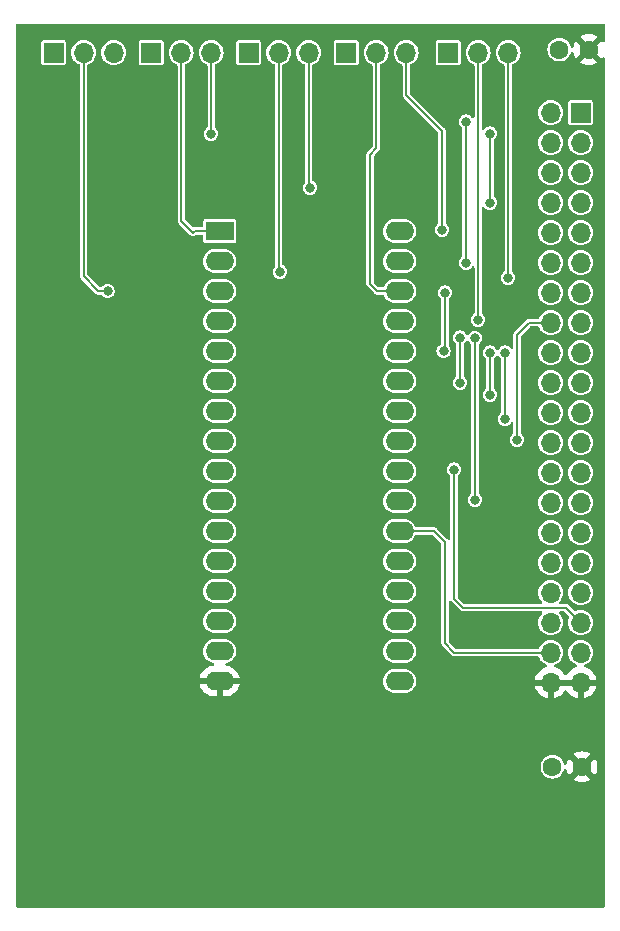
<source format=gbl>
G04 #@! TF.GenerationSoftware,KiCad,Pcbnew,(7.0.0)*
G04 #@! TF.CreationDate,2024-08-20T14:45:54-04:00*
G04 #@! TF.ProjectId,LB-MEM-03,4c422d4d-454d-42d3-9033-2e6b69636164,1*
G04 #@! TF.SameCoordinates,Original*
G04 #@! TF.FileFunction,Copper,L2,Bot*
G04 #@! TF.FilePolarity,Positive*
%FSLAX46Y46*%
G04 Gerber Fmt 4.6, Leading zero omitted, Abs format (unit mm)*
G04 Created by KiCad (PCBNEW (7.0.0)) date 2024-08-20 14:45:54*
%MOMM*%
%LPD*%
G01*
G04 APERTURE LIST*
G04 #@! TA.AperFunction,ComponentPad*
%ADD10R,1.700000X1.700000*%
G04 #@! TD*
G04 #@! TA.AperFunction,ComponentPad*
%ADD11O,1.700000X1.700000*%
G04 #@! TD*
G04 #@! TA.AperFunction,ComponentPad*
%ADD12R,2.400000X1.600000*%
G04 #@! TD*
G04 #@! TA.AperFunction,ComponentPad*
%ADD13O,2.400000X1.600000*%
G04 #@! TD*
G04 #@! TA.AperFunction,ComponentPad*
%ADD14C,1.600000*%
G04 #@! TD*
G04 #@! TA.AperFunction,ViaPad*
%ADD15C,0.800000*%
G04 #@! TD*
G04 #@! TA.AperFunction,Conductor*
%ADD16C,0.203200*%
G04 #@! TD*
G04 APERTURE END LIST*
D10*
X179889999Y-54614999D03*
D11*
X177349999Y-54614999D03*
X179889999Y-57154999D03*
X177349999Y-57154999D03*
X179889999Y-59694999D03*
X177349999Y-59694999D03*
X179889999Y-62234999D03*
X177349999Y-62234999D03*
X179889999Y-64774999D03*
X177349999Y-64774999D03*
X179889999Y-67314999D03*
X177349999Y-67314999D03*
X179889999Y-69854999D03*
X177349999Y-69854999D03*
X179889999Y-72394999D03*
X177349999Y-72394999D03*
X179889999Y-74934999D03*
X177349999Y-74934999D03*
X179889999Y-77474999D03*
X177349999Y-77474999D03*
X179889999Y-80014999D03*
X177349999Y-80014999D03*
X179889999Y-82554999D03*
X177349999Y-82554999D03*
X179889999Y-85094999D03*
X177349999Y-85094999D03*
X179889999Y-87634999D03*
X177349999Y-87634999D03*
X179889999Y-90174999D03*
X177349999Y-90174999D03*
X179889999Y-92714999D03*
X177349999Y-92714999D03*
X179889999Y-95254999D03*
X177349999Y-95254999D03*
X179889999Y-97794999D03*
X177349999Y-97794999D03*
X179889999Y-100334999D03*
X177349999Y-100334999D03*
X179889999Y-102874999D03*
X177349999Y-102874999D03*
D12*
X149321999Y-64637999D03*
D13*
X149321999Y-67177999D03*
X149321999Y-69717999D03*
X149321999Y-72257999D03*
X149321999Y-74797999D03*
X149321999Y-77337999D03*
X149321999Y-79877999D03*
X149321999Y-82417999D03*
X149321999Y-84957999D03*
X149321999Y-87497999D03*
X149321999Y-90037999D03*
X149321999Y-92577999D03*
X149321999Y-95117999D03*
X149321999Y-97657999D03*
X149321999Y-100197999D03*
X149321999Y-102737999D03*
X164561999Y-102737999D03*
X164561999Y-100197999D03*
X164561999Y-97657999D03*
X164561999Y-95117999D03*
X164561999Y-92577999D03*
X164561999Y-90037999D03*
X164561999Y-87497999D03*
X164561999Y-84957999D03*
X164561999Y-82417999D03*
X164561999Y-79877999D03*
X164561999Y-77337999D03*
X164561999Y-74797999D03*
X164561999Y-72257999D03*
X164561999Y-69717999D03*
X164561999Y-67177999D03*
X164561999Y-64637999D03*
D10*
X160034999Y-49529999D03*
D11*
X162574999Y-49529999D03*
X165114999Y-49529999D03*
D10*
X151779999Y-49529999D03*
D11*
X154319999Y-49529999D03*
X156859999Y-49529999D03*
D14*
X180000000Y-110000000D03*
X177500000Y-110000000D03*
D10*
X143524999Y-49529999D03*
D11*
X146064999Y-49529999D03*
X148604999Y-49529999D03*
D14*
X180574000Y-49276000D03*
X178074000Y-49276000D03*
D10*
X168670999Y-49529999D03*
D11*
X171210999Y-49529999D03*
X173750999Y-49529999D03*
D10*
X135269999Y-49529999D03*
D11*
X137809999Y-49529999D03*
X140349999Y-49529999D03*
D15*
X174498000Y-82296000D03*
X168402000Y-69850000D03*
X168280000Y-74798000D03*
X173736000Y-68580000D03*
X170180000Y-67310000D03*
X170180000Y-55372000D03*
X172212000Y-78486000D03*
X172212000Y-74930000D03*
X169672000Y-73660000D03*
X169672000Y-77470000D03*
X173482000Y-74930000D03*
X173482000Y-80518000D03*
X170942000Y-87376000D03*
X170942000Y-73678500D03*
X156972000Y-60960000D03*
X168148000Y-64516000D03*
X169164000Y-84836000D03*
X172212000Y-62230000D03*
X172212000Y-56388000D03*
X148590000Y-56388000D03*
X139832000Y-69718000D03*
X154432000Y-68072000D03*
X171196000Y-72136000D03*
D16*
X177350000Y-72395000D02*
X175509000Y-72395000D01*
X174498000Y-73406000D02*
X174498000Y-82296000D01*
X175509000Y-72395000D02*
X174498000Y-73406000D01*
X168402000Y-74676000D02*
X168280000Y-74798000D01*
X168402000Y-69850000D02*
X168402000Y-74676000D01*
X173751000Y-68565000D02*
X173736000Y-68580000D01*
X173751000Y-49530000D02*
X173751000Y-68565000D01*
X170180000Y-55372000D02*
X170180000Y-67310000D01*
X172212000Y-78486000D02*
X172212000Y-74930000D01*
X169672000Y-73660000D02*
X169672000Y-77470000D01*
X173482000Y-80518000D02*
X173482000Y-74930000D01*
X170942000Y-87376000D02*
X170942000Y-73678500D01*
X156972000Y-60960000D02*
X156860000Y-60848000D01*
X156860000Y-60848000D02*
X156860000Y-49530000D01*
X165115000Y-53101000D02*
X165115000Y-49530000D01*
X168148000Y-56134000D02*
X165115000Y-53101000D01*
X168148000Y-64516000D02*
X168148000Y-56134000D01*
X169164000Y-95758000D02*
X169164000Y-84836000D01*
X179890000Y-97795000D02*
X178615000Y-96520000D01*
X169926000Y-96520000D02*
X169164000Y-95758000D01*
X178615000Y-96520000D02*
X169926000Y-96520000D01*
X172212000Y-62230000D02*
X172212000Y-56388000D01*
X148590000Y-56388000D02*
X148605000Y-56373000D01*
X148605000Y-56373000D02*
X148605000Y-49530000D01*
X168402000Y-90932000D02*
X167508000Y-90038000D01*
X168402000Y-99544500D02*
X168402000Y-90932000D01*
X167508000Y-90038000D02*
X164562000Y-90038000D01*
X169192500Y-100335000D02*
X168402000Y-99544500D01*
X177350000Y-100335000D02*
X169192500Y-100335000D01*
X137810000Y-68468000D02*
X139060000Y-69718000D01*
X139060000Y-69718000D02*
X139832000Y-69718000D01*
X137810000Y-49530000D02*
X137810000Y-68468000D01*
X147198000Y-64638000D02*
X149322000Y-64638000D01*
X146065000Y-63769000D02*
X147066000Y-64770000D01*
X146065000Y-49530000D02*
X146065000Y-63769000D01*
X147066000Y-64770000D02*
X147198000Y-64638000D01*
X162052000Y-69088000D02*
X162052000Y-58166000D01*
X162575000Y-49530000D02*
X162575000Y-57643000D01*
X162575000Y-57643000D02*
X162052000Y-58166000D01*
X162682000Y-69718000D02*
X162052000Y-69088000D01*
X164562000Y-69718000D02*
X162682000Y-69718000D01*
X154320000Y-67960000D02*
X154432000Y-68072000D01*
X154320000Y-49530000D02*
X154320000Y-67960000D01*
X171196000Y-72136000D02*
X171211000Y-72121000D01*
X171211000Y-72121000D02*
X171211000Y-49530000D01*
G04 #@! TA.AperFunction,Conductor*
G36*
X181861500Y-47092381D02*
G01*
X181907619Y-47138500D01*
X181924500Y-47201500D01*
X181924500Y-48524666D01*
X181908702Y-48585752D01*
X181865270Y-48631520D01*
X181805094Y-48650493D01*
X181743265Y-48637914D01*
X181695287Y-48596936D01*
X181669014Y-48559414D01*
X181660770Y-48551860D01*
X181651341Y-48557867D01*
X180944938Y-49264271D01*
X180938167Y-49275999D01*
X180944939Y-49287729D01*
X181651338Y-49994128D01*
X181660771Y-50000138D01*
X181669013Y-49992586D01*
X181695287Y-49955064D01*
X181743266Y-49914087D01*
X181805095Y-49901508D01*
X181865270Y-49920481D01*
X181908702Y-49966249D01*
X181924500Y-50027335D01*
X181924500Y-121798500D01*
X181907619Y-121861500D01*
X181861500Y-121907619D01*
X181798500Y-121924500D01*
X132206000Y-121924500D01*
X132143000Y-121907619D01*
X132096881Y-121861500D01*
X132080000Y-121798500D01*
X132080000Y-111086770D01*
X179275860Y-111086770D01*
X179283414Y-111095014D01*
X179338996Y-111133933D01*
X179348482Y-111139410D01*
X179545946Y-111231489D01*
X179556238Y-111235235D01*
X179766687Y-111291625D01*
X179777480Y-111293528D01*
X179994525Y-111312517D01*
X180005475Y-111312517D01*
X180222519Y-111293528D01*
X180233312Y-111291625D01*
X180443761Y-111235235D01*
X180454053Y-111231489D01*
X180651510Y-111139413D01*
X180661006Y-111133931D01*
X180716586Y-111095013D01*
X180724138Y-111086771D01*
X180718128Y-111077338D01*
X180011729Y-110370939D01*
X179999999Y-110364167D01*
X179988271Y-110370938D01*
X179281867Y-111077341D01*
X179275860Y-111086770D01*
X132080000Y-111086770D01*
X132080000Y-110000000D01*
X176491444Y-110000000D01*
X176492051Y-110006163D01*
X176510215Y-110190594D01*
X176510216Y-110190601D01*
X176510823Y-110196760D01*
X176512619Y-110202683D01*
X176512621Y-110202689D01*
X176566418Y-110380033D01*
X176566420Y-110380038D01*
X176568216Y-110385958D01*
X176661416Y-110560324D01*
X176665341Y-110565107D01*
X176665342Y-110565108D01*
X176736250Y-110651510D01*
X176786843Y-110713157D01*
X176939676Y-110838584D01*
X177114042Y-110931784D01*
X177303240Y-110989177D01*
X177500000Y-111008556D01*
X177696760Y-110989177D01*
X177885958Y-110931784D01*
X178060324Y-110838584D01*
X178213157Y-110713157D01*
X178338584Y-110560324D01*
X178431784Y-110385958D01*
X178472284Y-110252445D01*
X178506124Y-110197628D01*
X178562641Y-110166702D01*
X178627058Y-110167756D01*
X178682533Y-110200514D01*
X178714564Y-110256413D01*
X178764765Y-110443763D01*
X178768510Y-110454053D01*
X178860587Y-110651513D01*
X178866066Y-110661002D01*
X178904985Y-110716586D01*
X178913228Y-110724138D01*
X178922656Y-110718132D01*
X179629059Y-110011730D01*
X179635832Y-109999999D01*
X180364167Y-109999999D01*
X180370939Y-110011729D01*
X181077338Y-110718128D01*
X181086771Y-110724138D01*
X181095013Y-110716586D01*
X181133931Y-110661006D01*
X181139413Y-110651510D01*
X181231489Y-110454053D01*
X181235235Y-110443761D01*
X181291625Y-110233312D01*
X181293528Y-110222519D01*
X181312517Y-110005475D01*
X181312517Y-109994525D01*
X181293528Y-109777480D01*
X181291625Y-109766687D01*
X181235235Y-109556238D01*
X181231489Y-109545946D01*
X181139410Y-109348482D01*
X181133933Y-109338996D01*
X181095014Y-109283414D01*
X181086770Y-109275860D01*
X181077341Y-109281867D01*
X180370938Y-109988271D01*
X180364167Y-109999999D01*
X179635832Y-109999999D01*
X179629060Y-109988270D01*
X178922659Y-109281869D01*
X178913227Y-109275860D01*
X178904985Y-109283413D01*
X178866067Y-109338995D01*
X178860587Y-109348485D01*
X178768510Y-109545946D01*
X178764761Y-109556246D01*
X178714563Y-109743586D01*
X178682533Y-109799485D01*
X178627058Y-109832243D01*
X178562641Y-109833297D01*
X178506124Y-109802371D01*
X178472284Y-109747554D01*
X178431784Y-109614042D01*
X178338584Y-109439676D01*
X178213157Y-109286843D01*
X178060324Y-109161416D01*
X178054865Y-109158498D01*
X177891416Y-109071133D01*
X177891413Y-109071131D01*
X177885958Y-109068216D01*
X177880038Y-109066420D01*
X177880033Y-109066418D01*
X177702689Y-109012621D01*
X177702683Y-109012619D01*
X177696760Y-109010823D01*
X177690601Y-109010216D01*
X177690594Y-109010215D01*
X177506163Y-108992051D01*
X177500000Y-108991444D01*
X177493837Y-108992051D01*
X177309405Y-109010215D01*
X177309396Y-109010216D01*
X177303240Y-109010823D01*
X177297318Y-109012619D01*
X177297310Y-109012621D01*
X177119966Y-109066418D01*
X177119957Y-109066421D01*
X177114042Y-109068216D01*
X177108590Y-109071129D01*
X177108583Y-109071133D01*
X176945134Y-109158498D01*
X176945129Y-109158501D01*
X176939676Y-109161416D01*
X176934897Y-109165337D01*
X176934891Y-109165342D01*
X176791622Y-109282920D01*
X176791616Y-109282925D01*
X176786843Y-109286843D01*
X176782925Y-109291616D01*
X176782920Y-109291622D01*
X176665342Y-109434891D01*
X176665337Y-109434897D01*
X176661416Y-109439676D01*
X176658501Y-109445129D01*
X176658498Y-109445134D01*
X176571133Y-109608583D01*
X176571129Y-109608590D01*
X176568216Y-109614042D01*
X176566422Y-109619956D01*
X176566418Y-109619966D01*
X176512621Y-109797310D01*
X176512619Y-109797318D01*
X176510823Y-109803240D01*
X176510216Y-109809396D01*
X176510215Y-109809405D01*
X176492599Y-109988270D01*
X176491444Y-110000000D01*
X132080000Y-110000000D01*
X132080000Y-108913227D01*
X179275860Y-108913227D01*
X179281869Y-108922659D01*
X179988270Y-109629060D01*
X179999999Y-109635832D01*
X180011730Y-109629059D01*
X180718132Y-108922656D01*
X180724138Y-108913228D01*
X180716586Y-108904985D01*
X180661002Y-108866066D01*
X180651513Y-108860587D01*
X180454053Y-108768510D01*
X180443761Y-108764764D01*
X180233312Y-108708374D01*
X180222519Y-108706471D01*
X180005475Y-108687483D01*
X179994525Y-108687483D01*
X179777480Y-108706471D01*
X179766687Y-108708374D01*
X179556238Y-108764764D01*
X179545946Y-108768510D01*
X179348485Y-108860587D01*
X179338995Y-108866067D01*
X179283413Y-108904985D01*
X179275860Y-108913227D01*
X132080000Y-108913227D01*
X132080000Y-102994591D01*
X147639296Y-102994591D01*
X147639669Y-103006001D01*
X147686764Y-103181761D01*
X147690510Y-103192053D01*
X147782586Y-103389510D01*
X147788068Y-103399006D01*
X147913028Y-103577466D01*
X147920084Y-103585875D01*
X148074124Y-103739915D01*
X148082533Y-103746971D01*
X148260993Y-103871931D01*
X148270489Y-103877413D01*
X148467946Y-103969489D01*
X148478238Y-103973235D01*
X148688687Y-104029625D01*
X148699480Y-104031528D01*
X148862170Y-104045761D01*
X148867635Y-104046000D01*
X149051410Y-104046000D01*
X149064493Y-104042493D01*
X149068000Y-104029410D01*
X149576000Y-104029410D01*
X149579506Y-104042493D01*
X149592590Y-104046000D01*
X149776365Y-104046000D01*
X149781829Y-104045761D01*
X149944519Y-104031528D01*
X149955312Y-104029625D01*
X150165761Y-103973235D01*
X150176053Y-103969489D01*
X150373510Y-103877413D01*
X150383006Y-103871931D01*
X150561466Y-103746971D01*
X150569875Y-103739915D01*
X150723915Y-103585875D01*
X150730971Y-103577466D01*
X150855931Y-103399006D01*
X150861413Y-103389510D01*
X150953489Y-103192053D01*
X150957235Y-103181761D01*
X151004330Y-103006001D01*
X151004703Y-102994591D01*
X150993589Y-102992000D01*
X149592590Y-102992000D01*
X149579506Y-102995506D01*
X149576000Y-103008590D01*
X149576000Y-104029410D01*
X149068000Y-104029410D01*
X149068000Y-103008590D01*
X149064493Y-102995506D01*
X149051410Y-102992000D01*
X147650411Y-102992000D01*
X147639296Y-102994591D01*
X132080000Y-102994591D01*
X132080000Y-102789099D01*
X163154419Y-102789099D01*
X163155385Y-102795410D01*
X163155386Y-102795412D01*
X163184362Y-102984562D01*
X163184363Y-102984567D01*
X163185330Y-102990877D01*
X163187547Y-102996865D01*
X163187548Y-102996866D01*
X163241649Y-103142943D01*
X163256227Y-103182303D01*
X163259608Y-103187728D01*
X163259609Y-103187729D01*
X163360821Y-103350111D01*
X163360824Y-103350115D01*
X163364205Y-103355539D01*
X163504846Y-103503493D01*
X163672390Y-103620107D01*
X163859980Y-103700608D01*
X164059934Y-103741700D01*
X165009699Y-103741700D01*
X165012899Y-103741700D01*
X165165085Y-103726224D01*
X165359856Y-103665114D01*
X165538339Y-103566049D01*
X165693226Y-103433082D01*
X165818177Y-103271659D01*
X165886897Y-103131565D01*
X176016751Y-103131565D01*
X176016986Y-103142943D01*
X176059900Y-103312408D01*
X176063270Y-103322223D01*
X176149488Y-103518778D01*
X176154431Y-103527913D01*
X176271822Y-103707593D01*
X176278210Y-103715799D01*
X176423567Y-103873700D01*
X176431211Y-103880737D01*
X176600588Y-104012568D01*
X176609281Y-104018247D01*
X176798042Y-104120400D01*
X176807559Y-104124575D01*
X177010557Y-104194264D01*
X177020627Y-104196814D01*
X177082461Y-104207132D01*
X177093598Y-104206556D01*
X177096000Y-104195664D01*
X177604000Y-104195664D01*
X177606401Y-104206556D01*
X177617538Y-104207132D01*
X177679372Y-104196814D01*
X177689442Y-104194264D01*
X177892440Y-104124575D01*
X177901957Y-104120400D01*
X178090718Y-104018247D01*
X178099411Y-104012568D01*
X178268788Y-103880737D01*
X178276432Y-103873700D01*
X178421789Y-103715799D01*
X178428177Y-103707593D01*
X178514517Y-103575441D01*
X178560031Y-103533543D01*
X178620000Y-103518357D01*
X178679969Y-103533543D01*
X178725483Y-103575441D01*
X178811822Y-103707593D01*
X178818210Y-103715799D01*
X178963567Y-103873700D01*
X178971211Y-103880737D01*
X179140588Y-104012568D01*
X179149281Y-104018247D01*
X179338042Y-104120400D01*
X179347559Y-104124575D01*
X179550557Y-104194264D01*
X179560627Y-104196814D01*
X179622461Y-104207132D01*
X179633598Y-104206556D01*
X179636000Y-104195664D01*
X180144000Y-104195664D01*
X180146401Y-104206556D01*
X180157538Y-104207132D01*
X180219372Y-104196814D01*
X180229442Y-104194264D01*
X180432440Y-104124575D01*
X180441957Y-104120400D01*
X180630718Y-104018247D01*
X180639411Y-104012568D01*
X180808788Y-103880737D01*
X180816432Y-103873700D01*
X180961789Y-103715799D01*
X180968177Y-103707593D01*
X181085568Y-103527913D01*
X181090511Y-103518778D01*
X181176729Y-103322223D01*
X181180099Y-103312408D01*
X181223013Y-103142943D01*
X181223248Y-103131565D01*
X181212160Y-103129000D01*
X180160590Y-103129000D01*
X180147506Y-103132506D01*
X180144000Y-103145590D01*
X180144000Y-104195664D01*
X179636000Y-104195664D01*
X179636000Y-103145590D01*
X179632493Y-103132506D01*
X179619410Y-103129000D01*
X177620590Y-103129000D01*
X177607506Y-103132506D01*
X177604000Y-103145590D01*
X177604000Y-104195664D01*
X177096000Y-104195664D01*
X177096000Y-103145590D01*
X177092493Y-103132506D01*
X177079410Y-103129000D01*
X176027840Y-103129000D01*
X176016751Y-103131565D01*
X165886897Y-103131565D01*
X165908076Y-103088388D01*
X165959242Y-102890772D01*
X165969581Y-102686901D01*
X165938670Y-102485123D01*
X165867773Y-102293697D01*
X165759795Y-102120461D01*
X165619154Y-101972507D01*
X165451610Y-101855893D01*
X165445738Y-101853373D01*
X165445736Y-101853372D01*
X165269893Y-101777912D01*
X165269890Y-101777911D01*
X165264020Y-101775392D01*
X165257761Y-101774105D01*
X165257759Y-101774105D01*
X165070326Y-101735586D01*
X165070321Y-101735585D01*
X165064066Y-101734300D01*
X164111101Y-101734300D01*
X164107928Y-101734622D01*
X164107921Y-101734623D01*
X163965269Y-101749129D01*
X163965260Y-101749130D01*
X163958915Y-101749776D01*
X163952830Y-101751685D01*
X163952821Y-101751687D01*
X163770235Y-101808974D01*
X163770226Y-101808977D01*
X163764144Y-101810886D01*
X163758567Y-101813981D01*
X163758561Y-101813984D01*
X163591242Y-101906853D01*
X163591239Y-101906854D01*
X163585661Y-101909951D01*
X163580816Y-101914110D01*
X163580815Y-101914111D01*
X163435625Y-102038752D01*
X163435617Y-102038760D01*
X163430774Y-102042918D01*
X163426866Y-102047966D01*
X163426860Y-102047973D01*
X163309737Y-102199284D01*
X163305823Y-102204341D01*
X163303010Y-102210075D01*
X163303006Y-102210082D01*
X163218737Y-102381875D01*
X163218733Y-102381884D01*
X163215924Y-102387612D01*
X163214323Y-102393793D01*
X163214323Y-102393795D01*
X163190968Y-102484000D01*
X163164758Y-102585228D01*
X163164434Y-102591600D01*
X163164434Y-102591606D01*
X163154742Y-102782718D01*
X163154742Y-102782723D01*
X163154419Y-102789099D01*
X132080000Y-102789099D01*
X132080000Y-102481408D01*
X147639296Y-102481408D01*
X147650411Y-102484000D01*
X150993589Y-102484000D01*
X151004703Y-102481408D01*
X151004330Y-102469998D01*
X150957235Y-102294238D01*
X150953489Y-102283946D01*
X150861413Y-102086489D01*
X150855931Y-102076993D01*
X150730971Y-101898533D01*
X150723915Y-101890124D01*
X150569875Y-101736084D01*
X150561466Y-101729028D01*
X150383006Y-101604068D01*
X150373510Y-101598586D01*
X150176053Y-101506510D01*
X150165761Y-101502764D01*
X149955312Y-101446374D01*
X149944520Y-101444471D01*
X149896049Y-101440231D01*
X149838040Y-101420143D01*
X149796407Y-101375029D01*
X149781034Y-101315596D01*
X149795570Y-101255953D01*
X149836563Y-101210258D01*
X149894283Y-101189356D01*
X149925085Y-101186224D01*
X150119856Y-101125114D01*
X150298339Y-101026049D01*
X150453226Y-100893082D01*
X150578177Y-100731659D01*
X150668076Y-100548388D01*
X150719242Y-100350772D01*
X150724398Y-100249099D01*
X163154419Y-100249099D01*
X163155385Y-100255410D01*
X163155386Y-100255412D01*
X163184362Y-100444562D01*
X163184363Y-100444567D01*
X163185330Y-100450877D01*
X163187547Y-100456865D01*
X163187548Y-100456866D01*
X163253922Y-100636081D01*
X163256227Y-100642303D01*
X163259608Y-100647728D01*
X163259609Y-100647729D01*
X163360821Y-100810111D01*
X163360824Y-100810115D01*
X163364205Y-100815539D01*
X163504846Y-100963493D01*
X163672390Y-101080107D01*
X163859980Y-101160608D01*
X164059934Y-101201700D01*
X165009699Y-101201700D01*
X165012899Y-101201700D01*
X165165085Y-101186224D01*
X165359856Y-101125114D01*
X165538339Y-101026049D01*
X165693226Y-100893082D01*
X165818177Y-100731659D01*
X165908076Y-100548388D01*
X165959242Y-100350772D01*
X165969581Y-100146901D01*
X165938670Y-99945123D01*
X165867773Y-99753697D01*
X165759795Y-99580461D01*
X165619154Y-99432507D01*
X165451610Y-99315893D01*
X165445738Y-99313373D01*
X165445736Y-99313372D01*
X165269893Y-99237912D01*
X165269890Y-99237911D01*
X165264020Y-99235392D01*
X165257761Y-99234105D01*
X165257759Y-99234105D01*
X165070326Y-99195586D01*
X165070321Y-99195585D01*
X165064066Y-99194300D01*
X164111101Y-99194300D01*
X164107928Y-99194622D01*
X164107921Y-99194623D01*
X163965269Y-99209129D01*
X163965260Y-99209130D01*
X163958915Y-99209776D01*
X163952830Y-99211685D01*
X163952821Y-99211687D01*
X163770235Y-99268974D01*
X163770226Y-99268977D01*
X163764144Y-99270886D01*
X163758567Y-99273981D01*
X163758561Y-99273984D01*
X163591242Y-99366853D01*
X163591239Y-99366854D01*
X163585661Y-99369951D01*
X163580816Y-99374110D01*
X163580815Y-99374111D01*
X163435625Y-99498752D01*
X163435617Y-99498760D01*
X163430774Y-99502918D01*
X163426866Y-99507966D01*
X163426860Y-99507973D01*
X163309737Y-99659284D01*
X163305823Y-99664341D01*
X163303010Y-99670075D01*
X163303006Y-99670082D01*
X163218737Y-99841875D01*
X163218733Y-99841884D01*
X163215924Y-99847612D01*
X163214323Y-99853793D01*
X163214323Y-99853795D01*
X163171262Y-100020109D01*
X163164758Y-100045228D01*
X163164434Y-100051600D01*
X163164434Y-100051606D01*
X163154742Y-100242718D01*
X163154742Y-100242723D01*
X163154419Y-100249099D01*
X150724398Y-100249099D01*
X150729581Y-100146901D01*
X150698670Y-99945123D01*
X150627773Y-99753697D01*
X150519795Y-99580461D01*
X150379154Y-99432507D01*
X150211610Y-99315893D01*
X150205738Y-99313373D01*
X150205736Y-99313372D01*
X150029893Y-99237912D01*
X150029890Y-99237911D01*
X150024020Y-99235392D01*
X150017761Y-99234105D01*
X150017759Y-99234105D01*
X149830326Y-99195586D01*
X149830321Y-99195585D01*
X149824066Y-99194300D01*
X148871101Y-99194300D01*
X148867928Y-99194622D01*
X148867921Y-99194623D01*
X148725269Y-99209129D01*
X148725260Y-99209130D01*
X148718915Y-99209776D01*
X148712830Y-99211685D01*
X148712821Y-99211687D01*
X148530235Y-99268974D01*
X148530226Y-99268977D01*
X148524144Y-99270886D01*
X148518567Y-99273981D01*
X148518561Y-99273984D01*
X148351242Y-99366853D01*
X148351239Y-99366854D01*
X148345661Y-99369951D01*
X148340816Y-99374110D01*
X148340815Y-99374111D01*
X148195625Y-99498752D01*
X148195617Y-99498760D01*
X148190774Y-99502918D01*
X148186866Y-99507966D01*
X148186860Y-99507973D01*
X148069737Y-99659284D01*
X148065823Y-99664341D01*
X148063010Y-99670075D01*
X148063006Y-99670082D01*
X147978737Y-99841875D01*
X147978733Y-99841884D01*
X147975924Y-99847612D01*
X147974323Y-99853793D01*
X147974323Y-99853795D01*
X147931262Y-100020109D01*
X147924758Y-100045228D01*
X147924434Y-100051600D01*
X147924434Y-100051606D01*
X147914742Y-100242718D01*
X147914742Y-100242723D01*
X147914419Y-100249099D01*
X147915385Y-100255410D01*
X147915386Y-100255412D01*
X147944362Y-100444562D01*
X147944363Y-100444567D01*
X147945330Y-100450877D01*
X147947547Y-100456865D01*
X147947548Y-100456866D01*
X148013922Y-100636081D01*
X148016227Y-100642303D01*
X148019608Y-100647728D01*
X148019609Y-100647729D01*
X148120821Y-100810111D01*
X148120824Y-100810115D01*
X148124205Y-100815539D01*
X148264846Y-100963493D01*
X148432390Y-101080107D01*
X148619980Y-101160608D01*
X148735324Y-101184312D01*
X148767201Y-101190863D01*
X148829822Y-101224092D01*
X148864592Y-101285871D01*
X148860503Y-101356644D01*
X148818850Y-101414008D01*
X148752819Y-101439804D01*
X148699491Y-101444469D01*
X148688687Y-101446374D01*
X148478238Y-101502764D01*
X148467946Y-101506510D01*
X148270489Y-101598586D01*
X148260993Y-101604068D01*
X148082533Y-101729028D01*
X148074124Y-101736084D01*
X147920084Y-101890124D01*
X147913028Y-101898533D01*
X147788068Y-102076993D01*
X147782586Y-102086489D01*
X147690510Y-102283946D01*
X147686764Y-102294238D01*
X147639669Y-102469998D01*
X147639296Y-102481408D01*
X132080000Y-102481408D01*
X132080000Y-97709099D01*
X147914419Y-97709099D01*
X147915385Y-97715410D01*
X147915386Y-97715412D01*
X147944362Y-97904562D01*
X147944363Y-97904567D01*
X147945330Y-97910877D01*
X148016227Y-98102303D01*
X148019608Y-98107728D01*
X148019609Y-98107729D01*
X148120821Y-98270111D01*
X148120824Y-98270115D01*
X148124205Y-98275539D01*
X148264846Y-98423493D01*
X148432390Y-98540107D01*
X148619980Y-98620608D01*
X148819934Y-98661700D01*
X149769699Y-98661700D01*
X149772899Y-98661700D01*
X149925085Y-98646224D01*
X150119856Y-98585114D01*
X150298339Y-98486049D01*
X150453226Y-98353082D01*
X150578177Y-98191659D01*
X150668076Y-98008388D01*
X150719242Y-97810772D01*
X150724398Y-97709099D01*
X163154419Y-97709099D01*
X163155385Y-97715410D01*
X163155386Y-97715412D01*
X163184362Y-97904562D01*
X163184363Y-97904567D01*
X163185330Y-97910877D01*
X163256227Y-98102303D01*
X163259608Y-98107728D01*
X163259609Y-98107729D01*
X163360821Y-98270111D01*
X163360824Y-98270115D01*
X163364205Y-98275539D01*
X163504846Y-98423493D01*
X163672390Y-98540107D01*
X163859980Y-98620608D01*
X164059934Y-98661700D01*
X165009699Y-98661700D01*
X165012899Y-98661700D01*
X165165085Y-98646224D01*
X165359856Y-98585114D01*
X165538339Y-98486049D01*
X165693226Y-98353082D01*
X165818177Y-98191659D01*
X165908076Y-98008388D01*
X165959242Y-97810772D01*
X165969581Y-97606901D01*
X165938670Y-97405123D01*
X165867773Y-97213697D01*
X165759795Y-97040461D01*
X165619154Y-96892507D01*
X165451610Y-96775893D01*
X165445738Y-96773373D01*
X165445736Y-96773372D01*
X165269893Y-96697912D01*
X165269890Y-96697911D01*
X165264020Y-96695392D01*
X165257761Y-96694105D01*
X165257759Y-96694105D01*
X165070326Y-96655586D01*
X165070321Y-96655585D01*
X165064066Y-96654300D01*
X164111101Y-96654300D01*
X164107928Y-96654622D01*
X164107921Y-96654623D01*
X163965269Y-96669129D01*
X163965260Y-96669130D01*
X163958915Y-96669776D01*
X163952830Y-96671685D01*
X163952821Y-96671687D01*
X163770235Y-96728974D01*
X163770226Y-96728977D01*
X163764144Y-96730886D01*
X163758567Y-96733981D01*
X163758561Y-96733984D01*
X163591242Y-96826853D01*
X163591239Y-96826854D01*
X163585661Y-96829951D01*
X163580816Y-96834110D01*
X163580815Y-96834111D01*
X163435625Y-96958752D01*
X163435617Y-96958760D01*
X163430774Y-96962918D01*
X163426866Y-96967966D01*
X163426860Y-96967973D01*
X163309737Y-97119284D01*
X163305823Y-97124341D01*
X163303010Y-97130075D01*
X163303006Y-97130082D01*
X163218737Y-97301875D01*
X163218733Y-97301884D01*
X163215924Y-97307612D01*
X163214323Y-97313793D01*
X163214323Y-97313795D01*
X163192228Y-97399133D01*
X163164758Y-97505228D01*
X163164434Y-97511600D01*
X163164434Y-97511606D01*
X163154742Y-97702718D01*
X163154742Y-97702723D01*
X163154419Y-97709099D01*
X150724398Y-97709099D01*
X150729581Y-97606901D01*
X150698670Y-97405123D01*
X150627773Y-97213697D01*
X150519795Y-97040461D01*
X150379154Y-96892507D01*
X150211610Y-96775893D01*
X150205738Y-96773373D01*
X150205736Y-96773372D01*
X150029893Y-96697912D01*
X150029890Y-96697911D01*
X150024020Y-96695392D01*
X150017761Y-96694105D01*
X150017759Y-96694105D01*
X149830326Y-96655586D01*
X149830321Y-96655585D01*
X149824066Y-96654300D01*
X148871101Y-96654300D01*
X148867928Y-96654622D01*
X148867921Y-96654623D01*
X148725269Y-96669129D01*
X148725260Y-96669130D01*
X148718915Y-96669776D01*
X148712830Y-96671685D01*
X148712821Y-96671687D01*
X148530235Y-96728974D01*
X148530226Y-96728977D01*
X148524144Y-96730886D01*
X148518567Y-96733981D01*
X148518561Y-96733984D01*
X148351242Y-96826853D01*
X148351239Y-96826854D01*
X148345661Y-96829951D01*
X148340816Y-96834110D01*
X148340815Y-96834111D01*
X148195625Y-96958752D01*
X148195617Y-96958760D01*
X148190774Y-96962918D01*
X148186866Y-96967966D01*
X148186860Y-96967973D01*
X148069737Y-97119284D01*
X148065823Y-97124341D01*
X148063010Y-97130075D01*
X148063006Y-97130082D01*
X147978737Y-97301875D01*
X147978733Y-97301884D01*
X147975924Y-97307612D01*
X147974323Y-97313793D01*
X147974323Y-97313795D01*
X147952228Y-97399133D01*
X147924758Y-97505228D01*
X147924434Y-97511600D01*
X147924434Y-97511606D01*
X147914742Y-97702718D01*
X147914742Y-97702723D01*
X147914419Y-97709099D01*
X132080000Y-97709099D01*
X132080000Y-95169099D01*
X147914419Y-95169099D01*
X147915385Y-95175410D01*
X147915386Y-95175412D01*
X147944362Y-95364562D01*
X147944363Y-95364567D01*
X147945330Y-95370877D01*
X148016227Y-95562303D01*
X148019608Y-95567728D01*
X148019609Y-95567729D01*
X148120821Y-95730111D01*
X148120824Y-95730115D01*
X148124205Y-95735539D01*
X148264846Y-95883493D01*
X148432390Y-96000107D01*
X148619980Y-96080608D01*
X148819934Y-96121700D01*
X149769699Y-96121700D01*
X149772899Y-96121700D01*
X149925085Y-96106224D01*
X150119856Y-96045114D01*
X150298339Y-95946049D01*
X150453226Y-95813082D01*
X150578177Y-95651659D01*
X150668076Y-95468388D01*
X150719242Y-95270772D01*
X150724398Y-95169099D01*
X163154419Y-95169099D01*
X163155385Y-95175410D01*
X163155386Y-95175412D01*
X163184362Y-95364562D01*
X163184363Y-95364567D01*
X163185330Y-95370877D01*
X163256227Y-95562303D01*
X163259608Y-95567728D01*
X163259609Y-95567729D01*
X163360821Y-95730111D01*
X163360824Y-95730115D01*
X163364205Y-95735539D01*
X163504846Y-95883493D01*
X163672390Y-96000107D01*
X163859980Y-96080608D01*
X164059934Y-96121700D01*
X165009699Y-96121700D01*
X165012899Y-96121700D01*
X165165085Y-96106224D01*
X165359856Y-96045114D01*
X165538339Y-95946049D01*
X165693226Y-95813082D01*
X165818177Y-95651659D01*
X165908076Y-95468388D01*
X165959242Y-95270772D01*
X165969581Y-95066901D01*
X165938670Y-94865123D01*
X165867773Y-94673697D01*
X165759795Y-94500461D01*
X165619154Y-94352507D01*
X165451610Y-94235893D01*
X165445738Y-94233373D01*
X165445736Y-94233372D01*
X165269893Y-94157912D01*
X165269890Y-94157911D01*
X165264020Y-94155392D01*
X165257761Y-94154105D01*
X165257759Y-94154105D01*
X165070326Y-94115586D01*
X165070321Y-94115585D01*
X165064066Y-94114300D01*
X164111101Y-94114300D01*
X164107928Y-94114622D01*
X164107921Y-94114623D01*
X163965269Y-94129129D01*
X163965260Y-94129130D01*
X163958915Y-94129776D01*
X163952830Y-94131685D01*
X163952821Y-94131687D01*
X163770235Y-94188974D01*
X163770226Y-94188977D01*
X163764144Y-94190886D01*
X163758567Y-94193981D01*
X163758561Y-94193984D01*
X163591242Y-94286853D01*
X163591239Y-94286854D01*
X163585661Y-94289951D01*
X163580816Y-94294110D01*
X163580815Y-94294111D01*
X163435625Y-94418752D01*
X163435617Y-94418760D01*
X163430774Y-94422918D01*
X163426866Y-94427966D01*
X163426860Y-94427973D01*
X163309737Y-94579284D01*
X163305823Y-94584341D01*
X163303010Y-94590075D01*
X163303006Y-94590082D01*
X163218737Y-94761875D01*
X163218733Y-94761884D01*
X163215924Y-94767612D01*
X163214323Y-94773793D01*
X163214323Y-94773795D01*
X163192228Y-94859133D01*
X163164758Y-94965228D01*
X163164434Y-94971600D01*
X163164434Y-94971606D01*
X163154742Y-95162718D01*
X163154742Y-95162723D01*
X163154419Y-95169099D01*
X150724398Y-95169099D01*
X150729581Y-95066901D01*
X150698670Y-94865123D01*
X150627773Y-94673697D01*
X150519795Y-94500461D01*
X150379154Y-94352507D01*
X150211610Y-94235893D01*
X150205738Y-94233373D01*
X150205736Y-94233372D01*
X150029893Y-94157912D01*
X150029890Y-94157911D01*
X150024020Y-94155392D01*
X150017761Y-94154105D01*
X150017759Y-94154105D01*
X149830326Y-94115586D01*
X149830321Y-94115585D01*
X149824066Y-94114300D01*
X148871101Y-94114300D01*
X148867928Y-94114622D01*
X148867921Y-94114623D01*
X148725269Y-94129129D01*
X148725260Y-94129130D01*
X148718915Y-94129776D01*
X148712830Y-94131685D01*
X148712821Y-94131687D01*
X148530235Y-94188974D01*
X148530226Y-94188977D01*
X148524144Y-94190886D01*
X148518567Y-94193981D01*
X148518561Y-94193984D01*
X148351242Y-94286853D01*
X148351239Y-94286854D01*
X148345661Y-94289951D01*
X148340816Y-94294110D01*
X148340815Y-94294111D01*
X148195625Y-94418752D01*
X148195617Y-94418760D01*
X148190774Y-94422918D01*
X148186866Y-94427966D01*
X148186860Y-94427973D01*
X148069737Y-94579284D01*
X148065823Y-94584341D01*
X148063010Y-94590075D01*
X148063006Y-94590082D01*
X147978737Y-94761875D01*
X147978733Y-94761884D01*
X147975924Y-94767612D01*
X147974323Y-94773793D01*
X147974323Y-94773795D01*
X147952228Y-94859133D01*
X147924758Y-94965228D01*
X147924434Y-94971600D01*
X147924434Y-94971606D01*
X147914742Y-95162718D01*
X147914742Y-95162723D01*
X147914419Y-95169099D01*
X132080000Y-95169099D01*
X132080000Y-92629099D01*
X147914419Y-92629099D01*
X147915385Y-92635410D01*
X147915386Y-92635412D01*
X147944362Y-92824562D01*
X147944363Y-92824567D01*
X147945330Y-92830877D01*
X148016227Y-93022303D01*
X148019608Y-93027728D01*
X148019609Y-93027729D01*
X148120821Y-93190111D01*
X148120824Y-93190115D01*
X148124205Y-93195539D01*
X148264846Y-93343493D01*
X148432390Y-93460107D01*
X148619980Y-93540608D01*
X148819934Y-93581700D01*
X149769699Y-93581700D01*
X149772899Y-93581700D01*
X149925085Y-93566224D01*
X150119856Y-93505114D01*
X150298339Y-93406049D01*
X150453226Y-93273082D01*
X150578177Y-93111659D01*
X150668076Y-92928388D01*
X150719242Y-92730772D01*
X150724398Y-92629099D01*
X163154419Y-92629099D01*
X163155385Y-92635410D01*
X163155386Y-92635412D01*
X163184362Y-92824562D01*
X163184363Y-92824567D01*
X163185330Y-92830877D01*
X163256227Y-93022303D01*
X163259608Y-93027728D01*
X163259609Y-93027729D01*
X163360821Y-93190111D01*
X163360824Y-93190115D01*
X163364205Y-93195539D01*
X163504846Y-93343493D01*
X163672390Y-93460107D01*
X163859980Y-93540608D01*
X164059934Y-93581700D01*
X165009699Y-93581700D01*
X165012899Y-93581700D01*
X165165085Y-93566224D01*
X165359856Y-93505114D01*
X165538339Y-93406049D01*
X165693226Y-93273082D01*
X165818177Y-93111659D01*
X165908076Y-92928388D01*
X165959242Y-92730772D01*
X165969581Y-92526901D01*
X165938670Y-92325123D01*
X165867773Y-92133697D01*
X165759795Y-91960461D01*
X165619154Y-91812507D01*
X165451610Y-91695893D01*
X165445738Y-91693373D01*
X165445736Y-91693372D01*
X165269893Y-91617912D01*
X165269890Y-91617911D01*
X165264020Y-91615392D01*
X165257761Y-91614105D01*
X165257759Y-91614105D01*
X165070326Y-91575586D01*
X165070321Y-91575585D01*
X165064066Y-91574300D01*
X164111101Y-91574300D01*
X164107928Y-91574622D01*
X164107921Y-91574623D01*
X163965269Y-91589129D01*
X163965260Y-91589130D01*
X163958915Y-91589776D01*
X163952830Y-91591685D01*
X163952821Y-91591687D01*
X163770235Y-91648974D01*
X163770226Y-91648977D01*
X163764144Y-91650886D01*
X163758567Y-91653981D01*
X163758561Y-91653984D01*
X163591242Y-91746853D01*
X163591239Y-91746854D01*
X163585661Y-91749951D01*
X163580816Y-91754110D01*
X163580815Y-91754111D01*
X163435625Y-91878752D01*
X163435617Y-91878760D01*
X163430774Y-91882918D01*
X163426866Y-91887966D01*
X163426860Y-91887973D01*
X163309737Y-92039284D01*
X163305823Y-92044341D01*
X163303010Y-92050075D01*
X163303006Y-92050082D01*
X163218737Y-92221875D01*
X163218733Y-92221884D01*
X163215924Y-92227612D01*
X163214323Y-92233793D01*
X163214323Y-92233795D01*
X163192228Y-92319133D01*
X163164758Y-92425228D01*
X163164434Y-92431600D01*
X163164434Y-92431606D01*
X163154742Y-92622718D01*
X163154742Y-92622723D01*
X163154419Y-92629099D01*
X150724398Y-92629099D01*
X150729581Y-92526901D01*
X150698670Y-92325123D01*
X150627773Y-92133697D01*
X150519795Y-91960461D01*
X150379154Y-91812507D01*
X150211610Y-91695893D01*
X150205738Y-91693373D01*
X150205736Y-91693372D01*
X150029893Y-91617912D01*
X150029890Y-91617911D01*
X150024020Y-91615392D01*
X150017761Y-91614105D01*
X150017759Y-91614105D01*
X149830326Y-91575586D01*
X149830321Y-91575585D01*
X149824066Y-91574300D01*
X148871101Y-91574300D01*
X148867928Y-91574622D01*
X148867921Y-91574623D01*
X148725269Y-91589129D01*
X148725260Y-91589130D01*
X148718915Y-91589776D01*
X148712830Y-91591685D01*
X148712821Y-91591687D01*
X148530235Y-91648974D01*
X148530226Y-91648977D01*
X148524144Y-91650886D01*
X148518567Y-91653981D01*
X148518561Y-91653984D01*
X148351242Y-91746853D01*
X148351239Y-91746854D01*
X148345661Y-91749951D01*
X148340816Y-91754110D01*
X148340815Y-91754111D01*
X148195625Y-91878752D01*
X148195617Y-91878760D01*
X148190774Y-91882918D01*
X148186866Y-91887966D01*
X148186860Y-91887973D01*
X148069737Y-92039284D01*
X148065823Y-92044341D01*
X148063010Y-92050075D01*
X148063006Y-92050082D01*
X147978737Y-92221875D01*
X147978733Y-92221884D01*
X147975924Y-92227612D01*
X147974323Y-92233793D01*
X147974323Y-92233795D01*
X147952228Y-92319133D01*
X147924758Y-92425228D01*
X147924434Y-92431600D01*
X147924434Y-92431606D01*
X147914742Y-92622718D01*
X147914742Y-92622723D01*
X147914419Y-92629099D01*
X132080000Y-92629099D01*
X132080000Y-90089099D01*
X147914419Y-90089099D01*
X147915385Y-90095410D01*
X147915386Y-90095412D01*
X147944362Y-90284562D01*
X147944363Y-90284567D01*
X147945330Y-90290877D01*
X147947547Y-90296865D01*
X147947548Y-90296866D01*
X147990859Y-90413810D01*
X148016227Y-90482303D01*
X148019608Y-90487728D01*
X148019609Y-90487729D01*
X148120821Y-90650111D01*
X148120824Y-90650115D01*
X148124205Y-90655539D01*
X148264846Y-90803493D01*
X148432390Y-90920107D01*
X148619980Y-91000608D01*
X148819934Y-91041700D01*
X149769699Y-91041700D01*
X149772899Y-91041700D01*
X149925085Y-91026224D01*
X150119856Y-90965114D01*
X150298339Y-90866049D01*
X150453226Y-90733082D01*
X150578177Y-90571659D01*
X150668076Y-90388388D01*
X150719242Y-90190772D01*
X150724398Y-90089099D01*
X163154419Y-90089099D01*
X163155385Y-90095410D01*
X163155386Y-90095412D01*
X163184362Y-90284562D01*
X163184363Y-90284567D01*
X163185330Y-90290877D01*
X163187547Y-90296865D01*
X163187548Y-90296866D01*
X163230859Y-90413810D01*
X163256227Y-90482303D01*
X163259608Y-90487728D01*
X163259609Y-90487729D01*
X163360821Y-90650111D01*
X163360824Y-90650115D01*
X163364205Y-90655539D01*
X163504846Y-90803493D01*
X163672390Y-90920107D01*
X163859980Y-91000608D01*
X164059934Y-91041700D01*
X165009699Y-91041700D01*
X165012899Y-91041700D01*
X165165085Y-91026224D01*
X165359856Y-90965114D01*
X165538339Y-90866049D01*
X165693226Y-90733082D01*
X165818177Y-90571659D01*
X165895605Y-90413810D01*
X165942080Y-90362371D01*
X166008729Y-90343300D01*
X167329351Y-90343300D01*
X167377569Y-90352891D01*
X167418446Y-90380205D01*
X168059795Y-91021554D01*
X168087109Y-91062431D01*
X168096700Y-91110649D01*
X168096700Y-99491812D01*
X168096447Y-99495451D01*
X168094390Y-99501590D01*
X168094929Y-99513252D01*
X168094929Y-99513254D01*
X168096566Y-99548651D01*
X168096700Y-99554471D01*
X168096700Y-99572789D01*
X168097769Y-99578511D01*
X168097855Y-99579440D01*
X168098256Y-99585229D01*
X168099122Y-99603947D01*
X168099122Y-99603949D01*
X168099662Y-99615609D01*
X168104375Y-99626284D01*
X168106143Y-99633800D01*
X168107449Y-99638016D01*
X168110239Y-99645218D01*
X168112385Y-99656697D01*
X168118530Y-99666621D01*
X168118532Y-99666626D01*
X168126672Y-99679772D01*
X168134808Y-99695207D01*
X168145766Y-99720025D01*
X168154024Y-99728283D01*
X168158393Y-99734661D01*
X168161123Y-99738107D01*
X168166325Y-99743813D01*
X168172473Y-99753742D01*
X168194128Y-99770095D01*
X168207291Y-99781550D01*
X168939357Y-100513616D01*
X168941759Y-100516376D01*
X168944645Y-100522171D01*
X168972411Y-100547483D01*
X168979471Y-100553919D01*
X168983680Y-100557939D01*
X168996624Y-100570883D01*
X169001433Y-100574178D01*
X169002119Y-100574747D01*
X169006502Y-100578561D01*
X169028996Y-100599067D01*
X169039882Y-100603284D01*
X169046449Y-100607350D01*
X169050345Y-100609403D01*
X169057411Y-100612523D01*
X169067047Y-100619124D01*
X169078413Y-100621797D01*
X169093456Y-100625335D01*
X169110128Y-100630498D01*
X169124539Y-100636081D01*
X169124541Y-100636081D01*
X169135430Y-100640300D01*
X169147111Y-100640300D01*
X169154708Y-100641720D01*
X169159078Y-100642227D01*
X169166789Y-100642583D01*
X169178156Y-100645257D01*
X169205030Y-100641508D01*
X169222439Y-100640300D01*
X176248050Y-100640300D01*
X176300050Y-100651531D01*
X176342780Y-100683221D01*
X176368624Y-100729721D01*
X176370002Y-100734265D01*
X176370003Y-100734269D01*
X176371798Y-100740184D01*
X176374710Y-100745632D01*
X176374713Y-100745639D01*
X176433303Y-100855252D01*
X176469642Y-100923237D01*
X176473567Y-100928020D01*
X176473568Y-100928021D01*
X176556559Y-101029146D01*
X176601317Y-101083683D01*
X176761763Y-101215358D01*
X176944816Y-101313202D01*
X176950742Y-101314999D01*
X176950743Y-101315000D01*
X176981721Y-101324397D01*
X177035339Y-101356987D01*
X177066591Y-101411396D01*
X177067726Y-101474132D01*
X177038464Y-101529636D01*
X176986060Y-101564145D01*
X176807556Y-101625426D01*
X176798042Y-101629599D01*
X176609281Y-101731752D01*
X176600588Y-101737431D01*
X176431211Y-101869262D01*
X176423567Y-101876299D01*
X176278210Y-102034200D01*
X176271822Y-102042406D01*
X176154431Y-102222086D01*
X176149488Y-102231221D01*
X176063270Y-102427776D01*
X176059900Y-102437591D01*
X176016986Y-102607056D01*
X176016751Y-102618434D01*
X176027840Y-102621000D01*
X181212160Y-102621000D01*
X181223248Y-102618434D01*
X181223013Y-102607056D01*
X181180099Y-102437591D01*
X181176729Y-102427776D01*
X181090511Y-102231221D01*
X181085568Y-102222086D01*
X180968177Y-102042406D01*
X180961789Y-102034200D01*
X180816432Y-101876299D01*
X180808788Y-101869262D01*
X180639411Y-101737431D01*
X180630718Y-101731752D01*
X180441957Y-101629599D01*
X180432443Y-101625426D01*
X180253939Y-101564145D01*
X180201535Y-101529636D01*
X180172273Y-101474131D01*
X180173408Y-101411396D01*
X180204660Y-101356987D01*
X180258279Y-101324397D01*
X180289253Y-101315001D01*
X180289251Y-101315001D01*
X180295184Y-101313202D01*
X180478237Y-101215358D01*
X180638683Y-101083683D01*
X180770358Y-100923237D01*
X180868202Y-100740184D01*
X180928453Y-100541561D01*
X180948798Y-100335000D01*
X180928453Y-100128439D01*
X180868202Y-99929816D01*
X180770358Y-99746763D01*
X180638683Y-99586317D01*
X180631547Y-99580461D01*
X180483021Y-99458568D01*
X180483020Y-99458567D01*
X180478237Y-99454642D01*
X180295184Y-99356798D01*
X180289263Y-99355002D01*
X180289261Y-99355001D01*
X180102483Y-99298343D01*
X180102479Y-99298342D01*
X180096561Y-99296547D01*
X180090405Y-99295940D01*
X180090397Y-99295939D01*
X179896163Y-99276809D01*
X179890000Y-99276202D01*
X179883837Y-99276809D01*
X179689602Y-99295939D01*
X179689592Y-99295940D01*
X179683439Y-99296547D01*
X179677522Y-99298341D01*
X179677516Y-99298343D01*
X179490738Y-99355001D01*
X179490732Y-99355003D01*
X179484816Y-99356798D01*
X179479358Y-99359715D01*
X179479354Y-99359717D01*
X179334516Y-99437135D01*
X179301763Y-99454642D01*
X179296984Y-99458563D01*
X179296978Y-99458568D01*
X179146096Y-99582394D01*
X179146090Y-99582399D01*
X179141317Y-99586317D01*
X179137399Y-99591090D01*
X179137394Y-99591096D01*
X179013568Y-99741978D01*
X179013563Y-99741984D01*
X179009642Y-99746763D01*
X179006724Y-99752221D01*
X179006724Y-99752222D01*
X178914717Y-99924354D01*
X178914715Y-99924358D01*
X178911798Y-99929816D01*
X178910003Y-99935732D01*
X178910001Y-99935738D01*
X178853343Y-100122516D01*
X178853341Y-100122522D01*
X178851547Y-100128439D01*
X178850940Y-100134592D01*
X178850939Y-100134602D01*
X178839041Y-100255412D01*
X178831202Y-100335000D01*
X178831809Y-100341163D01*
X178850939Y-100535397D01*
X178850940Y-100535405D01*
X178851547Y-100541561D01*
X178853342Y-100547479D01*
X178853343Y-100547483D01*
X178907470Y-100725917D01*
X178911798Y-100740184D01*
X179009642Y-100923237D01*
X179013567Y-100928020D01*
X179013568Y-100928021D01*
X179096559Y-101029146D01*
X179141317Y-101083683D01*
X179301763Y-101215358D01*
X179484816Y-101313202D01*
X179490742Y-101314999D01*
X179490743Y-101315000D01*
X179521721Y-101324397D01*
X179575339Y-101356987D01*
X179606591Y-101411396D01*
X179607726Y-101474132D01*
X179578464Y-101529636D01*
X179526060Y-101564145D01*
X179347556Y-101625426D01*
X179338042Y-101629599D01*
X179149281Y-101731752D01*
X179140588Y-101737431D01*
X178971211Y-101869262D01*
X178963567Y-101876299D01*
X178818210Y-102034200D01*
X178811822Y-102042407D01*
X178725483Y-102174558D01*
X178679969Y-102216456D01*
X178620000Y-102231642D01*
X178560031Y-102216456D01*
X178514517Y-102174558D01*
X178428177Y-102042407D01*
X178421789Y-102034200D01*
X178276432Y-101876299D01*
X178268788Y-101869262D01*
X178099411Y-101737431D01*
X178090718Y-101731752D01*
X177901957Y-101629599D01*
X177892443Y-101625426D01*
X177713939Y-101564145D01*
X177661535Y-101529636D01*
X177632273Y-101474131D01*
X177633408Y-101411396D01*
X177664660Y-101356987D01*
X177718279Y-101324397D01*
X177749253Y-101315001D01*
X177749251Y-101315001D01*
X177755184Y-101313202D01*
X177938237Y-101215358D01*
X178098683Y-101083683D01*
X178230358Y-100923237D01*
X178328202Y-100740184D01*
X178388453Y-100541561D01*
X178408798Y-100335000D01*
X178388453Y-100128439D01*
X178328202Y-99929816D01*
X178230358Y-99746763D01*
X178098683Y-99586317D01*
X178091547Y-99580461D01*
X177943021Y-99458568D01*
X177943020Y-99458567D01*
X177938237Y-99454642D01*
X177755184Y-99356798D01*
X177749263Y-99355002D01*
X177749261Y-99355001D01*
X177562483Y-99298343D01*
X177562479Y-99298342D01*
X177556561Y-99296547D01*
X177550405Y-99295940D01*
X177550397Y-99295939D01*
X177356163Y-99276809D01*
X177350000Y-99276202D01*
X177343837Y-99276809D01*
X177149602Y-99295939D01*
X177149592Y-99295940D01*
X177143439Y-99296547D01*
X177137522Y-99298341D01*
X177137516Y-99298343D01*
X176950738Y-99355001D01*
X176950732Y-99355003D01*
X176944816Y-99356798D01*
X176939358Y-99359715D01*
X176939354Y-99359717D01*
X176794516Y-99437135D01*
X176761763Y-99454642D01*
X176756984Y-99458563D01*
X176756978Y-99458568D01*
X176606096Y-99582394D01*
X176606090Y-99582399D01*
X176601317Y-99586317D01*
X176597399Y-99591090D01*
X176597394Y-99591096D01*
X176473568Y-99741978D01*
X176473563Y-99741984D01*
X176469642Y-99746763D01*
X176466724Y-99752221D01*
X176466724Y-99752222D01*
X176374713Y-99924360D01*
X176374708Y-99924370D01*
X176371798Y-99929816D01*
X176370005Y-99935726D01*
X176370002Y-99935734D01*
X176368624Y-99940279D01*
X176342780Y-99986779D01*
X176300050Y-100018469D01*
X176248050Y-100029700D01*
X169371149Y-100029700D01*
X169322931Y-100020109D01*
X169282054Y-99992795D01*
X168744205Y-99454946D01*
X168716891Y-99414069D01*
X168707300Y-99365851D01*
X168707300Y-96040104D01*
X168721567Y-95981866D01*
X168761135Y-95936817D01*
X168817046Y-95915157D01*
X168876637Y-95921791D01*
X168926415Y-95955218D01*
X168928325Y-95957313D01*
X168934473Y-95967242D01*
X168956128Y-95983595D01*
X168969291Y-95995050D01*
X169672857Y-96698616D01*
X169675259Y-96701376D01*
X169678145Y-96707171D01*
X169712971Y-96738919D01*
X169717180Y-96742939D01*
X169730124Y-96755883D01*
X169734933Y-96759178D01*
X169735619Y-96759747D01*
X169740002Y-96763561D01*
X169762496Y-96784067D01*
X169773382Y-96788284D01*
X169779949Y-96792350D01*
X169783849Y-96794406D01*
X169790914Y-96797525D01*
X169800547Y-96804124D01*
X169826966Y-96810337D01*
X169843614Y-96815492D01*
X169868930Y-96825300D01*
X169880607Y-96825300D01*
X169888192Y-96826718D01*
X169892579Y-96827227D01*
X169900290Y-96827583D01*
X169911657Y-96830257D01*
X169938534Y-96826507D01*
X169955940Y-96825300D01*
X176519001Y-96825300D01*
X176576204Y-96839033D01*
X176620937Y-96877239D01*
X176643450Y-96931589D01*
X176638834Y-96990236D01*
X176608096Y-97040395D01*
X176606097Y-97042394D01*
X176601317Y-97046317D01*
X176597399Y-97051090D01*
X176597394Y-97051096D01*
X176473568Y-97201978D01*
X176473563Y-97201984D01*
X176469642Y-97206763D01*
X176466724Y-97212221D01*
X176466724Y-97212222D01*
X176374717Y-97384354D01*
X176374715Y-97384358D01*
X176371798Y-97389816D01*
X176370003Y-97395732D01*
X176370001Y-97395738D01*
X176313343Y-97582516D01*
X176313341Y-97582522D01*
X176311547Y-97588439D01*
X176310940Y-97594592D01*
X176310939Y-97594602D01*
X176299041Y-97715412D01*
X176291202Y-97795000D01*
X176291809Y-97801163D01*
X176310939Y-97995397D01*
X176310940Y-97995405D01*
X176311547Y-98001561D01*
X176371798Y-98200184D01*
X176469642Y-98383237D01*
X176473567Y-98388020D01*
X176473568Y-98388021D01*
X176556559Y-98489146D01*
X176601317Y-98543683D01*
X176761763Y-98675358D01*
X176944816Y-98773202D01*
X177143439Y-98833453D01*
X177350000Y-98853798D01*
X177556561Y-98833453D01*
X177755184Y-98773202D01*
X177938237Y-98675358D01*
X178098683Y-98543683D01*
X178230358Y-98383237D01*
X178328202Y-98200184D01*
X178388453Y-98001561D01*
X178408798Y-97795000D01*
X178388453Y-97588439D01*
X178328202Y-97389816D01*
X178230358Y-97206763D01*
X178098683Y-97046317D01*
X178093903Y-97042394D01*
X178091904Y-97040395D01*
X178061166Y-96990236D01*
X178056550Y-96931589D01*
X178079063Y-96877239D01*
X178123796Y-96839033D01*
X178180999Y-96825300D01*
X178436351Y-96825300D01*
X178484569Y-96834891D01*
X178525446Y-96862205D01*
X178894924Y-97231683D01*
X178923752Y-97276392D01*
X178931560Y-97329014D01*
X178916955Y-97380167D01*
X178914717Y-97384353D01*
X178914717Y-97384354D01*
X178911798Y-97389816D01*
X178910003Y-97395732D01*
X178910001Y-97395738D01*
X178853343Y-97582516D01*
X178853341Y-97582522D01*
X178851547Y-97588439D01*
X178850940Y-97594592D01*
X178850939Y-97594602D01*
X178839041Y-97715412D01*
X178831202Y-97795000D01*
X178831809Y-97801163D01*
X178850939Y-97995397D01*
X178850940Y-97995405D01*
X178851547Y-98001561D01*
X178911798Y-98200184D01*
X179009642Y-98383237D01*
X179013567Y-98388020D01*
X179013568Y-98388021D01*
X179096559Y-98489146D01*
X179141317Y-98543683D01*
X179301763Y-98675358D01*
X179484816Y-98773202D01*
X179683439Y-98833453D01*
X179890000Y-98853798D01*
X180096561Y-98833453D01*
X180295184Y-98773202D01*
X180478237Y-98675358D01*
X180638683Y-98543683D01*
X180770358Y-98383237D01*
X180868202Y-98200184D01*
X180928453Y-98001561D01*
X180948798Y-97795000D01*
X180928453Y-97588439D01*
X180868202Y-97389816D01*
X180770358Y-97206763D01*
X180638683Y-97046317D01*
X180631547Y-97040461D01*
X180483021Y-96918568D01*
X180483020Y-96918567D01*
X180478237Y-96914642D01*
X180295184Y-96816798D01*
X180289263Y-96815002D01*
X180289261Y-96815001D01*
X180102483Y-96758343D01*
X180102479Y-96758342D01*
X180096561Y-96756547D01*
X180090405Y-96755940D01*
X180090397Y-96755939D01*
X179896163Y-96736809D01*
X179890000Y-96736202D01*
X179883837Y-96736809D01*
X179689602Y-96755939D01*
X179689592Y-96755940D01*
X179683439Y-96756547D01*
X179677522Y-96758341D01*
X179677516Y-96758343D01*
X179490738Y-96815001D01*
X179490732Y-96815003D01*
X179484816Y-96816798D01*
X179479361Y-96819713D01*
X179479353Y-96819717D01*
X179475167Y-96821955D01*
X179424014Y-96836560D01*
X179371392Y-96828752D01*
X179326683Y-96799924D01*
X178868138Y-96341379D01*
X178865740Y-96338624D01*
X178862855Y-96332829D01*
X178854226Y-96324963D01*
X178854225Y-96324961D01*
X178828027Y-96301079D01*
X178823818Y-96297059D01*
X178814997Y-96288238D01*
X178814996Y-96288237D01*
X178810876Y-96284117D01*
X178806066Y-96280822D01*
X178805379Y-96280251D01*
X178801004Y-96276444D01*
X178778504Y-96255933D01*
X178767621Y-96251717D01*
X178761068Y-96247659D01*
X178757140Y-96245589D01*
X178750083Y-96242473D01*
X178740453Y-96235876D01*
X178729090Y-96233203D01*
X178729085Y-96233201D01*
X178714034Y-96229661D01*
X178697371Y-96224501D01*
X178682958Y-96218917D01*
X178682952Y-96218916D01*
X178672070Y-96214700D01*
X178660401Y-96214700D01*
X178652805Y-96213280D01*
X178648421Y-96212772D01*
X178640705Y-96212415D01*
X178629344Y-96209743D01*
X178617787Y-96211355D01*
X178617784Y-96211355D01*
X178602469Y-96213492D01*
X178585061Y-96214700D01*
X178190999Y-96214700D01*
X178133796Y-96200967D01*
X178089063Y-96162761D01*
X178066550Y-96108411D01*
X178071166Y-96049764D01*
X178099163Y-96004077D01*
X178098683Y-96003683D01*
X178098683Y-96003682D01*
X178230358Y-95843237D01*
X178328202Y-95660184D01*
X178388453Y-95461561D01*
X178408798Y-95255000D01*
X178831202Y-95255000D01*
X178831809Y-95261163D01*
X178850939Y-95455397D01*
X178850940Y-95455405D01*
X178851547Y-95461561D01*
X178853342Y-95467479D01*
X178853343Y-95467483D01*
X178901904Y-95627569D01*
X178911798Y-95660184D01*
X179009642Y-95843237D01*
X179013567Y-95848020D01*
X179013568Y-95848021D01*
X179129154Y-95988863D01*
X179141317Y-96003683D01*
X179301763Y-96135358D01*
X179484816Y-96233202D01*
X179683439Y-96293453D01*
X179890000Y-96313798D01*
X180096561Y-96293453D01*
X180295184Y-96233202D01*
X180478237Y-96135358D01*
X180638683Y-96003683D01*
X180770358Y-95843237D01*
X180868202Y-95660184D01*
X180928453Y-95461561D01*
X180948798Y-95255000D01*
X180928453Y-95048439D01*
X180868202Y-94849816D01*
X180770358Y-94666763D01*
X180638683Y-94506317D01*
X180631547Y-94500461D01*
X180483021Y-94378568D01*
X180483020Y-94378567D01*
X180478237Y-94374642D01*
X180295184Y-94276798D01*
X180289263Y-94275002D01*
X180289261Y-94275001D01*
X180102483Y-94218343D01*
X180102479Y-94218342D01*
X180096561Y-94216547D01*
X180090405Y-94215940D01*
X180090397Y-94215939D01*
X179896163Y-94196809D01*
X179890000Y-94196202D01*
X179883837Y-94196809D01*
X179689602Y-94215939D01*
X179689592Y-94215940D01*
X179683439Y-94216547D01*
X179677522Y-94218341D01*
X179677516Y-94218343D01*
X179490738Y-94275001D01*
X179490732Y-94275003D01*
X179484816Y-94276798D01*
X179479358Y-94279715D01*
X179479354Y-94279717D01*
X179334516Y-94357135D01*
X179301763Y-94374642D01*
X179296984Y-94378563D01*
X179296978Y-94378568D01*
X179146096Y-94502394D01*
X179146090Y-94502399D01*
X179141317Y-94506317D01*
X179137399Y-94511090D01*
X179137394Y-94511096D01*
X179013568Y-94661978D01*
X179013563Y-94661984D01*
X179009642Y-94666763D01*
X179006724Y-94672221D01*
X179006724Y-94672222D01*
X178914717Y-94844354D01*
X178914715Y-94844358D01*
X178911798Y-94849816D01*
X178910003Y-94855732D01*
X178910001Y-94855738D01*
X178853343Y-95042516D01*
X178853341Y-95042522D01*
X178851547Y-95048439D01*
X178850940Y-95054592D01*
X178850939Y-95054602D01*
X178839041Y-95175412D01*
X178831202Y-95255000D01*
X178408798Y-95255000D01*
X178388453Y-95048439D01*
X178328202Y-94849816D01*
X178230358Y-94666763D01*
X178098683Y-94506317D01*
X178091547Y-94500461D01*
X177943021Y-94378568D01*
X177943020Y-94378567D01*
X177938237Y-94374642D01*
X177755184Y-94276798D01*
X177749263Y-94275002D01*
X177749261Y-94275001D01*
X177562483Y-94218343D01*
X177562479Y-94218342D01*
X177556561Y-94216547D01*
X177550405Y-94215940D01*
X177550397Y-94215939D01*
X177356163Y-94196809D01*
X177350000Y-94196202D01*
X177343837Y-94196809D01*
X177149602Y-94215939D01*
X177149592Y-94215940D01*
X177143439Y-94216547D01*
X177137522Y-94218341D01*
X177137516Y-94218343D01*
X176950738Y-94275001D01*
X176950732Y-94275003D01*
X176944816Y-94276798D01*
X176939358Y-94279715D01*
X176939354Y-94279717D01*
X176794516Y-94357135D01*
X176761763Y-94374642D01*
X176756984Y-94378563D01*
X176756978Y-94378568D01*
X176606096Y-94502394D01*
X176606090Y-94502399D01*
X176601317Y-94506317D01*
X176597399Y-94511090D01*
X176597394Y-94511096D01*
X176473568Y-94661978D01*
X176473563Y-94661984D01*
X176469642Y-94666763D01*
X176466724Y-94672221D01*
X176466724Y-94672222D01*
X176374717Y-94844354D01*
X176374715Y-94844358D01*
X176371798Y-94849816D01*
X176370003Y-94855732D01*
X176370001Y-94855738D01*
X176313343Y-95042516D01*
X176313341Y-95042522D01*
X176311547Y-95048439D01*
X176310940Y-95054592D01*
X176310939Y-95054602D01*
X176299041Y-95175412D01*
X176291202Y-95255000D01*
X176291809Y-95261163D01*
X176310939Y-95455397D01*
X176310940Y-95455405D01*
X176311547Y-95461561D01*
X176313342Y-95467479D01*
X176313343Y-95467483D01*
X176361904Y-95627569D01*
X176371798Y-95660184D01*
X176469642Y-95843237D01*
X176473567Y-95848020D01*
X176473568Y-95848021D01*
X176589154Y-95988863D01*
X176598466Y-96000209D01*
X176601317Y-96003683D01*
X176600836Y-96004077D01*
X176628834Y-96049764D01*
X176633450Y-96108411D01*
X176610937Y-96162761D01*
X176566204Y-96200967D01*
X176509001Y-96214700D01*
X170104649Y-96214700D01*
X170056431Y-96205109D01*
X170015554Y-96177795D01*
X169506205Y-95668446D01*
X169478891Y-95627569D01*
X169469300Y-95579351D01*
X169469300Y-92715000D01*
X176291202Y-92715000D01*
X176291809Y-92721163D01*
X176310939Y-92915397D01*
X176310940Y-92915405D01*
X176311547Y-92921561D01*
X176371798Y-93120184D01*
X176469642Y-93303237D01*
X176473567Y-93308020D01*
X176473568Y-93308021D01*
X176556559Y-93409146D01*
X176601317Y-93463683D01*
X176761763Y-93595358D01*
X176944816Y-93693202D01*
X177143439Y-93753453D01*
X177350000Y-93773798D01*
X177556561Y-93753453D01*
X177755184Y-93693202D01*
X177938237Y-93595358D01*
X178098683Y-93463683D01*
X178230358Y-93303237D01*
X178328202Y-93120184D01*
X178388453Y-92921561D01*
X178408798Y-92715000D01*
X178831202Y-92715000D01*
X178831809Y-92721163D01*
X178850939Y-92915397D01*
X178850940Y-92915405D01*
X178851547Y-92921561D01*
X178911798Y-93120184D01*
X179009642Y-93303237D01*
X179013567Y-93308020D01*
X179013568Y-93308021D01*
X179096559Y-93409146D01*
X179141317Y-93463683D01*
X179301763Y-93595358D01*
X179484816Y-93693202D01*
X179683439Y-93753453D01*
X179890000Y-93773798D01*
X180096561Y-93753453D01*
X180295184Y-93693202D01*
X180478237Y-93595358D01*
X180638683Y-93463683D01*
X180770358Y-93303237D01*
X180868202Y-93120184D01*
X180928453Y-92921561D01*
X180948798Y-92715000D01*
X180928453Y-92508439D01*
X180868202Y-92309816D01*
X180770358Y-92126763D01*
X180638683Y-91966317D01*
X180631547Y-91960461D01*
X180483021Y-91838568D01*
X180483020Y-91838567D01*
X180478237Y-91834642D01*
X180295184Y-91736798D01*
X180289263Y-91735002D01*
X180289261Y-91735001D01*
X180102483Y-91678343D01*
X180102479Y-91678342D01*
X180096561Y-91676547D01*
X180090405Y-91675940D01*
X180090397Y-91675939D01*
X179896163Y-91656809D01*
X179890000Y-91656202D01*
X179883837Y-91656809D01*
X179689602Y-91675939D01*
X179689592Y-91675940D01*
X179683439Y-91676547D01*
X179677522Y-91678341D01*
X179677516Y-91678343D01*
X179490738Y-91735001D01*
X179490732Y-91735003D01*
X179484816Y-91736798D01*
X179479358Y-91739715D01*
X179479354Y-91739717D01*
X179334516Y-91817135D01*
X179301763Y-91834642D01*
X179296984Y-91838563D01*
X179296978Y-91838568D01*
X179146096Y-91962394D01*
X179146090Y-91962399D01*
X179141317Y-91966317D01*
X179137399Y-91971090D01*
X179137394Y-91971096D01*
X179013568Y-92121978D01*
X179013563Y-92121984D01*
X179009642Y-92126763D01*
X179006724Y-92132221D01*
X179006724Y-92132222D01*
X178914717Y-92304354D01*
X178914715Y-92304358D01*
X178911798Y-92309816D01*
X178910003Y-92315732D01*
X178910001Y-92315738D01*
X178853343Y-92502516D01*
X178853341Y-92502522D01*
X178851547Y-92508439D01*
X178850940Y-92514592D01*
X178850939Y-92514602D01*
X178839041Y-92635412D01*
X178831202Y-92715000D01*
X178408798Y-92715000D01*
X178388453Y-92508439D01*
X178328202Y-92309816D01*
X178230358Y-92126763D01*
X178098683Y-91966317D01*
X178091547Y-91960461D01*
X177943021Y-91838568D01*
X177943020Y-91838567D01*
X177938237Y-91834642D01*
X177755184Y-91736798D01*
X177749263Y-91735002D01*
X177749261Y-91735001D01*
X177562483Y-91678343D01*
X177562479Y-91678342D01*
X177556561Y-91676547D01*
X177550405Y-91675940D01*
X177550397Y-91675939D01*
X177356163Y-91656809D01*
X177350000Y-91656202D01*
X177343837Y-91656809D01*
X177149602Y-91675939D01*
X177149592Y-91675940D01*
X177143439Y-91676547D01*
X177137522Y-91678341D01*
X177137516Y-91678343D01*
X176950738Y-91735001D01*
X176950732Y-91735003D01*
X176944816Y-91736798D01*
X176939358Y-91739715D01*
X176939354Y-91739717D01*
X176794516Y-91817135D01*
X176761763Y-91834642D01*
X176756984Y-91838563D01*
X176756978Y-91838568D01*
X176606096Y-91962394D01*
X176606090Y-91962399D01*
X176601317Y-91966317D01*
X176597399Y-91971090D01*
X176597394Y-91971096D01*
X176473568Y-92121978D01*
X176473563Y-92121984D01*
X176469642Y-92126763D01*
X176466724Y-92132221D01*
X176466724Y-92132222D01*
X176374717Y-92304354D01*
X176374715Y-92304358D01*
X176371798Y-92309816D01*
X176370003Y-92315732D01*
X176370001Y-92315738D01*
X176313343Y-92502516D01*
X176313341Y-92502522D01*
X176311547Y-92508439D01*
X176310940Y-92514592D01*
X176310939Y-92514602D01*
X176299041Y-92635412D01*
X176291202Y-92715000D01*
X169469300Y-92715000D01*
X169469300Y-90175000D01*
X176291202Y-90175000D01*
X176291809Y-90181163D01*
X176310939Y-90375397D01*
X176310940Y-90375405D01*
X176311547Y-90381561D01*
X176313342Y-90387479D01*
X176313343Y-90387483D01*
X176340288Y-90476310D01*
X176371798Y-90580184D01*
X176469642Y-90763237D01*
X176473567Y-90768020D01*
X176473568Y-90768021D01*
X176556559Y-90869146D01*
X176601317Y-90923683D01*
X176761763Y-91055358D01*
X176944816Y-91153202D01*
X177143439Y-91213453D01*
X177350000Y-91233798D01*
X177556561Y-91213453D01*
X177755184Y-91153202D01*
X177938237Y-91055358D01*
X178098683Y-90923683D01*
X178230358Y-90763237D01*
X178328202Y-90580184D01*
X178388453Y-90381561D01*
X178408798Y-90175000D01*
X178831202Y-90175000D01*
X178831809Y-90181163D01*
X178850939Y-90375397D01*
X178850940Y-90375405D01*
X178851547Y-90381561D01*
X178853342Y-90387479D01*
X178853343Y-90387483D01*
X178880288Y-90476310D01*
X178911798Y-90580184D01*
X179009642Y-90763237D01*
X179013567Y-90768020D01*
X179013568Y-90768021D01*
X179096559Y-90869146D01*
X179141317Y-90923683D01*
X179301763Y-91055358D01*
X179484816Y-91153202D01*
X179683439Y-91213453D01*
X179890000Y-91233798D01*
X180096561Y-91213453D01*
X180295184Y-91153202D01*
X180478237Y-91055358D01*
X180638683Y-90923683D01*
X180770358Y-90763237D01*
X180868202Y-90580184D01*
X180928453Y-90381561D01*
X180948798Y-90175000D01*
X180928453Y-89968439D01*
X180868202Y-89769816D01*
X180770358Y-89586763D01*
X180638683Y-89426317D01*
X180631547Y-89420461D01*
X180483021Y-89298568D01*
X180483020Y-89298567D01*
X180478237Y-89294642D01*
X180295184Y-89196798D01*
X180289263Y-89195002D01*
X180289261Y-89195001D01*
X180102483Y-89138343D01*
X180102479Y-89138342D01*
X180096561Y-89136547D01*
X180090405Y-89135940D01*
X180090397Y-89135939D01*
X179896163Y-89116809D01*
X179890000Y-89116202D01*
X179883837Y-89116809D01*
X179689602Y-89135939D01*
X179689592Y-89135940D01*
X179683439Y-89136547D01*
X179677522Y-89138341D01*
X179677516Y-89138343D01*
X179490738Y-89195001D01*
X179490732Y-89195003D01*
X179484816Y-89196798D01*
X179479358Y-89199715D01*
X179479354Y-89199717D01*
X179334516Y-89277135D01*
X179301763Y-89294642D01*
X179296984Y-89298563D01*
X179296978Y-89298568D01*
X179146096Y-89422394D01*
X179146090Y-89422399D01*
X179141317Y-89426317D01*
X179137399Y-89431090D01*
X179137394Y-89431096D01*
X179013568Y-89581978D01*
X179013563Y-89581984D01*
X179009642Y-89586763D01*
X179006724Y-89592221D01*
X179006724Y-89592222D01*
X178914717Y-89764354D01*
X178914715Y-89764358D01*
X178911798Y-89769816D01*
X178910003Y-89775732D01*
X178910001Y-89775738D01*
X178853343Y-89962516D01*
X178853341Y-89962522D01*
X178851547Y-89968439D01*
X178850940Y-89974592D01*
X178850939Y-89974602D01*
X178839041Y-90095412D01*
X178831202Y-90175000D01*
X178408798Y-90175000D01*
X178388453Y-89968439D01*
X178328202Y-89769816D01*
X178230358Y-89586763D01*
X178098683Y-89426317D01*
X178091547Y-89420461D01*
X177943021Y-89298568D01*
X177943020Y-89298567D01*
X177938237Y-89294642D01*
X177755184Y-89196798D01*
X177749263Y-89195002D01*
X177749261Y-89195001D01*
X177562483Y-89138343D01*
X177562479Y-89138342D01*
X177556561Y-89136547D01*
X177550405Y-89135940D01*
X177550397Y-89135939D01*
X177356163Y-89116809D01*
X177350000Y-89116202D01*
X177343837Y-89116809D01*
X177149602Y-89135939D01*
X177149592Y-89135940D01*
X177143439Y-89136547D01*
X177137522Y-89138341D01*
X177137516Y-89138343D01*
X176950738Y-89195001D01*
X176950732Y-89195003D01*
X176944816Y-89196798D01*
X176939358Y-89199715D01*
X176939354Y-89199717D01*
X176794516Y-89277135D01*
X176761763Y-89294642D01*
X176756984Y-89298563D01*
X176756978Y-89298568D01*
X176606096Y-89422394D01*
X176606090Y-89422399D01*
X176601317Y-89426317D01*
X176597399Y-89431090D01*
X176597394Y-89431096D01*
X176473568Y-89581978D01*
X176473563Y-89581984D01*
X176469642Y-89586763D01*
X176466724Y-89592221D01*
X176466724Y-89592222D01*
X176374717Y-89764354D01*
X176374715Y-89764358D01*
X176371798Y-89769816D01*
X176370003Y-89775732D01*
X176370001Y-89775738D01*
X176313343Y-89962516D01*
X176313341Y-89962522D01*
X176311547Y-89968439D01*
X176310940Y-89974592D01*
X176310939Y-89974602D01*
X176299041Y-90095412D01*
X176291202Y-90175000D01*
X169469300Y-90175000D01*
X169469300Y-85424819D01*
X169482294Y-85369091D01*
X169518594Y-85324858D01*
X169594564Y-85266564D01*
X169691331Y-85140455D01*
X169752161Y-84993597D01*
X169772909Y-84836000D01*
X169752161Y-84678403D01*
X169691331Y-84531546D01*
X169677635Y-84513697D01*
X169599590Y-84411986D01*
X169599589Y-84411985D01*
X169594564Y-84405436D01*
X169468455Y-84308669D01*
X169460828Y-84305510D01*
X169460825Y-84305508D01*
X169329226Y-84250999D01*
X169329225Y-84250998D01*
X169321597Y-84247839D01*
X169313414Y-84246761D01*
X169313408Y-84246760D01*
X169172188Y-84228169D01*
X169164000Y-84227091D01*
X169155812Y-84228169D01*
X169014591Y-84246760D01*
X169014583Y-84246762D01*
X169006403Y-84247839D01*
X168998776Y-84250998D01*
X168998773Y-84250999D01*
X168867175Y-84305508D01*
X168867169Y-84305511D01*
X168859546Y-84308669D01*
X168853001Y-84313690D01*
X168852994Y-84313695D01*
X168739981Y-84400413D01*
X168739977Y-84400416D01*
X168733436Y-84405436D01*
X168728416Y-84411977D01*
X168728413Y-84411981D01*
X168641695Y-84524994D01*
X168641690Y-84525001D01*
X168636669Y-84531546D01*
X168633511Y-84539169D01*
X168633508Y-84539175D01*
X168602600Y-84613795D01*
X168575839Y-84678403D01*
X168574762Y-84686583D01*
X168574760Y-84686591D01*
X168556717Y-84823644D01*
X168555091Y-84836000D01*
X168556169Y-84844188D01*
X168574760Y-84985408D01*
X168574761Y-84985414D01*
X168575839Y-84993597D01*
X168578998Y-85001225D01*
X168578999Y-85001226D01*
X168633508Y-85132825D01*
X168633510Y-85132828D01*
X168636669Y-85140455D01*
X168733436Y-85266564D01*
X168809405Y-85324858D01*
X168845706Y-85369091D01*
X168858700Y-85424819D01*
X168858700Y-90649896D01*
X168844433Y-90708134D01*
X168804865Y-90753183D01*
X168748954Y-90774843D01*
X168689363Y-90768209D01*
X168639585Y-90734782D01*
X168637673Y-90732685D01*
X168631527Y-90722758D01*
X168622209Y-90715721D01*
X168622208Y-90715720D01*
X168609871Y-90706404D01*
X168596708Y-90694949D01*
X167761138Y-89859379D01*
X167758740Y-89856624D01*
X167755855Y-89850829D01*
X167747226Y-89842963D01*
X167747225Y-89842961D01*
X167721027Y-89819079D01*
X167716818Y-89815059D01*
X167707997Y-89806238D01*
X167703876Y-89802117D01*
X167699066Y-89798822D01*
X167698379Y-89798251D01*
X167694004Y-89794444D01*
X167671504Y-89773933D01*
X167660621Y-89769717D01*
X167654068Y-89765659D01*
X167650140Y-89763589D01*
X167643083Y-89760473D01*
X167633453Y-89753876D01*
X167622090Y-89751203D01*
X167622085Y-89751201D01*
X167607034Y-89747661D01*
X167590371Y-89742501D01*
X167575958Y-89736917D01*
X167575952Y-89736916D01*
X167565070Y-89732700D01*
X167553401Y-89732700D01*
X167545805Y-89731280D01*
X167541421Y-89730772D01*
X167533705Y-89730415D01*
X167522344Y-89727743D01*
X167510787Y-89729355D01*
X167510784Y-89729355D01*
X167495469Y-89731492D01*
X167478061Y-89732700D01*
X166006953Y-89732700D01*
X165957264Y-89722489D01*
X165915629Y-89693510D01*
X165888796Y-89650461D01*
X165869992Y-89599689D01*
X165867773Y-89593697D01*
X165815656Y-89510082D01*
X165763178Y-89425888D01*
X165763176Y-89425885D01*
X165759795Y-89420461D01*
X165619154Y-89272507D01*
X165451610Y-89155893D01*
X165445738Y-89153373D01*
X165445736Y-89153372D01*
X165269893Y-89077912D01*
X165269890Y-89077911D01*
X165264020Y-89075392D01*
X165257761Y-89074105D01*
X165257759Y-89074105D01*
X165070326Y-89035586D01*
X165070321Y-89035585D01*
X165064066Y-89034300D01*
X164111101Y-89034300D01*
X164107928Y-89034622D01*
X164107921Y-89034623D01*
X163965269Y-89049129D01*
X163965260Y-89049130D01*
X163958915Y-89049776D01*
X163952830Y-89051685D01*
X163952821Y-89051687D01*
X163770235Y-89108974D01*
X163770226Y-89108977D01*
X163764144Y-89110886D01*
X163758567Y-89113981D01*
X163758561Y-89113984D01*
X163591242Y-89206853D01*
X163591239Y-89206854D01*
X163585661Y-89209951D01*
X163580816Y-89214110D01*
X163580815Y-89214111D01*
X163435625Y-89338752D01*
X163435617Y-89338760D01*
X163430774Y-89342918D01*
X163426866Y-89347966D01*
X163426860Y-89347973D01*
X163309737Y-89499284D01*
X163305823Y-89504341D01*
X163303010Y-89510075D01*
X163303006Y-89510082D01*
X163218737Y-89681875D01*
X163218733Y-89681884D01*
X163215924Y-89687612D01*
X163214323Y-89693793D01*
X163214323Y-89693795D01*
X163171451Y-89859379D01*
X163164758Y-89885228D01*
X163164434Y-89891600D01*
X163164434Y-89891606D01*
X163154742Y-90082718D01*
X163154742Y-90082723D01*
X163154419Y-90089099D01*
X150724398Y-90089099D01*
X150729581Y-89986901D01*
X150698670Y-89785123D01*
X150627773Y-89593697D01*
X150519795Y-89420461D01*
X150379154Y-89272507D01*
X150211610Y-89155893D01*
X150205738Y-89153373D01*
X150205736Y-89153372D01*
X150029893Y-89077912D01*
X150029890Y-89077911D01*
X150024020Y-89075392D01*
X150017761Y-89074105D01*
X150017759Y-89074105D01*
X149830326Y-89035586D01*
X149830321Y-89035585D01*
X149824066Y-89034300D01*
X148871101Y-89034300D01*
X148867928Y-89034622D01*
X148867921Y-89034623D01*
X148725269Y-89049129D01*
X148725260Y-89049130D01*
X148718915Y-89049776D01*
X148712830Y-89051685D01*
X148712821Y-89051687D01*
X148530235Y-89108974D01*
X148530226Y-89108977D01*
X148524144Y-89110886D01*
X148518567Y-89113981D01*
X148518561Y-89113984D01*
X148351242Y-89206853D01*
X148351239Y-89206854D01*
X148345661Y-89209951D01*
X148340816Y-89214110D01*
X148340815Y-89214111D01*
X148195625Y-89338752D01*
X148195617Y-89338760D01*
X148190774Y-89342918D01*
X148186866Y-89347966D01*
X148186860Y-89347973D01*
X148069737Y-89499284D01*
X148065823Y-89504341D01*
X148063010Y-89510075D01*
X148063006Y-89510082D01*
X147978737Y-89681875D01*
X147978733Y-89681884D01*
X147975924Y-89687612D01*
X147974323Y-89693793D01*
X147974323Y-89693795D01*
X147931451Y-89859379D01*
X147924758Y-89885228D01*
X147924434Y-89891600D01*
X147924434Y-89891606D01*
X147914742Y-90082718D01*
X147914742Y-90082723D01*
X147914419Y-90089099D01*
X132080000Y-90089099D01*
X132080000Y-87549099D01*
X147914419Y-87549099D01*
X147915385Y-87555410D01*
X147915386Y-87555412D01*
X147944362Y-87744562D01*
X147944363Y-87744567D01*
X147945330Y-87750877D01*
X147947547Y-87756865D01*
X147947548Y-87756866D01*
X148002963Y-87906491D01*
X148016227Y-87942303D01*
X148019608Y-87947728D01*
X148019609Y-87947729D01*
X148120821Y-88110111D01*
X148120824Y-88110115D01*
X148124205Y-88115539D01*
X148264846Y-88263493D01*
X148432390Y-88380107D01*
X148619980Y-88460608D01*
X148819934Y-88501700D01*
X149769699Y-88501700D01*
X149772899Y-88501700D01*
X149925085Y-88486224D01*
X150119856Y-88425114D01*
X150298339Y-88326049D01*
X150453226Y-88193082D01*
X150578177Y-88031659D01*
X150668076Y-87848388D01*
X150719242Y-87650772D01*
X150724398Y-87549099D01*
X163154419Y-87549099D01*
X163155385Y-87555410D01*
X163155386Y-87555412D01*
X163184362Y-87744562D01*
X163184363Y-87744567D01*
X163185330Y-87750877D01*
X163187547Y-87756865D01*
X163187548Y-87756866D01*
X163242963Y-87906491D01*
X163256227Y-87942303D01*
X163259608Y-87947728D01*
X163259609Y-87947729D01*
X163360821Y-88110111D01*
X163360824Y-88110115D01*
X163364205Y-88115539D01*
X163504846Y-88263493D01*
X163672390Y-88380107D01*
X163859980Y-88460608D01*
X164059934Y-88501700D01*
X165009699Y-88501700D01*
X165012899Y-88501700D01*
X165165085Y-88486224D01*
X165359856Y-88425114D01*
X165538339Y-88326049D01*
X165693226Y-88193082D01*
X165818177Y-88031659D01*
X165908076Y-87848388D01*
X165959242Y-87650772D01*
X165969581Y-87446901D01*
X165938670Y-87245123D01*
X165867773Y-87053697D01*
X165759795Y-86880461D01*
X165619154Y-86732507D01*
X165451610Y-86615893D01*
X165445738Y-86613373D01*
X165445736Y-86613372D01*
X165269893Y-86537912D01*
X165269890Y-86537911D01*
X165264020Y-86535392D01*
X165257761Y-86534105D01*
X165257759Y-86534105D01*
X165070326Y-86495586D01*
X165070321Y-86495585D01*
X165064066Y-86494300D01*
X164111101Y-86494300D01*
X164107928Y-86494622D01*
X164107921Y-86494623D01*
X163965269Y-86509129D01*
X163965260Y-86509130D01*
X163958915Y-86509776D01*
X163952830Y-86511685D01*
X163952821Y-86511687D01*
X163770235Y-86568974D01*
X163770226Y-86568977D01*
X163764144Y-86570886D01*
X163758567Y-86573981D01*
X163758561Y-86573984D01*
X163591242Y-86666853D01*
X163591239Y-86666854D01*
X163585661Y-86669951D01*
X163580816Y-86674110D01*
X163580815Y-86674111D01*
X163435625Y-86798752D01*
X163435617Y-86798760D01*
X163430774Y-86802918D01*
X163426866Y-86807966D01*
X163426860Y-86807973D01*
X163309737Y-86959284D01*
X163305823Y-86964341D01*
X163303010Y-86970075D01*
X163303006Y-86970082D01*
X163218737Y-87141875D01*
X163218733Y-87141884D01*
X163215924Y-87147612D01*
X163214323Y-87153793D01*
X163214323Y-87153795D01*
X163192228Y-87239133D01*
X163164758Y-87345228D01*
X163164434Y-87351600D01*
X163164434Y-87351606D01*
X163154742Y-87542718D01*
X163154742Y-87542723D01*
X163154419Y-87549099D01*
X150724398Y-87549099D01*
X150729581Y-87446901D01*
X150698670Y-87245123D01*
X150627773Y-87053697D01*
X150519795Y-86880461D01*
X150379154Y-86732507D01*
X150211610Y-86615893D01*
X150205738Y-86613373D01*
X150205736Y-86613372D01*
X150029893Y-86537912D01*
X150029890Y-86537911D01*
X150024020Y-86535392D01*
X150017761Y-86534105D01*
X150017759Y-86534105D01*
X149830326Y-86495586D01*
X149830321Y-86495585D01*
X149824066Y-86494300D01*
X148871101Y-86494300D01*
X148867928Y-86494622D01*
X148867921Y-86494623D01*
X148725269Y-86509129D01*
X148725260Y-86509130D01*
X148718915Y-86509776D01*
X148712830Y-86511685D01*
X148712821Y-86511687D01*
X148530235Y-86568974D01*
X148530226Y-86568977D01*
X148524144Y-86570886D01*
X148518567Y-86573981D01*
X148518561Y-86573984D01*
X148351242Y-86666853D01*
X148351239Y-86666854D01*
X148345661Y-86669951D01*
X148340816Y-86674110D01*
X148340815Y-86674111D01*
X148195625Y-86798752D01*
X148195617Y-86798760D01*
X148190774Y-86802918D01*
X148186866Y-86807966D01*
X148186860Y-86807973D01*
X148069737Y-86959284D01*
X148065823Y-86964341D01*
X148063010Y-86970075D01*
X148063006Y-86970082D01*
X147978737Y-87141875D01*
X147978733Y-87141884D01*
X147975924Y-87147612D01*
X147974323Y-87153793D01*
X147974323Y-87153795D01*
X147952228Y-87239133D01*
X147924758Y-87345228D01*
X147924434Y-87351600D01*
X147924434Y-87351606D01*
X147914742Y-87542718D01*
X147914742Y-87542723D01*
X147914419Y-87549099D01*
X132080000Y-87549099D01*
X132080000Y-85009099D01*
X147914419Y-85009099D01*
X147915385Y-85015410D01*
X147915386Y-85015412D01*
X147944362Y-85204562D01*
X147944363Y-85204567D01*
X147945330Y-85210877D01*
X147947547Y-85216865D01*
X147947548Y-85216866D01*
X148003926Y-85369091D01*
X148016227Y-85402303D01*
X148019608Y-85407728D01*
X148019609Y-85407729D01*
X148120821Y-85570111D01*
X148120824Y-85570115D01*
X148124205Y-85575539D01*
X148264846Y-85723493D01*
X148432390Y-85840107D01*
X148619980Y-85920608D01*
X148819934Y-85961700D01*
X149769699Y-85961700D01*
X149772899Y-85961700D01*
X149925085Y-85946224D01*
X150119856Y-85885114D01*
X150298339Y-85786049D01*
X150453226Y-85653082D01*
X150578177Y-85491659D01*
X150668076Y-85308388D01*
X150719242Y-85110772D01*
X150724398Y-85009099D01*
X163154419Y-85009099D01*
X163155385Y-85015410D01*
X163155386Y-85015412D01*
X163184362Y-85204562D01*
X163184363Y-85204567D01*
X163185330Y-85210877D01*
X163187547Y-85216865D01*
X163187548Y-85216866D01*
X163243926Y-85369091D01*
X163256227Y-85402303D01*
X163259608Y-85407728D01*
X163259609Y-85407729D01*
X163360821Y-85570111D01*
X163360824Y-85570115D01*
X163364205Y-85575539D01*
X163504846Y-85723493D01*
X163672390Y-85840107D01*
X163859980Y-85920608D01*
X164059934Y-85961700D01*
X165009699Y-85961700D01*
X165012899Y-85961700D01*
X165165085Y-85946224D01*
X165359856Y-85885114D01*
X165538339Y-85786049D01*
X165693226Y-85653082D01*
X165818177Y-85491659D01*
X165908076Y-85308388D01*
X165959242Y-85110772D01*
X165969581Y-84906901D01*
X165938670Y-84705123D01*
X165867773Y-84513697D01*
X165759795Y-84340461D01*
X165619154Y-84192507D01*
X165451610Y-84075893D01*
X165445738Y-84073373D01*
X165445736Y-84073372D01*
X165269893Y-83997912D01*
X165269890Y-83997911D01*
X165264020Y-83995392D01*
X165257761Y-83994105D01*
X165257759Y-83994105D01*
X165070326Y-83955586D01*
X165070321Y-83955585D01*
X165064066Y-83954300D01*
X164111101Y-83954300D01*
X164107928Y-83954622D01*
X164107921Y-83954623D01*
X163965269Y-83969129D01*
X163965260Y-83969130D01*
X163958915Y-83969776D01*
X163952830Y-83971685D01*
X163952821Y-83971687D01*
X163770235Y-84028974D01*
X163770226Y-84028977D01*
X163764144Y-84030886D01*
X163758567Y-84033981D01*
X163758561Y-84033984D01*
X163591242Y-84126853D01*
X163591239Y-84126854D01*
X163585661Y-84129951D01*
X163580816Y-84134110D01*
X163580815Y-84134111D01*
X163435625Y-84258752D01*
X163435617Y-84258760D01*
X163430774Y-84262918D01*
X163426866Y-84267966D01*
X163426860Y-84267973D01*
X163309737Y-84419284D01*
X163305823Y-84424341D01*
X163303010Y-84430075D01*
X163303006Y-84430082D01*
X163218737Y-84601875D01*
X163218733Y-84601884D01*
X163215924Y-84607612D01*
X163214323Y-84613793D01*
X163214323Y-84613795D01*
X163192228Y-84699133D01*
X163164758Y-84805228D01*
X163164434Y-84811600D01*
X163164434Y-84811606D01*
X163154742Y-85002718D01*
X163154742Y-85002723D01*
X163154419Y-85009099D01*
X150724398Y-85009099D01*
X150729581Y-84906901D01*
X150698670Y-84705123D01*
X150627773Y-84513697D01*
X150519795Y-84340461D01*
X150379154Y-84192507D01*
X150211610Y-84075893D01*
X150205738Y-84073373D01*
X150205736Y-84073372D01*
X150029893Y-83997912D01*
X150029890Y-83997911D01*
X150024020Y-83995392D01*
X150017761Y-83994105D01*
X150017759Y-83994105D01*
X149830326Y-83955586D01*
X149830321Y-83955585D01*
X149824066Y-83954300D01*
X148871101Y-83954300D01*
X148867928Y-83954622D01*
X148867921Y-83954623D01*
X148725269Y-83969129D01*
X148725260Y-83969130D01*
X148718915Y-83969776D01*
X148712830Y-83971685D01*
X148712821Y-83971687D01*
X148530235Y-84028974D01*
X148530226Y-84028977D01*
X148524144Y-84030886D01*
X148518567Y-84033981D01*
X148518561Y-84033984D01*
X148351242Y-84126853D01*
X148351239Y-84126854D01*
X148345661Y-84129951D01*
X148340816Y-84134110D01*
X148340815Y-84134111D01*
X148195625Y-84258752D01*
X148195617Y-84258760D01*
X148190774Y-84262918D01*
X148186866Y-84267966D01*
X148186860Y-84267973D01*
X148069737Y-84419284D01*
X148065823Y-84424341D01*
X148063010Y-84430075D01*
X148063006Y-84430082D01*
X147978737Y-84601875D01*
X147978733Y-84601884D01*
X147975924Y-84607612D01*
X147974323Y-84613793D01*
X147974323Y-84613795D01*
X147952228Y-84699133D01*
X147924758Y-84805228D01*
X147924434Y-84811600D01*
X147924434Y-84811606D01*
X147914742Y-85002718D01*
X147914742Y-85002723D01*
X147914419Y-85009099D01*
X132080000Y-85009099D01*
X132080000Y-82469099D01*
X147914419Y-82469099D01*
X147915385Y-82475410D01*
X147915386Y-82475412D01*
X147944362Y-82664562D01*
X147944363Y-82664567D01*
X147945330Y-82670877D01*
X147947547Y-82676865D01*
X147947548Y-82676866D01*
X148002963Y-82826491D01*
X148016227Y-82862303D01*
X148019608Y-82867728D01*
X148019609Y-82867729D01*
X148120821Y-83030111D01*
X148120824Y-83030115D01*
X148124205Y-83035539D01*
X148264846Y-83183493D01*
X148432390Y-83300107D01*
X148619980Y-83380608D01*
X148819934Y-83421700D01*
X149769699Y-83421700D01*
X149772899Y-83421700D01*
X149925085Y-83406224D01*
X150119856Y-83345114D01*
X150298339Y-83246049D01*
X150453226Y-83113082D01*
X150578177Y-82951659D01*
X150668076Y-82768388D01*
X150719242Y-82570772D01*
X150724398Y-82469099D01*
X163154419Y-82469099D01*
X163155385Y-82475410D01*
X163155386Y-82475412D01*
X163184362Y-82664562D01*
X163184363Y-82664567D01*
X163185330Y-82670877D01*
X163187547Y-82676865D01*
X163187548Y-82676866D01*
X163242963Y-82826491D01*
X163256227Y-82862303D01*
X163259608Y-82867728D01*
X163259609Y-82867729D01*
X163360821Y-83030111D01*
X163360824Y-83030115D01*
X163364205Y-83035539D01*
X163504846Y-83183493D01*
X163672390Y-83300107D01*
X163859980Y-83380608D01*
X164059934Y-83421700D01*
X165009699Y-83421700D01*
X165012899Y-83421700D01*
X165165085Y-83406224D01*
X165359856Y-83345114D01*
X165538339Y-83246049D01*
X165693226Y-83113082D01*
X165818177Y-82951659D01*
X165908076Y-82768388D01*
X165959242Y-82570772D01*
X165969581Y-82366901D01*
X165938670Y-82165123D01*
X165867773Y-81973697D01*
X165759795Y-81800461D01*
X165619154Y-81652507D01*
X165451610Y-81535893D01*
X165445738Y-81533373D01*
X165445736Y-81533372D01*
X165269893Y-81457912D01*
X165269890Y-81457911D01*
X165264020Y-81455392D01*
X165257761Y-81454105D01*
X165257759Y-81454105D01*
X165070326Y-81415586D01*
X165070321Y-81415585D01*
X165064066Y-81414300D01*
X164111101Y-81414300D01*
X164107928Y-81414622D01*
X164107921Y-81414623D01*
X163965269Y-81429129D01*
X163965260Y-81429130D01*
X163958915Y-81429776D01*
X163952830Y-81431685D01*
X163952821Y-81431687D01*
X163770235Y-81488974D01*
X163770226Y-81488977D01*
X163764144Y-81490886D01*
X163758567Y-81493981D01*
X163758561Y-81493984D01*
X163591242Y-81586853D01*
X163591239Y-81586854D01*
X163585661Y-81589951D01*
X163580816Y-81594110D01*
X163580815Y-81594111D01*
X163435625Y-81718752D01*
X163435617Y-81718760D01*
X163430774Y-81722918D01*
X163426866Y-81727966D01*
X163426860Y-81727973D01*
X163309737Y-81879284D01*
X163305823Y-81884341D01*
X163303010Y-81890075D01*
X163303006Y-81890082D01*
X163218737Y-82061875D01*
X163218733Y-82061884D01*
X163215924Y-82067612D01*
X163214323Y-82073793D01*
X163214323Y-82073795D01*
X163192228Y-82159133D01*
X163164758Y-82265228D01*
X163164434Y-82271600D01*
X163164434Y-82271606D01*
X163154742Y-82462718D01*
X163154742Y-82462723D01*
X163154419Y-82469099D01*
X150724398Y-82469099D01*
X150729581Y-82366901D01*
X150698670Y-82165123D01*
X150627773Y-81973697D01*
X150519795Y-81800461D01*
X150379154Y-81652507D01*
X150211610Y-81535893D01*
X150205738Y-81533373D01*
X150205736Y-81533372D01*
X150029893Y-81457912D01*
X150029890Y-81457911D01*
X150024020Y-81455392D01*
X150017761Y-81454105D01*
X150017759Y-81454105D01*
X149830326Y-81415586D01*
X149830321Y-81415585D01*
X149824066Y-81414300D01*
X148871101Y-81414300D01*
X148867928Y-81414622D01*
X148867921Y-81414623D01*
X148725269Y-81429129D01*
X148725260Y-81429130D01*
X148718915Y-81429776D01*
X148712830Y-81431685D01*
X148712821Y-81431687D01*
X148530235Y-81488974D01*
X148530226Y-81488977D01*
X148524144Y-81490886D01*
X148518567Y-81493981D01*
X148518561Y-81493984D01*
X148351242Y-81586853D01*
X148351239Y-81586854D01*
X148345661Y-81589951D01*
X148340816Y-81594110D01*
X148340815Y-81594111D01*
X148195625Y-81718752D01*
X148195617Y-81718760D01*
X148190774Y-81722918D01*
X148186866Y-81727966D01*
X148186860Y-81727973D01*
X148069737Y-81879284D01*
X148065823Y-81884341D01*
X148063010Y-81890075D01*
X148063006Y-81890082D01*
X147978737Y-82061875D01*
X147978733Y-82061884D01*
X147975924Y-82067612D01*
X147974323Y-82073793D01*
X147974323Y-82073795D01*
X147952228Y-82159133D01*
X147924758Y-82265228D01*
X147924434Y-82271600D01*
X147924434Y-82271606D01*
X147914742Y-82462718D01*
X147914742Y-82462723D01*
X147914419Y-82469099D01*
X132080000Y-82469099D01*
X132080000Y-79929099D01*
X147914419Y-79929099D01*
X147915385Y-79935410D01*
X147915386Y-79935412D01*
X147944362Y-80124562D01*
X147944363Y-80124567D01*
X147945330Y-80130877D01*
X147947547Y-80136865D01*
X147947548Y-80136866D01*
X147969611Y-80196439D01*
X148016227Y-80322303D01*
X148019608Y-80327728D01*
X148019609Y-80327729D01*
X148120821Y-80490111D01*
X148120824Y-80490115D01*
X148124205Y-80495539D01*
X148264846Y-80643493D01*
X148432390Y-80760107D01*
X148619980Y-80840608D01*
X148819934Y-80881700D01*
X149769699Y-80881700D01*
X149772899Y-80881700D01*
X149925085Y-80866224D01*
X150119856Y-80805114D01*
X150298339Y-80706049D01*
X150453226Y-80573082D01*
X150578177Y-80411659D01*
X150668076Y-80228388D01*
X150719242Y-80030772D01*
X150724398Y-79929099D01*
X163154419Y-79929099D01*
X163155385Y-79935410D01*
X163155386Y-79935412D01*
X163184362Y-80124562D01*
X163184363Y-80124567D01*
X163185330Y-80130877D01*
X163187547Y-80136865D01*
X163187548Y-80136866D01*
X163209611Y-80196439D01*
X163256227Y-80322303D01*
X163259608Y-80327728D01*
X163259609Y-80327729D01*
X163360821Y-80490111D01*
X163360824Y-80490115D01*
X163364205Y-80495539D01*
X163504846Y-80643493D01*
X163672390Y-80760107D01*
X163859980Y-80840608D01*
X164059934Y-80881700D01*
X165009699Y-80881700D01*
X165012899Y-80881700D01*
X165165085Y-80866224D01*
X165359856Y-80805114D01*
X165538339Y-80706049D01*
X165693226Y-80573082D01*
X165818177Y-80411659D01*
X165908076Y-80228388D01*
X165959242Y-80030772D01*
X165969581Y-79826901D01*
X165938670Y-79625123D01*
X165867773Y-79433697D01*
X165759795Y-79260461D01*
X165619154Y-79112507D01*
X165451610Y-78995893D01*
X165445738Y-78993373D01*
X165445736Y-78993372D01*
X165269893Y-78917912D01*
X165269890Y-78917911D01*
X165264020Y-78915392D01*
X165257761Y-78914105D01*
X165257759Y-78914105D01*
X165070326Y-78875586D01*
X165070321Y-78875585D01*
X165064066Y-78874300D01*
X164111101Y-78874300D01*
X164107928Y-78874622D01*
X164107921Y-78874623D01*
X163965269Y-78889129D01*
X163965260Y-78889130D01*
X163958915Y-78889776D01*
X163952830Y-78891685D01*
X163952821Y-78891687D01*
X163770235Y-78948974D01*
X163770226Y-78948977D01*
X163764144Y-78950886D01*
X163758567Y-78953981D01*
X163758561Y-78953984D01*
X163591242Y-79046853D01*
X163591239Y-79046854D01*
X163585661Y-79049951D01*
X163580816Y-79054110D01*
X163580815Y-79054111D01*
X163435625Y-79178752D01*
X163435617Y-79178760D01*
X163430774Y-79182918D01*
X163426866Y-79187966D01*
X163426860Y-79187973D01*
X163309737Y-79339284D01*
X163305823Y-79344341D01*
X163303010Y-79350075D01*
X163303006Y-79350082D01*
X163218737Y-79521875D01*
X163218733Y-79521884D01*
X163215924Y-79527612D01*
X163214323Y-79533793D01*
X163214323Y-79533795D01*
X163192228Y-79619133D01*
X163164758Y-79725228D01*
X163164434Y-79731600D01*
X163164434Y-79731606D01*
X163154742Y-79922718D01*
X163154742Y-79922723D01*
X163154419Y-79929099D01*
X150724398Y-79929099D01*
X150729581Y-79826901D01*
X150698670Y-79625123D01*
X150627773Y-79433697D01*
X150519795Y-79260461D01*
X150379154Y-79112507D01*
X150211610Y-78995893D01*
X150205738Y-78993373D01*
X150205736Y-78993372D01*
X150029893Y-78917912D01*
X150029890Y-78917911D01*
X150024020Y-78915392D01*
X150017761Y-78914105D01*
X150017759Y-78914105D01*
X149830326Y-78875586D01*
X149830321Y-78875585D01*
X149824066Y-78874300D01*
X148871101Y-78874300D01*
X148867928Y-78874622D01*
X148867921Y-78874623D01*
X148725269Y-78889129D01*
X148725260Y-78889130D01*
X148718915Y-78889776D01*
X148712830Y-78891685D01*
X148712821Y-78891687D01*
X148530235Y-78948974D01*
X148530226Y-78948977D01*
X148524144Y-78950886D01*
X148518567Y-78953981D01*
X148518561Y-78953984D01*
X148351242Y-79046853D01*
X148351239Y-79046854D01*
X148345661Y-79049951D01*
X148340816Y-79054110D01*
X148340815Y-79054111D01*
X148195625Y-79178752D01*
X148195617Y-79178760D01*
X148190774Y-79182918D01*
X148186866Y-79187966D01*
X148186860Y-79187973D01*
X148069737Y-79339284D01*
X148065823Y-79344341D01*
X148063010Y-79350075D01*
X148063006Y-79350082D01*
X147978737Y-79521875D01*
X147978733Y-79521884D01*
X147975924Y-79527612D01*
X147974323Y-79533793D01*
X147974323Y-79533795D01*
X147952228Y-79619133D01*
X147924758Y-79725228D01*
X147924434Y-79731600D01*
X147924434Y-79731606D01*
X147914742Y-79922718D01*
X147914742Y-79922723D01*
X147914419Y-79929099D01*
X132080000Y-79929099D01*
X132080000Y-77389099D01*
X147914419Y-77389099D01*
X147915385Y-77395410D01*
X147915386Y-77395412D01*
X147944362Y-77584562D01*
X147944363Y-77584567D01*
X147945330Y-77590877D01*
X147947547Y-77596865D01*
X147947548Y-77596866D01*
X148010494Y-77766825D01*
X148016227Y-77782303D01*
X148019608Y-77787728D01*
X148019609Y-77787729D01*
X148120821Y-77950111D01*
X148120824Y-77950115D01*
X148124205Y-77955539D01*
X148264846Y-78103493D01*
X148432390Y-78220107D01*
X148619980Y-78300608D01*
X148819934Y-78341700D01*
X149769699Y-78341700D01*
X149772899Y-78341700D01*
X149925085Y-78326224D01*
X150119856Y-78265114D01*
X150298339Y-78166049D01*
X150453226Y-78033082D01*
X150578177Y-77871659D01*
X150668076Y-77688388D01*
X150719242Y-77490772D01*
X150724398Y-77389099D01*
X163154419Y-77389099D01*
X163155385Y-77395410D01*
X163155386Y-77395412D01*
X163184362Y-77584562D01*
X163184363Y-77584567D01*
X163185330Y-77590877D01*
X163187547Y-77596865D01*
X163187548Y-77596866D01*
X163250494Y-77766825D01*
X163256227Y-77782303D01*
X163259608Y-77787728D01*
X163259609Y-77787729D01*
X163360821Y-77950111D01*
X163360824Y-77950115D01*
X163364205Y-77955539D01*
X163504846Y-78103493D01*
X163672390Y-78220107D01*
X163859980Y-78300608D01*
X164059934Y-78341700D01*
X165009699Y-78341700D01*
X165012899Y-78341700D01*
X165165085Y-78326224D01*
X165359856Y-78265114D01*
X165538339Y-78166049D01*
X165693226Y-78033082D01*
X165818177Y-77871659D01*
X165908076Y-77688388D01*
X165959242Y-77490772D01*
X165960295Y-77470000D01*
X169063091Y-77470000D01*
X169064169Y-77478188D01*
X169082760Y-77619408D01*
X169082761Y-77619414D01*
X169083839Y-77627597D01*
X169086998Y-77635225D01*
X169086999Y-77635226D01*
X169141508Y-77766825D01*
X169141510Y-77766828D01*
X169144669Y-77774455D01*
X169149696Y-77781006D01*
X169149697Y-77781008D01*
X169214850Y-77865917D01*
X169241436Y-77900564D01*
X169247986Y-77905590D01*
X169319118Y-77960172D01*
X169367545Y-77997331D01*
X169514403Y-78058161D01*
X169672000Y-78078909D01*
X169829597Y-78058161D01*
X169976455Y-77997331D01*
X170102564Y-77900564D01*
X170199331Y-77774455D01*
X170260161Y-77627597D01*
X170280909Y-77470000D01*
X170260161Y-77312403D01*
X170199331Y-77165546D01*
X170133024Y-77079133D01*
X170107590Y-77045986D01*
X170107589Y-77045985D01*
X170102564Y-77039436D01*
X170026594Y-76981141D01*
X169990294Y-76936909D01*
X169977300Y-76881181D01*
X169977300Y-74248819D01*
X169990294Y-74193091D01*
X170026594Y-74148858D01*
X170102564Y-74090564D01*
X170199331Y-73964455D01*
X170200924Y-73965677D01*
X170238650Y-73927946D01*
X170301652Y-73911060D01*
X170364655Y-73927938D01*
X170410777Y-73974058D01*
X170411508Y-73975325D01*
X170414669Y-73982955D01*
X170419696Y-73989506D01*
X170419697Y-73989508D01*
X170497240Y-74090564D01*
X170511436Y-74109064D01*
X170587405Y-74167358D01*
X170623706Y-74211591D01*
X170636700Y-74267319D01*
X170636700Y-86787181D01*
X170623706Y-86842910D01*
X170587404Y-86887144D01*
X170517981Y-86940413D01*
X170517977Y-86940416D01*
X170511436Y-86945436D01*
X170506416Y-86951977D01*
X170506413Y-86951981D01*
X170419695Y-87064994D01*
X170419690Y-87065001D01*
X170414669Y-87071546D01*
X170411511Y-87079169D01*
X170411508Y-87079175D01*
X170380600Y-87153795D01*
X170353839Y-87218403D01*
X170352762Y-87226583D01*
X170352760Y-87226591D01*
X170334717Y-87363644D01*
X170333091Y-87376000D01*
X170334169Y-87384188D01*
X170352760Y-87525408D01*
X170352761Y-87525414D01*
X170353839Y-87533597D01*
X170356998Y-87541225D01*
X170356999Y-87541226D01*
X170411508Y-87672825D01*
X170411510Y-87672828D01*
X170414669Y-87680455D01*
X170511436Y-87806564D01*
X170637545Y-87903331D01*
X170784403Y-87964161D01*
X170942000Y-87984909D01*
X171099597Y-87964161D01*
X171246455Y-87903331D01*
X171372564Y-87806564D01*
X171469331Y-87680455D01*
X171488159Y-87635000D01*
X176291202Y-87635000D01*
X176291809Y-87641163D01*
X176310939Y-87835397D01*
X176310940Y-87835405D01*
X176311547Y-87841561D01*
X176313342Y-87847479D01*
X176313343Y-87847483D01*
X176367470Y-88025917D01*
X176371798Y-88040184D01*
X176469642Y-88223237D01*
X176473567Y-88228020D01*
X176473568Y-88228021D01*
X176556559Y-88329146D01*
X176601317Y-88383683D01*
X176761763Y-88515358D01*
X176944816Y-88613202D01*
X177143439Y-88673453D01*
X177350000Y-88693798D01*
X177556561Y-88673453D01*
X177755184Y-88613202D01*
X177938237Y-88515358D01*
X178098683Y-88383683D01*
X178230358Y-88223237D01*
X178328202Y-88040184D01*
X178388453Y-87841561D01*
X178408798Y-87635000D01*
X178831202Y-87635000D01*
X178831809Y-87641163D01*
X178850939Y-87835397D01*
X178850940Y-87835405D01*
X178851547Y-87841561D01*
X178853342Y-87847479D01*
X178853343Y-87847483D01*
X178907470Y-88025917D01*
X178911798Y-88040184D01*
X179009642Y-88223237D01*
X179013567Y-88228020D01*
X179013568Y-88228021D01*
X179096559Y-88329146D01*
X179141317Y-88383683D01*
X179301763Y-88515358D01*
X179484816Y-88613202D01*
X179683439Y-88673453D01*
X179890000Y-88693798D01*
X180096561Y-88673453D01*
X180295184Y-88613202D01*
X180478237Y-88515358D01*
X180638683Y-88383683D01*
X180770358Y-88223237D01*
X180868202Y-88040184D01*
X180928453Y-87841561D01*
X180948798Y-87635000D01*
X180928453Y-87428439D01*
X180868202Y-87229816D01*
X180770358Y-87046763D01*
X180638683Y-86886317D01*
X180631547Y-86880461D01*
X180483021Y-86758568D01*
X180483020Y-86758567D01*
X180478237Y-86754642D01*
X180295184Y-86656798D01*
X180289263Y-86655002D01*
X180289261Y-86655001D01*
X180102483Y-86598343D01*
X180102479Y-86598342D01*
X180096561Y-86596547D01*
X180090405Y-86595940D01*
X180090397Y-86595939D01*
X179896163Y-86576809D01*
X179890000Y-86576202D01*
X179883837Y-86576809D01*
X179689602Y-86595939D01*
X179689592Y-86595940D01*
X179683439Y-86596547D01*
X179677522Y-86598341D01*
X179677516Y-86598343D01*
X179490738Y-86655001D01*
X179490732Y-86655003D01*
X179484816Y-86656798D01*
X179479358Y-86659715D01*
X179479354Y-86659717D01*
X179334516Y-86737135D01*
X179301763Y-86754642D01*
X179296984Y-86758563D01*
X179296978Y-86758568D01*
X179146096Y-86882394D01*
X179146090Y-86882399D01*
X179141317Y-86886317D01*
X179137399Y-86891090D01*
X179137394Y-86891096D01*
X179013568Y-87041978D01*
X179013563Y-87041984D01*
X179009642Y-87046763D01*
X179006724Y-87052221D01*
X179006724Y-87052222D01*
X178914717Y-87224354D01*
X178914715Y-87224358D01*
X178911798Y-87229816D01*
X178910003Y-87235732D01*
X178910001Y-87235738D01*
X178853343Y-87422516D01*
X178853341Y-87422522D01*
X178851547Y-87428439D01*
X178850940Y-87434592D01*
X178850939Y-87434602D01*
X178839041Y-87555412D01*
X178831202Y-87635000D01*
X178408798Y-87635000D01*
X178388453Y-87428439D01*
X178328202Y-87229816D01*
X178230358Y-87046763D01*
X178098683Y-86886317D01*
X178091547Y-86880461D01*
X177943021Y-86758568D01*
X177943020Y-86758567D01*
X177938237Y-86754642D01*
X177755184Y-86656798D01*
X177749263Y-86655002D01*
X177749261Y-86655001D01*
X177562483Y-86598343D01*
X177562479Y-86598342D01*
X177556561Y-86596547D01*
X177550405Y-86595940D01*
X177550397Y-86595939D01*
X177356163Y-86576809D01*
X177350000Y-86576202D01*
X177343837Y-86576809D01*
X177149602Y-86595939D01*
X177149592Y-86595940D01*
X177143439Y-86596547D01*
X177137522Y-86598341D01*
X177137516Y-86598343D01*
X176950738Y-86655001D01*
X176950732Y-86655003D01*
X176944816Y-86656798D01*
X176939358Y-86659715D01*
X176939354Y-86659717D01*
X176794516Y-86737135D01*
X176761763Y-86754642D01*
X176756984Y-86758563D01*
X176756978Y-86758568D01*
X176606096Y-86882394D01*
X176606090Y-86882399D01*
X176601317Y-86886317D01*
X176597399Y-86891090D01*
X176597394Y-86891096D01*
X176473568Y-87041978D01*
X176473563Y-87041984D01*
X176469642Y-87046763D01*
X176466724Y-87052221D01*
X176466724Y-87052222D01*
X176374717Y-87224354D01*
X176374715Y-87224358D01*
X176371798Y-87229816D01*
X176370003Y-87235732D01*
X176370001Y-87235738D01*
X176313343Y-87422516D01*
X176313341Y-87422522D01*
X176311547Y-87428439D01*
X176310940Y-87434592D01*
X176310939Y-87434602D01*
X176299041Y-87555412D01*
X176291202Y-87635000D01*
X171488159Y-87635000D01*
X171530161Y-87533597D01*
X171550909Y-87376000D01*
X171530161Y-87218403D01*
X171469331Y-87071546D01*
X171455635Y-87053697D01*
X171377590Y-86951986D01*
X171377589Y-86951985D01*
X171372564Y-86945436D01*
X171296594Y-86887141D01*
X171260294Y-86842909D01*
X171247300Y-86787181D01*
X171247300Y-85095000D01*
X176291202Y-85095000D01*
X176291809Y-85101163D01*
X176310939Y-85295397D01*
X176310940Y-85295405D01*
X176311547Y-85301561D01*
X176313342Y-85307479D01*
X176313343Y-85307483D01*
X176367470Y-85485917D01*
X176371798Y-85500184D01*
X176469642Y-85683237D01*
X176473567Y-85688020D01*
X176473568Y-85688021D01*
X176556559Y-85789146D01*
X176601317Y-85843683D01*
X176761763Y-85975358D01*
X176944816Y-86073202D01*
X177143439Y-86133453D01*
X177350000Y-86153798D01*
X177556561Y-86133453D01*
X177755184Y-86073202D01*
X177938237Y-85975358D01*
X178098683Y-85843683D01*
X178230358Y-85683237D01*
X178328202Y-85500184D01*
X178388453Y-85301561D01*
X178408798Y-85095000D01*
X178831202Y-85095000D01*
X178831809Y-85101163D01*
X178850939Y-85295397D01*
X178850940Y-85295405D01*
X178851547Y-85301561D01*
X178853342Y-85307479D01*
X178853343Y-85307483D01*
X178907470Y-85485917D01*
X178911798Y-85500184D01*
X179009642Y-85683237D01*
X179013567Y-85688020D01*
X179013568Y-85688021D01*
X179096559Y-85789146D01*
X179141317Y-85843683D01*
X179301763Y-85975358D01*
X179484816Y-86073202D01*
X179683439Y-86133453D01*
X179890000Y-86153798D01*
X180096561Y-86133453D01*
X180295184Y-86073202D01*
X180478237Y-85975358D01*
X180638683Y-85843683D01*
X180770358Y-85683237D01*
X180868202Y-85500184D01*
X180928453Y-85301561D01*
X180948798Y-85095000D01*
X180928453Y-84888439D01*
X180868202Y-84689816D01*
X180770358Y-84506763D01*
X180638683Y-84346317D01*
X180631547Y-84340461D01*
X180483021Y-84218568D01*
X180483020Y-84218567D01*
X180478237Y-84214642D01*
X180295184Y-84116798D01*
X180289263Y-84115002D01*
X180289261Y-84115001D01*
X180102483Y-84058343D01*
X180102479Y-84058342D01*
X180096561Y-84056547D01*
X180090405Y-84055940D01*
X180090397Y-84055939D01*
X179896163Y-84036809D01*
X179890000Y-84036202D01*
X179883837Y-84036809D01*
X179689602Y-84055939D01*
X179689592Y-84055940D01*
X179683439Y-84056547D01*
X179677522Y-84058341D01*
X179677516Y-84058343D01*
X179490738Y-84115001D01*
X179490732Y-84115003D01*
X179484816Y-84116798D01*
X179479358Y-84119715D01*
X179479354Y-84119717D01*
X179334516Y-84197135D01*
X179301763Y-84214642D01*
X179296984Y-84218563D01*
X179296978Y-84218568D01*
X179146096Y-84342394D01*
X179146090Y-84342399D01*
X179141317Y-84346317D01*
X179137399Y-84351090D01*
X179137394Y-84351096D01*
X179013568Y-84501978D01*
X179013563Y-84501984D01*
X179009642Y-84506763D01*
X179006724Y-84512221D01*
X179006724Y-84512222D01*
X178914717Y-84684354D01*
X178914715Y-84684358D01*
X178911798Y-84689816D01*
X178910003Y-84695732D01*
X178910001Y-84695738D01*
X178853343Y-84882516D01*
X178853341Y-84882522D01*
X178851547Y-84888439D01*
X178850940Y-84894592D01*
X178850939Y-84894602D01*
X178839041Y-85015412D01*
X178831202Y-85095000D01*
X178408798Y-85095000D01*
X178388453Y-84888439D01*
X178328202Y-84689816D01*
X178230358Y-84506763D01*
X178098683Y-84346317D01*
X178091547Y-84340461D01*
X177943021Y-84218568D01*
X177943020Y-84218567D01*
X177938237Y-84214642D01*
X177755184Y-84116798D01*
X177749263Y-84115002D01*
X177749261Y-84115001D01*
X177562483Y-84058343D01*
X177562479Y-84058342D01*
X177556561Y-84056547D01*
X177550405Y-84055940D01*
X177550397Y-84055939D01*
X177356163Y-84036809D01*
X177350000Y-84036202D01*
X177343837Y-84036809D01*
X177149602Y-84055939D01*
X177149592Y-84055940D01*
X177143439Y-84056547D01*
X177137522Y-84058341D01*
X177137516Y-84058343D01*
X176950738Y-84115001D01*
X176950732Y-84115003D01*
X176944816Y-84116798D01*
X176939358Y-84119715D01*
X176939354Y-84119717D01*
X176794516Y-84197135D01*
X176761763Y-84214642D01*
X176756984Y-84218563D01*
X176756978Y-84218568D01*
X176606096Y-84342394D01*
X176606090Y-84342399D01*
X176601317Y-84346317D01*
X176597399Y-84351090D01*
X176597394Y-84351096D01*
X176473568Y-84501978D01*
X176473563Y-84501984D01*
X176469642Y-84506763D01*
X176466724Y-84512221D01*
X176466724Y-84512222D01*
X176374717Y-84684354D01*
X176374715Y-84684358D01*
X176371798Y-84689816D01*
X176370003Y-84695732D01*
X176370001Y-84695738D01*
X176313343Y-84882516D01*
X176313341Y-84882522D01*
X176311547Y-84888439D01*
X176310940Y-84894592D01*
X176310939Y-84894602D01*
X176299041Y-85015412D01*
X176291202Y-85095000D01*
X171247300Y-85095000D01*
X171247300Y-78486000D01*
X171603091Y-78486000D01*
X171604169Y-78494188D01*
X171622760Y-78635408D01*
X171622761Y-78635414D01*
X171623839Y-78643597D01*
X171626998Y-78651225D01*
X171626999Y-78651226D01*
X171681508Y-78782825D01*
X171681510Y-78782828D01*
X171684669Y-78790455D01*
X171689696Y-78797006D01*
X171689697Y-78797008D01*
X171749253Y-78874623D01*
X171781436Y-78916564D01*
X171907545Y-79013331D01*
X172054403Y-79074161D01*
X172212000Y-79094909D01*
X172369597Y-79074161D01*
X172516455Y-79013331D01*
X172642564Y-78916564D01*
X172739331Y-78790455D01*
X172800161Y-78643597D01*
X172820909Y-78486000D01*
X172800161Y-78328403D01*
X172739331Y-78181546D01*
X172729816Y-78169146D01*
X172647590Y-78061986D01*
X172647589Y-78061985D01*
X172642564Y-78055436D01*
X172566594Y-77997141D01*
X172530294Y-77952909D01*
X172517300Y-77897181D01*
X172517300Y-75518819D01*
X172530294Y-75463091D01*
X172566594Y-75418858D01*
X172642564Y-75360564D01*
X172739331Y-75234455D01*
X172740105Y-75232585D01*
X172784000Y-75188691D01*
X172847000Y-75171810D01*
X172910000Y-75188691D01*
X172953894Y-75232585D01*
X172954669Y-75234455D01*
X172959696Y-75241006D01*
X172959697Y-75241008D01*
X173024850Y-75325917D01*
X173051436Y-75360564D01*
X173127405Y-75418858D01*
X173163706Y-75463091D01*
X173176700Y-75518819D01*
X173176700Y-79929181D01*
X173163706Y-79984910D01*
X173127404Y-80029144D01*
X173057981Y-80082413D01*
X173057977Y-80082416D01*
X173051436Y-80087436D01*
X173046416Y-80093977D01*
X173046413Y-80093981D01*
X172959695Y-80206994D01*
X172959690Y-80207001D01*
X172954669Y-80213546D01*
X172951511Y-80221169D01*
X172951508Y-80221175D01*
X172896999Y-80352773D01*
X172893839Y-80360403D01*
X172892762Y-80368583D01*
X172892760Y-80368591D01*
X172876763Y-80490111D01*
X172873091Y-80518000D01*
X172874169Y-80526188D01*
X172892760Y-80667408D01*
X172892761Y-80667414D01*
X172893839Y-80675597D01*
X172896998Y-80683225D01*
X172896999Y-80683226D01*
X172951508Y-80814825D01*
X172951510Y-80814828D01*
X172954669Y-80822455D01*
X172959696Y-80829006D01*
X172959697Y-80829008D01*
X173012848Y-80898275D01*
X173051436Y-80948564D01*
X173177545Y-81045331D01*
X173324403Y-81106161D01*
X173482000Y-81126909D01*
X173639597Y-81106161D01*
X173786455Y-81045331D01*
X173912564Y-80948564D01*
X173966739Y-80877960D01*
X174015451Y-80839560D01*
X174076586Y-80829055D01*
X174135324Y-80848994D01*
X174177431Y-80894545D01*
X174192700Y-80954667D01*
X174192700Y-81707181D01*
X174179706Y-81762910D01*
X174143404Y-81807144D01*
X174073981Y-81860413D01*
X174073977Y-81860416D01*
X174067436Y-81865436D01*
X174062416Y-81871977D01*
X174062413Y-81871981D01*
X173975695Y-81984994D01*
X173975690Y-81985001D01*
X173970669Y-81991546D01*
X173967511Y-81999169D01*
X173967508Y-81999175D01*
X173936600Y-82073795D01*
X173909839Y-82138403D01*
X173908762Y-82146583D01*
X173908760Y-82146591D01*
X173890717Y-82283644D01*
X173889091Y-82296000D01*
X173890169Y-82304188D01*
X173908760Y-82445408D01*
X173908761Y-82445414D01*
X173909839Y-82453597D01*
X173912998Y-82461225D01*
X173912999Y-82461226D01*
X173967508Y-82592825D01*
X173967510Y-82592828D01*
X173970669Y-82600455D01*
X174067436Y-82726564D01*
X174193545Y-82823331D01*
X174340403Y-82884161D01*
X174498000Y-82904909D01*
X174655597Y-82884161D01*
X174802455Y-82823331D01*
X174928564Y-82726564D01*
X175025331Y-82600455D01*
X175044159Y-82555000D01*
X176291202Y-82555000D01*
X176291809Y-82561163D01*
X176310939Y-82755397D01*
X176310940Y-82755405D01*
X176311547Y-82761561D01*
X176313342Y-82767479D01*
X176313343Y-82767483D01*
X176367470Y-82945917D01*
X176371798Y-82960184D01*
X176469642Y-83143237D01*
X176473567Y-83148020D01*
X176473568Y-83148021D01*
X176556559Y-83249146D01*
X176601317Y-83303683D01*
X176761763Y-83435358D01*
X176944816Y-83533202D01*
X177143439Y-83593453D01*
X177350000Y-83613798D01*
X177556561Y-83593453D01*
X177755184Y-83533202D01*
X177938237Y-83435358D01*
X178098683Y-83303683D01*
X178230358Y-83143237D01*
X178328202Y-82960184D01*
X178388453Y-82761561D01*
X178408798Y-82555000D01*
X178831202Y-82555000D01*
X178831809Y-82561163D01*
X178850939Y-82755397D01*
X178850940Y-82755405D01*
X178851547Y-82761561D01*
X178853342Y-82767479D01*
X178853343Y-82767483D01*
X178907470Y-82945917D01*
X178911798Y-82960184D01*
X179009642Y-83143237D01*
X179013567Y-83148020D01*
X179013568Y-83148021D01*
X179096559Y-83249146D01*
X179141317Y-83303683D01*
X179301763Y-83435358D01*
X179484816Y-83533202D01*
X179683439Y-83593453D01*
X179890000Y-83613798D01*
X180096561Y-83593453D01*
X180295184Y-83533202D01*
X180478237Y-83435358D01*
X180638683Y-83303683D01*
X180770358Y-83143237D01*
X180868202Y-82960184D01*
X180928453Y-82761561D01*
X180948798Y-82555000D01*
X180928453Y-82348439D01*
X180868202Y-82149816D01*
X180770358Y-81966763D01*
X180638683Y-81806317D01*
X180631547Y-81800461D01*
X180483021Y-81678568D01*
X180483020Y-81678567D01*
X180478237Y-81674642D01*
X180295184Y-81576798D01*
X180289263Y-81575002D01*
X180289261Y-81575001D01*
X180102483Y-81518343D01*
X180102479Y-81518342D01*
X180096561Y-81516547D01*
X180090405Y-81515940D01*
X180090397Y-81515939D01*
X179896163Y-81496809D01*
X179890000Y-81496202D01*
X179883837Y-81496809D01*
X179689602Y-81515939D01*
X179689592Y-81515940D01*
X179683439Y-81516547D01*
X179677522Y-81518341D01*
X179677516Y-81518343D01*
X179490738Y-81575001D01*
X179490732Y-81575003D01*
X179484816Y-81576798D01*
X179479358Y-81579715D01*
X179479354Y-81579717D01*
X179334516Y-81657135D01*
X179301763Y-81674642D01*
X179296984Y-81678563D01*
X179296978Y-81678568D01*
X179146096Y-81802394D01*
X179146090Y-81802399D01*
X179141317Y-81806317D01*
X179137399Y-81811090D01*
X179137394Y-81811096D01*
X179013568Y-81961978D01*
X179013563Y-81961984D01*
X179009642Y-81966763D01*
X179006724Y-81972221D01*
X179006724Y-81972222D01*
X178914717Y-82144354D01*
X178914715Y-82144358D01*
X178911798Y-82149816D01*
X178910003Y-82155732D01*
X178910001Y-82155738D01*
X178853343Y-82342516D01*
X178853341Y-82342522D01*
X178851547Y-82348439D01*
X178850940Y-82354592D01*
X178850939Y-82354602D01*
X178839041Y-82475412D01*
X178831202Y-82555000D01*
X178408798Y-82555000D01*
X178388453Y-82348439D01*
X178328202Y-82149816D01*
X178230358Y-81966763D01*
X178098683Y-81806317D01*
X178091547Y-81800461D01*
X177943021Y-81678568D01*
X177943020Y-81678567D01*
X177938237Y-81674642D01*
X177755184Y-81576798D01*
X177749263Y-81575002D01*
X177749261Y-81575001D01*
X177562483Y-81518343D01*
X177562479Y-81518342D01*
X177556561Y-81516547D01*
X177550405Y-81515940D01*
X177550397Y-81515939D01*
X177356163Y-81496809D01*
X177350000Y-81496202D01*
X177343837Y-81496809D01*
X177149602Y-81515939D01*
X177149592Y-81515940D01*
X177143439Y-81516547D01*
X177137522Y-81518341D01*
X177137516Y-81518343D01*
X176950738Y-81575001D01*
X176950732Y-81575003D01*
X176944816Y-81576798D01*
X176939358Y-81579715D01*
X176939354Y-81579717D01*
X176794516Y-81657135D01*
X176761763Y-81674642D01*
X176756984Y-81678563D01*
X176756978Y-81678568D01*
X176606096Y-81802394D01*
X176606090Y-81802399D01*
X176601317Y-81806317D01*
X176597399Y-81811090D01*
X176597394Y-81811096D01*
X176473568Y-81961978D01*
X176473563Y-81961984D01*
X176469642Y-81966763D01*
X176466724Y-81972221D01*
X176466724Y-81972222D01*
X176374717Y-82144354D01*
X176374715Y-82144358D01*
X176371798Y-82149816D01*
X176370003Y-82155732D01*
X176370001Y-82155738D01*
X176313343Y-82342516D01*
X176313341Y-82342522D01*
X176311547Y-82348439D01*
X176310940Y-82354592D01*
X176310939Y-82354602D01*
X176299041Y-82475412D01*
X176291202Y-82555000D01*
X175044159Y-82555000D01*
X175086161Y-82453597D01*
X175106909Y-82296000D01*
X175086161Y-82138403D01*
X175025331Y-81991546D01*
X175011635Y-81973697D01*
X174933590Y-81871986D01*
X174933589Y-81871985D01*
X174928564Y-81865436D01*
X174852594Y-81807141D01*
X174816294Y-81762909D01*
X174803300Y-81707181D01*
X174803300Y-80015000D01*
X176291202Y-80015000D01*
X176291809Y-80021163D01*
X176310939Y-80215397D01*
X176310940Y-80215405D01*
X176311547Y-80221561D01*
X176313342Y-80227479D01*
X176313343Y-80227483D01*
X176367470Y-80405917D01*
X176371798Y-80420184D01*
X176469642Y-80603237D01*
X176473567Y-80608020D01*
X176473568Y-80608021D01*
X176556559Y-80709146D01*
X176601317Y-80763683D01*
X176761763Y-80895358D01*
X176944816Y-80993202D01*
X177143439Y-81053453D01*
X177350000Y-81073798D01*
X177556561Y-81053453D01*
X177755184Y-80993202D01*
X177938237Y-80895358D01*
X178098683Y-80763683D01*
X178230358Y-80603237D01*
X178328202Y-80420184D01*
X178388453Y-80221561D01*
X178408798Y-80015000D01*
X178831202Y-80015000D01*
X178831809Y-80021163D01*
X178850939Y-80215397D01*
X178850940Y-80215405D01*
X178851547Y-80221561D01*
X178853342Y-80227479D01*
X178853343Y-80227483D01*
X178907470Y-80405917D01*
X178911798Y-80420184D01*
X179009642Y-80603237D01*
X179013567Y-80608020D01*
X179013568Y-80608021D01*
X179096559Y-80709146D01*
X179141317Y-80763683D01*
X179301763Y-80895358D01*
X179484816Y-80993202D01*
X179683439Y-81053453D01*
X179890000Y-81073798D01*
X180096561Y-81053453D01*
X180295184Y-80993202D01*
X180478237Y-80895358D01*
X180638683Y-80763683D01*
X180770358Y-80603237D01*
X180868202Y-80420184D01*
X180928453Y-80221561D01*
X180948798Y-80015000D01*
X180928453Y-79808439D01*
X180868202Y-79609816D01*
X180770358Y-79426763D01*
X180638683Y-79266317D01*
X180631547Y-79260461D01*
X180483021Y-79138568D01*
X180483020Y-79138567D01*
X180478237Y-79134642D01*
X180295184Y-79036798D01*
X180289263Y-79035002D01*
X180289261Y-79035001D01*
X180102483Y-78978343D01*
X180102479Y-78978342D01*
X180096561Y-78976547D01*
X180090405Y-78975940D01*
X180090397Y-78975939D01*
X179896163Y-78956809D01*
X179890000Y-78956202D01*
X179883837Y-78956809D01*
X179689602Y-78975939D01*
X179689592Y-78975940D01*
X179683439Y-78976547D01*
X179677522Y-78978341D01*
X179677516Y-78978343D01*
X179490738Y-79035001D01*
X179490732Y-79035003D01*
X179484816Y-79036798D01*
X179479358Y-79039715D01*
X179479354Y-79039717D01*
X179334516Y-79117135D01*
X179301763Y-79134642D01*
X179296984Y-79138563D01*
X179296978Y-79138568D01*
X179146096Y-79262394D01*
X179146090Y-79262399D01*
X179141317Y-79266317D01*
X179137399Y-79271090D01*
X179137394Y-79271096D01*
X179013568Y-79421978D01*
X179013563Y-79421984D01*
X179009642Y-79426763D01*
X179006724Y-79432221D01*
X179006724Y-79432222D01*
X178914717Y-79604354D01*
X178914715Y-79604358D01*
X178911798Y-79609816D01*
X178910003Y-79615732D01*
X178910001Y-79615738D01*
X178853343Y-79802516D01*
X178853341Y-79802522D01*
X178851547Y-79808439D01*
X178850940Y-79814592D01*
X178850939Y-79814602D01*
X178831809Y-80008837D01*
X178831202Y-80015000D01*
X178408798Y-80015000D01*
X178388453Y-79808439D01*
X178328202Y-79609816D01*
X178230358Y-79426763D01*
X178098683Y-79266317D01*
X178091547Y-79260461D01*
X177943021Y-79138568D01*
X177943020Y-79138567D01*
X177938237Y-79134642D01*
X177755184Y-79036798D01*
X177749263Y-79035002D01*
X177749261Y-79035001D01*
X177562483Y-78978343D01*
X177562479Y-78978342D01*
X177556561Y-78976547D01*
X177550405Y-78975940D01*
X177550397Y-78975939D01*
X177356163Y-78956809D01*
X177350000Y-78956202D01*
X177343837Y-78956809D01*
X177149602Y-78975939D01*
X177149592Y-78975940D01*
X177143439Y-78976547D01*
X177137522Y-78978341D01*
X177137516Y-78978343D01*
X176950738Y-79035001D01*
X176950732Y-79035003D01*
X176944816Y-79036798D01*
X176939358Y-79039715D01*
X176939354Y-79039717D01*
X176794516Y-79117135D01*
X176761763Y-79134642D01*
X176756984Y-79138563D01*
X176756978Y-79138568D01*
X176606096Y-79262394D01*
X176606090Y-79262399D01*
X176601317Y-79266317D01*
X176597399Y-79271090D01*
X176597394Y-79271096D01*
X176473568Y-79421978D01*
X176473563Y-79421984D01*
X176469642Y-79426763D01*
X176466724Y-79432221D01*
X176466724Y-79432222D01*
X176374717Y-79604354D01*
X176374715Y-79604358D01*
X176371798Y-79609816D01*
X176370003Y-79615732D01*
X176370001Y-79615738D01*
X176313343Y-79802516D01*
X176313341Y-79802522D01*
X176311547Y-79808439D01*
X176310940Y-79814592D01*
X176310939Y-79814602D01*
X176291809Y-80008837D01*
X176291202Y-80015000D01*
X174803300Y-80015000D01*
X174803300Y-77475000D01*
X176291202Y-77475000D01*
X176291809Y-77481163D01*
X176310939Y-77675397D01*
X176310940Y-77675405D01*
X176311547Y-77681561D01*
X176313342Y-77687479D01*
X176313343Y-77687483D01*
X176342106Y-77782303D01*
X176371798Y-77880184D01*
X176469642Y-78063237D01*
X176473567Y-78068020D01*
X176473568Y-78068021D01*
X176556559Y-78169146D01*
X176601317Y-78223683D01*
X176761763Y-78355358D01*
X176944816Y-78453202D01*
X177143439Y-78513453D01*
X177350000Y-78533798D01*
X177556561Y-78513453D01*
X177755184Y-78453202D01*
X177938237Y-78355358D01*
X178098683Y-78223683D01*
X178230358Y-78063237D01*
X178328202Y-77880184D01*
X178388453Y-77681561D01*
X178408798Y-77475000D01*
X178831202Y-77475000D01*
X178831809Y-77481163D01*
X178850939Y-77675397D01*
X178850940Y-77675405D01*
X178851547Y-77681561D01*
X178853342Y-77687479D01*
X178853343Y-77687483D01*
X178882106Y-77782303D01*
X178911798Y-77880184D01*
X179009642Y-78063237D01*
X179013567Y-78068020D01*
X179013568Y-78068021D01*
X179096559Y-78169146D01*
X179141317Y-78223683D01*
X179301763Y-78355358D01*
X179484816Y-78453202D01*
X179683439Y-78513453D01*
X179890000Y-78533798D01*
X180096561Y-78513453D01*
X180295184Y-78453202D01*
X180478237Y-78355358D01*
X180638683Y-78223683D01*
X180770358Y-78063237D01*
X180868202Y-77880184D01*
X180928453Y-77681561D01*
X180948798Y-77475000D01*
X180928453Y-77268439D01*
X180868202Y-77069816D01*
X180770358Y-76886763D01*
X180638683Y-76726317D01*
X180631547Y-76720461D01*
X180483021Y-76598568D01*
X180483020Y-76598567D01*
X180478237Y-76594642D01*
X180295184Y-76496798D01*
X180289263Y-76495002D01*
X180289261Y-76495001D01*
X180102483Y-76438343D01*
X180102479Y-76438342D01*
X180096561Y-76436547D01*
X180090405Y-76435940D01*
X180090397Y-76435939D01*
X179896163Y-76416809D01*
X179890000Y-76416202D01*
X179883837Y-76416809D01*
X179689602Y-76435939D01*
X179689592Y-76435940D01*
X179683439Y-76436547D01*
X179677522Y-76438341D01*
X179677516Y-76438343D01*
X179490738Y-76495001D01*
X179490732Y-76495003D01*
X179484816Y-76496798D01*
X179479358Y-76499715D01*
X179479354Y-76499717D01*
X179334516Y-76577135D01*
X179301763Y-76594642D01*
X179296984Y-76598563D01*
X179296978Y-76598568D01*
X179146096Y-76722394D01*
X179146090Y-76722399D01*
X179141317Y-76726317D01*
X179137399Y-76731090D01*
X179137394Y-76731096D01*
X179013568Y-76881978D01*
X179013563Y-76881984D01*
X179009642Y-76886763D01*
X179006724Y-76892221D01*
X179006724Y-76892222D01*
X178914717Y-77064354D01*
X178914715Y-77064358D01*
X178911798Y-77069816D01*
X178910003Y-77075732D01*
X178910001Y-77075738D01*
X178853343Y-77262516D01*
X178853341Y-77262522D01*
X178851547Y-77268439D01*
X178850940Y-77274592D01*
X178850939Y-77274602D01*
X178839041Y-77395412D01*
X178831202Y-77475000D01*
X178408798Y-77475000D01*
X178388453Y-77268439D01*
X178328202Y-77069816D01*
X178230358Y-76886763D01*
X178098683Y-76726317D01*
X178091547Y-76720461D01*
X177943021Y-76598568D01*
X177943020Y-76598567D01*
X177938237Y-76594642D01*
X177755184Y-76496798D01*
X177749263Y-76495002D01*
X177749261Y-76495001D01*
X177562483Y-76438343D01*
X177562479Y-76438342D01*
X177556561Y-76436547D01*
X177550405Y-76435940D01*
X177550397Y-76435939D01*
X177356163Y-76416809D01*
X177350000Y-76416202D01*
X177343837Y-76416809D01*
X177149602Y-76435939D01*
X177149592Y-76435940D01*
X177143439Y-76436547D01*
X177137522Y-76438341D01*
X177137516Y-76438343D01*
X176950738Y-76495001D01*
X176950732Y-76495003D01*
X176944816Y-76496798D01*
X176939358Y-76499715D01*
X176939354Y-76499717D01*
X176794516Y-76577135D01*
X176761763Y-76594642D01*
X176756984Y-76598563D01*
X176756978Y-76598568D01*
X176606096Y-76722394D01*
X176606090Y-76722399D01*
X176601317Y-76726317D01*
X176597399Y-76731090D01*
X176597394Y-76731096D01*
X176473568Y-76881978D01*
X176473563Y-76881984D01*
X176469642Y-76886763D01*
X176466724Y-76892221D01*
X176466724Y-76892222D01*
X176374717Y-77064354D01*
X176374715Y-77064358D01*
X176371798Y-77069816D01*
X176370003Y-77075732D01*
X176370001Y-77075738D01*
X176313343Y-77262516D01*
X176313341Y-77262522D01*
X176311547Y-77268439D01*
X176310940Y-77274592D01*
X176310939Y-77274602D01*
X176299041Y-77395412D01*
X176291202Y-77475000D01*
X174803300Y-77475000D01*
X174803300Y-74935000D01*
X176291202Y-74935000D01*
X176291809Y-74941163D01*
X176310939Y-75135397D01*
X176310940Y-75135405D01*
X176311547Y-75141561D01*
X176313342Y-75147479D01*
X176313343Y-75147483D01*
X176361594Y-75306545D01*
X176371798Y-75340184D01*
X176469642Y-75523237D01*
X176473567Y-75528020D01*
X176473568Y-75528021D01*
X176556559Y-75629146D01*
X176601317Y-75683683D01*
X176761763Y-75815358D01*
X176944816Y-75913202D01*
X177143439Y-75973453D01*
X177350000Y-75993798D01*
X177556561Y-75973453D01*
X177755184Y-75913202D01*
X177938237Y-75815358D01*
X178098683Y-75683683D01*
X178230358Y-75523237D01*
X178328202Y-75340184D01*
X178388453Y-75141561D01*
X178408798Y-74935000D01*
X178831202Y-74935000D01*
X178831809Y-74941163D01*
X178850939Y-75135397D01*
X178850940Y-75135405D01*
X178851547Y-75141561D01*
X178853342Y-75147479D01*
X178853343Y-75147483D01*
X178901594Y-75306545D01*
X178911798Y-75340184D01*
X179009642Y-75523237D01*
X179013567Y-75528020D01*
X179013568Y-75528021D01*
X179096559Y-75629146D01*
X179141317Y-75683683D01*
X179301763Y-75815358D01*
X179484816Y-75913202D01*
X179683439Y-75973453D01*
X179890000Y-75993798D01*
X180096561Y-75973453D01*
X180295184Y-75913202D01*
X180478237Y-75815358D01*
X180638683Y-75683683D01*
X180770358Y-75523237D01*
X180868202Y-75340184D01*
X180928453Y-75141561D01*
X180948798Y-74935000D01*
X180928453Y-74728439D01*
X180868202Y-74529816D01*
X180770358Y-74346763D01*
X180638683Y-74186317D01*
X180631547Y-74180461D01*
X180483021Y-74058568D01*
X180483020Y-74058567D01*
X180478237Y-74054642D01*
X180295184Y-73956798D01*
X180289263Y-73955002D01*
X180289261Y-73955001D01*
X180102483Y-73898343D01*
X180102479Y-73898342D01*
X180096561Y-73896547D01*
X180090405Y-73895940D01*
X180090397Y-73895939D01*
X179896163Y-73876809D01*
X179890000Y-73876202D01*
X179883837Y-73876809D01*
X179689602Y-73895939D01*
X179689592Y-73895940D01*
X179683439Y-73896547D01*
X179677522Y-73898341D01*
X179677516Y-73898343D01*
X179490738Y-73955001D01*
X179490732Y-73955003D01*
X179484816Y-73956798D01*
X179479358Y-73959715D01*
X179479354Y-73959717D01*
X179334516Y-74037135D01*
X179301763Y-74054642D01*
X179296984Y-74058563D01*
X179296978Y-74058568D01*
X179146096Y-74182394D01*
X179146090Y-74182399D01*
X179141317Y-74186317D01*
X179137399Y-74191090D01*
X179137394Y-74191096D01*
X179013568Y-74341978D01*
X179013563Y-74341984D01*
X179009642Y-74346763D01*
X179006724Y-74352221D01*
X179006724Y-74352222D01*
X178914717Y-74524354D01*
X178914715Y-74524358D01*
X178911798Y-74529816D01*
X178910003Y-74535732D01*
X178910001Y-74535738D01*
X178853343Y-74722516D01*
X178853341Y-74722522D01*
X178851547Y-74728439D01*
X178850940Y-74734592D01*
X178850939Y-74734602D01*
X178839041Y-74855412D01*
X178831202Y-74935000D01*
X178408798Y-74935000D01*
X178388453Y-74728439D01*
X178328202Y-74529816D01*
X178230358Y-74346763D01*
X178098683Y-74186317D01*
X178091547Y-74180461D01*
X177943021Y-74058568D01*
X177943020Y-74058567D01*
X177938237Y-74054642D01*
X177755184Y-73956798D01*
X177749263Y-73955002D01*
X177749261Y-73955001D01*
X177562483Y-73898343D01*
X177562479Y-73898342D01*
X177556561Y-73896547D01*
X177550405Y-73895940D01*
X177550397Y-73895939D01*
X177356163Y-73876809D01*
X177350000Y-73876202D01*
X177343837Y-73876809D01*
X177149602Y-73895939D01*
X177149592Y-73895940D01*
X177143439Y-73896547D01*
X177137522Y-73898341D01*
X177137516Y-73898343D01*
X176950738Y-73955001D01*
X176950732Y-73955003D01*
X176944816Y-73956798D01*
X176939358Y-73959715D01*
X176939354Y-73959717D01*
X176794516Y-74037135D01*
X176761763Y-74054642D01*
X176756984Y-74058563D01*
X176756978Y-74058568D01*
X176606096Y-74182394D01*
X176606090Y-74182399D01*
X176601317Y-74186317D01*
X176597399Y-74191090D01*
X176597394Y-74191096D01*
X176473568Y-74341978D01*
X176473563Y-74341984D01*
X176469642Y-74346763D01*
X176466724Y-74352221D01*
X176466724Y-74352222D01*
X176374717Y-74524354D01*
X176374715Y-74524358D01*
X176371798Y-74529816D01*
X176370003Y-74535732D01*
X176370001Y-74535738D01*
X176313343Y-74722516D01*
X176313341Y-74722522D01*
X176311547Y-74728439D01*
X176310940Y-74734592D01*
X176310939Y-74734602D01*
X176299041Y-74855412D01*
X176291202Y-74935000D01*
X174803300Y-74935000D01*
X174803300Y-73584649D01*
X174812891Y-73536431D01*
X174840205Y-73495554D01*
X175598554Y-72737205D01*
X175639431Y-72709891D01*
X175687649Y-72700300D01*
X176248050Y-72700300D01*
X176300050Y-72711531D01*
X176342780Y-72743221D01*
X176368624Y-72789721D01*
X176370002Y-72794265D01*
X176370003Y-72794269D01*
X176371798Y-72800184D01*
X176374710Y-72805632D01*
X176374713Y-72805639D01*
X176433303Y-72915252D01*
X176469642Y-72983237D01*
X176473567Y-72988020D01*
X176473568Y-72988021D01*
X176557538Y-73090339D01*
X176601317Y-73143683D01*
X176761763Y-73275358D01*
X176944816Y-73373202D01*
X177143439Y-73433453D01*
X177350000Y-73453798D01*
X177556561Y-73433453D01*
X177755184Y-73373202D01*
X177938237Y-73275358D01*
X178098683Y-73143683D01*
X178230358Y-72983237D01*
X178328202Y-72800184D01*
X178388453Y-72601561D01*
X178408798Y-72395000D01*
X178831202Y-72395000D01*
X178831809Y-72401163D01*
X178850939Y-72595397D01*
X178850940Y-72595405D01*
X178851547Y-72601561D01*
X178853342Y-72607479D01*
X178853343Y-72607483D01*
X178907470Y-72785917D01*
X178911798Y-72800184D01*
X179009642Y-72983237D01*
X179013567Y-72988020D01*
X179013568Y-72988021D01*
X179097538Y-73090339D01*
X179141317Y-73143683D01*
X179301763Y-73275358D01*
X179484816Y-73373202D01*
X179683439Y-73433453D01*
X179890000Y-73453798D01*
X180096561Y-73433453D01*
X180295184Y-73373202D01*
X180478237Y-73275358D01*
X180638683Y-73143683D01*
X180770358Y-72983237D01*
X180868202Y-72800184D01*
X180928453Y-72601561D01*
X180948798Y-72395000D01*
X180928453Y-72188439D01*
X180868202Y-71989816D01*
X180770358Y-71806763D01*
X180638683Y-71646317D01*
X180631547Y-71640461D01*
X180483021Y-71518568D01*
X180483020Y-71518567D01*
X180478237Y-71514642D01*
X180295184Y-71416798D01*
X180289263Y-71415002D01*
X180289261Y-71415001D01*
X180102483Y-71358343D01*
X180102479Y-71358342D01*
X180096561Y-71356547D01*
X180090405Y-71355940D01*
X180090397Y-71355939D01*
X179896163Y-71336809D01*
X179890000Y-71336202D01*
X179883837Y-71336809D01*
X179689602Y-71355939D01*
X179689592Y-71355940D01*
X179683439Y-71356547D01*
X179677522Y-71358341D01*
X179677516Y-71358343D01*
X179490738Y-71415001D01*
X179490732Y-71415003D01*
X179484816Y-71416798D01*
X179479358Y-71419715D01*
X179479354Y-71419717D01*
X179334516Y-71497135D01*
X179301763Y-71514642D01*
X179296984Y-71518563D01*
X179296978Y-71518568D01*
X179146096Y-71642394D01*
X179146090Y-71642399D01*
X179141317Y-71646317D01*
X179137399Y-71651090D01*
X179137394Y-71651096D01*
X179013568Y-71801978D01*
X179013563Y-71801984D01*
X179009642Y-71806763D01*
X179006724Y-71812221D01*
X179006724Y-71812222D01*
X178914717Y-71984354D01*
X178914715Y-71984358D01*
X178911798Y-71989816D01*
X178910003Y-71995732D01*
X178910001Y-71995738D01*
X178853343Y-72182516D01*
X178853341Y-72182522D01*
X178851547Y-72188439D01*
X178850940Y-72194592D01*
X178850939Y-72194602D01*
X178839041Y-72315412D01*
X178831202Y-72395000D01*
X178408798Y-72395000D01*
X178388453Y-72188439D01*
X178328202Y-71989816D01*
X178230358Y-71806763D01*
X178098683Y-71646317D01*
X178091547Y-71640461D01*
X177943021Y-71518568D01*
X177943020Y-71518567D01*
X177938237Y-71514642D01*
X177755184Y-71416798D01*
X177749263Y-71415002D01*
X177749261Y-71415001D01*
X177562483Y-71358343D01*
X177562479Y-71358342D01*
X177556561Y-71356547D01*
X177550405Y-71355940D01*
X177550397Y-71355939D01*
X177356163Y-71336809D01*
X177350000Y-71336202D01*
X177343837Y-71336809D01*
X177149602Y-71355939D01*
X177149592Y-71355940D01*
X177143439Y-71356547D01*
X177137522Y-71358341D01*
X177137516Y-71358343D01*
X176950738Y-71415001D01*
X176950732Y-71415003D01*
X176944816Y-71416798D01*
X176939358Y-71419715D01*
X176939354Y-71419717D01*
X176794516Y-71497135D01*
X176761763Y-71514642D01*
X176756984Y-71518563D01*
X176756978Y-71518568D01*
X176606096Y-71642394D01*
X176606090Y-71642399D01*
X176601317Y-71646317D01*
X176597399Y-71651090D01*
X176597394Y-71651096D01*
X176473568Y-71801978D01*
X176473563Y-71801984D01*
X176469642Y-71806763D01*
X176466724Y-71812221D01*
X176466724Y-71812222D01*
X176374713Y-71984360D01*
X176374708Y-71984370D01*
X176371798Y-71989816D01*
X176370005Y-71995726D01*
X176370002Y-71995734D01*
X176368624Y-72000279D01*
X176342780Y-72046779D01*
X176300050Y-72078469D01*
X176248050Y-72089700D01*
X175561688Y-72089700D01*
X175558048Y-72089447D01*
X175551910Y-72087390D01*
X175540246Y-72087929D01*
X175504849Y-72089566D01*
X175499029Y-72089700D01*
X175480711Y-72089700D01*
X175474990Y-72090768D01*
X175474046Y-72090856D01*
X175468256Y-72091257D01*
X175449555Y-72092122D01*
X175449552Y-72092122D01*
X175437891Y-72092662D01*
X175427211Y-72097376D01*
X175419694Y-72099145D01*
X175415480Y-72100450D01*
X175408279Y-72103239D01*
X175396803Y-72105385D01*
X175386877Y-72111530D01*
X175386874Y-72111532D01*
X175373727Y-72119672D01*
X175358296Y-72127806D01*
X175344154Y-72134050D01*
X175344151Y-72134052D01*
X175333475Y-72138766D01*
X175325223Y-72147016D01*
X175318864Y-72151373D01*
X175315379Y-72154134D01*
X175309681Y-72159328D01*
X175299758Y-72165473D01*
X175292723Y-72174787D01*
X175292722Y-72174789D01*
X175283399Y-72187134D01*
X175271947Y-72200292D01*
X174319381Y-73152858D01*
X174316620Y-73155260D01*
X174310829Y-73158145D01*
X174302972Y-73166762D01*
X174302967Y-73166767D01*
X174279076Y-73192974D01*
X174275066Y-73197174D01*
X174262117Y-73210124D01*
X174258835Y-73214912D01*
X174258244Y-73215625D01*
X174254440Y-73219997D01*
X174241798Y-73233866D01*
X174241794Y-73233872D01*
X174233933Y-73242496D01*
X174229717Y-73253377D01*
X174225658Y-73259933D01*
X174223589Y-73263858D01*
X174220472Y-73270917D01*
X174213876Y-73280547D01*
X174211203Y-73291909D01*
X174211201Y-73291915D01*
X174207662Y-73306962D01*
X174202503Y-73323621D01*
X174196918Y-73338038D01*
X174196916Y-73338045D01*
X174192700Y-73348930D01*
X174192700Y-73360605D01*
X174191280Y-73368202D01*
X174190772Y-73372578D01*
X174190415Y-73380294D01*
X174187743Y-73391656D01*
X174189355Y-73403212D01*
X174189355Y-73403215D01*
X174191492Y-73418531D01*
X174192700Y-73435939D01*
X174192700Y-74493332D01*
X174177431Y-74553454D01*
X174135324Y-74599005D01*
X174076586Y-74618944D01*
X174015451Y-74608439D01*
X173966737Y-74570036D01*
X173917590Y-74505986D01*
X173917589Y-74505985D01*
X173912564Y-74499436D01*
X173786455Y-74402669D01*
X173778828Y-74399510D01*
X173778825Y-74399508D01*
X173647226Y-74344999D01*
X173647225Y-74344998D01*
X173639597Y-74341839D01*
X173631414Y-74340761D01*
X173631408Y-74340760D01*
X173490188Y-74322169D01*
X173482000Y-74321091D01*
X173473812Y-74322169D01*
X173332591Y-74340760D01*
X173332583Y-74340762D01*
X173324403Y-74341839D01*
X173316776Y-74344998D01*
X173316773Y-74344999D01*
X173185175Y-74399508D01*
X173185169Y-74399511D01*
X173177546Y-74402669D01*
X173171001Y-74407690D01*
X173170994Y-74407695D01*
X173057981Y-74494413D01*
X173057977Y-74494416D01*
X173051436Y-74499436D01*
X173046416Y-74505977D01*
X173046413Y-74505981D01*
X172959695Y-74618994D01*
X172959690Y-74619001D01*
X172954669Y-74625546D01*
X172953895Y-74627413D01*
X172910000Y-74671308D01*
X172847000Y-74688189D01*
X172784000Y-74671308D01*
X172740104Y-74627413D01*
X172739331Y-74625546D01*
X172734265Y-74618944D01*
X172647590Y-74505986D01*
X172647589Y-74505985D01*
X172642564Y-74499436D01*
X172516455Y-74402669D01*
X172508828Y-74399510D01*
X172508825Y-74399508D01*
X172377226Y-74344999D01*
X172377225Y-74344998D01*
X172369597Y-74341839D01*
X172361414Y-74340761D01*
X172361408Y-74340760D01*
X172220188Y-74322169D01*
X172212000Y-74321091D01*
X172203812Y-74322169D01*
X172062591Y-74340760D01*
X172062583Y-74340762D01*
X172054403Y-74341839D01*
X172046776Y-74344998D01*
X172046773Y-74344999D01*
X171915175Y-74399508D01*
X171915169Y-74399511D01*
X171907546Y-74402669D01*
X171901001Y-74407690D01*
X171900994Y-74407695D01*
X171787981Y-74494413D01*
X171787977Y-74494416D01*
X171781436Y-74499436D01*
X171776416Y-74505977D01*
X171776413Y-74505981D01*
X171689695Y-74618994D01*
X171689690Y-74619001D01*
X171684669Y-74625546D01*
X171681511Y-74633169D01*
X171681508Y-74633175D01*
X171626999Y-74764773D01*
X171623839Y-74772403D01*
X171622762Y-74780583D01*
X171622760Y-74780591D01*
X171604717Y-74917644D01*
X171603091Y-74930000D01*
X171604169Y-74938188D01*
X171622760Y-75079408D01*
X171622761Y-75079414D01*
X171623839Y-75087597D01*
X171626998Y-75095225D01*
X171626999Y-75095226D01*
X171681508Y-75226825D01*
X171681510Y-75226828D01*
X171684669Y-75234455D01*
X171689696Y-75241006D01*
X171689697Y-75241008D01*
X171754850Y-75325917D01*
X171781436Y-75360564D01*
X171857405Y-75418858D01*
X171893706Y-75463091D01*
X171906700Y-75518819D01*
X171906700Y-77897181D01*
X171893706Y-77952910D01*
X171857404Y-77997144D01*
X171787981Y-78050413D01*
X171787977Y-78050416D01*
X171781436Y-78055436D01*
X171776416Y-78061977D01*
X171776413Y-78061981D01*
X171689695Y-78174994D01*
X171689690Y-78175001D01*
X171684669Y-78181546D01*
X171681511Y-78189169D01*
X171681508Y-78189175D01*
X171636396Y-78298087D01*
X171623839Y-78328403D01*
X171622762Y-78336583D01*
X171622760Y-78336591D01*
X171607793Y-78450282D01*
X171603091Y-78486000D01*
X171247300Y-78486000D01*
X171247300Y-74267319D01*
X171260294Y-74211591D01*
X171296594Y-74167358D01*
X171372564Y-74109064D01*
X171469331Y-73982955D01*
X171530161Y-73836097D01*
X171550909Y-73678500D01*
X171530161Y-73520903D01*
X171469331Y-73374046D01*
X171460989Y-73363175D01*
X171377590Y-73254486D01*
X171377589Y-73254485D01*
X171372564Y-73247936D01*
X171300936Y-73192974D01*
X171253008Y-73156197D01*
X171253005Y-73156195D01*
X171246455Y-73151169D01*
X171238828Y-73148010D01*
X171238825Y-73148008D01*
X171107226Y-73093499D01*
X171107225Y-73093498D01*
X171099597Y-73090339D01*
X171091414Y-73089261D01*
X171091408Y-73089260D01*
X170950188Y-73070669D01*
X170942000Y-73069591D01*
X170933812Y-73070669D01*
X170792591Y-73089260D01*
X170792583Y-73089262D01*
X170784403Y-73090339D01*
X170776776Y-73093498D01*
X170776773Y-73093499D01*
X170645175Y-73148008D01*
X170645169Y-73148011D01*
X170637546Y-73151169D01*
X170631001Y-73156190D01*
X170630994Y-73156195D01*
X170517981Y-73242913D01*
X170517977Y-73242916D01*
X170511436Y-73247936D01*
X170506416Y-73254477D01*
X170506413Y-73254481D01*
X170414669Y-73374046D01*
X170413077Y-73372824D01*
X170375331Y-73410564D01*
X170312332Y-73427439D01*
X170249336Y-73410556D01*
X170203220Y-73364438D01*
X170202491Y-73363175D01*
X170199331Y-73355546D01*
X170194254Y-73348930D01*
X170107590Y-73235986D01*
X170107589Y-73235985D01*
X170102564Y-73229436D01*
X170040764Y-73182015D01*
X169983008Y-73137697D01*
X169983005Y-73137695D01*
X169976455Y-73132669D01*
X169968828Y-73129510D01*
X169968825Y-73129508D01*
X169837226Y-73074999D01*
X169837225Y-73074998D01*
X169829597Y-73071839D01*
X169821414Y-73070761D01*
X169821408Y-73070760D01*
X169680188Y-73052169D01*
X169672000Y-73051091D01*
X169663812Y-73052169D01*
X169522591Y-73070760D01*
X169522583Y-73070762D01*
X169514403Y-73071839D01*
X169506776Y-73074998D01*
X169506773Y-73074999D01*
X169375175Y-73129508D01*
X169375169Y-73129511D01*
X169367546Y-73132669D01*
X169361001Y-73137690D01*
X169360994Y-73137695D01*
X169247981Y-73224413D01*
X169247977Y-73224416D01*
X169241436Y-73229436D01*
X169236416Y-73235977D01*
X169236413Y-73235981D01*
X169149695Y-73348994D01*
X169149690Y-73349001D01*
X169144669Y-73355546D01*
X169141511Y-73363169D01*
X169141508Y-73363175D01*
X169086999Y-73494773D01*
X169083839Y-73502403D01*
X169082762Y-73510583D01*
X169082760Y-73510591D01*
X169073011Y-73584649D01*
X169063091Y-73660000D01*
X169064169Y-73668188D01*
X169082760Y-73809408D01*
X169082761Y-73809414D01*
X169083839Y-73817597D01*
X169086998Y-73825225D01*
X169086999Y-73825226D01*
X169141508Y-73956825D01*
X169141510Y-73956828D01*
X169144669Y-73964455D01*
X169149696Y-73971006D01*
X169149697Y-73971008D01*
X169236409Y-74084013D01*
X169241436Y-74090564D01*
X169317405Y-74148858D01*
X169353706Y-74193091D01*
X169366700Y-74248819D01*
X169366700Y-76881181D01*
X169353706Y-76936910D01*
X169317404Y-76981144D01*
X169247981Y-77034413D01*
X169247977Y-77034416D01*
X169241436Y-77039436D01*
X169236416Y-77045977D01*
X169236413Y-77045981D01*
X169149695Y-77158994D01*
X169149690Y-77159001D01*
X169144669Y-77165546D01*
X169141511Y-77173169D01*
X169141508Y-77173175D01*
X169086999Y-77304773D01*
X169083839Y-77312403D01*
X169082762Y-77320583D01*
X169082760Y-77320591D01*
X169064717Y-77457644D01*
X169063091Y-77470000D01*
X165960295Y-77470000D01*
X165969581Y-77286901D01*
X165938670Y-77085123D01*
X165867773Y-76893697D01*
X165759795Y-76720461D01*
X165619154Y-76572507D01*
X165451610Y-76455893D01*
X165445738Y-76453373D01*
X165445736Y-76453372D01*
X165269893Y-76377912D01*
X165269890Y-76377911D01*
X165264020Y-76375392D01*
X165257761Y-76374105D01*
X165257759Y-76374105D01*
X165070326Y-76335586D01*
X165070321Y-76335585D01*
X165064066Y-76334300D01*
X164111101Y-76334300D01*
X164107928Y-76334622D01*
X164107921Y-76334623D01*
X163965269Y-76349129D01*
X163965260Y-76349130D01*
X163958915Y-76349776D01*
X163952830Y-76351685D01*
X163952821Y-76351687D01*
X163770235Y-76408974D01*
X163770226Y-76408977D01*
X163764144Y-76410886D01*
X163758567Y-76413981D01*
X163758561Y-76413984D01*
X163591242Y-76506853D01*
X163591239Y-76506854D01*
X163585661Y-76509951D01*
X163580816Y-76514110D01*
X163580815Y-76514111D01*
X163435625Y-76638752D01*
X163435617Y-76638760D01*
X163430774Y-76642918D01*
X163426866Y-76647966D01*
X163426860Y-76647973D01*
X163309737Y-76799284D01*
X163305823Y-76804341D01*
X163303010Y-76810075D01*
X163303006Y-76810082D01*
X163218737Y-76981875D01*
X163218733Y-76981884D01*
X163215924Y-76987612D01*
X163214323Y-76993793D01*
X163214323Y-76993795D01*
X163167879Y-77173175D01*
X163164758Y-77185228D01*
X163164434Y-77191600D01*
X163164434Y-77191606D01*
X163154742Y-77382718D01*
X163154742Y-77382723D01*
X163154419Y-77389099D01*
X150724398Y-77389099D01*
X150729581Y-77286901D01*
X150698670Y-77085123D01*
X150627773Y-76893697D01*
X150519795Y-76720461D01*
X150379154Y-76572507D01*
X150211610Y-76455893D01*
X150205738Y-76453373D01*
X150205736Y-76453372D01*
X150029893Y-76377912D01*
X150029890Y-76377911D01*
X150024020Y-76375392D01*
X150017761Y-76374105D01*
X150017759Y-76374105D01*
X149830326Y-76335586D01*
X149830321Y-76335585D01*
X149824066Y-76334300D01*
X148871101Y-76334300D01*
X148867928Y-76334622D01*
X148867921Y-76334623D01*
X148725269Y-76349129D01*
X148725260Y-76349130D01*
X148718915Y-76349776D01*
X148712830Y-76351685D01*
X148712821Y-76351687D01*
X148530235Y-76408974D01*
X148530226Y-76408977D01*
X148524144Y-76410886D01*
X148518567Y-76413981D01*
X148518561Y-76413984D01*
X148351242Y-76506853D01*
X148351239Y-76506854D01*
X148345661Y-76509951D01*
X148340816Y-76514110D01*
X148340815Y-76514111D01*
X148195625Y-76638752D01*
X148195617Y-76638760D01*
X148190774Y-76642918D01*
X148186866Y-76647966D01*
X148186860Y-76647973D01*
X148069737Y-76799284D01*
X148065823Y-76804341D01*
X148063010Y-76810075D01*
X148063006Y-76810082D01*
X147978737Y-76981875D01*
X147978733Y-76981884D01*
X147975924Y-76987612D01*
X147974323Y-76993793D01*
X147974323Y-76993795D01*
X147927879Y-77173175D01*
X147924758Y-77185228D01*
X147924434Y-77191600D01*
X147924434Y-77191606D01*
X147914742Y-77382718D01*
X147914742Y-77382723D01*
X147914419Y-77389099D01*
X132080000Y-77389099D01*
X132080000Y-74849099D01*
X147914419Y-74849099D01*
X147915385Y-74855410D01*
X147915386Y-74855412D01*
X147944362Y-75044562D01*
X147944363Y-75044567D01*
X147945330Y-75050877D01*
X147947547Y-75056865D01*
X147947548Y-75056866D01*
X148013451Y-75234810D01*
X148016227Y-75242303D01*
X148019608Y-75247728D01*
X148019609Y-75247729D01*
X148120821Y-75410111D01*
X148120824Y-75410115D01*
X148124205Y-75415539D01*
X148264846Y-75563493D01*
X148432390Y-75680107D01*
X148619980Y-75760608D01*
X148819934Y-75801700D01*
X149769699Y-75801700D01*
X149772899Y-75801700D01*
X149925085Y-75786224D01*
X150119856Y-75725114D01*
X150298339Y-75626049D01*
X150453226Y-75493082D01*
X150578177Y-75331659D01*
X150668076Y-75148388D01*
X150719242Y-74950772D01*
X150724398Y-74849099D01*
X163154419Y-74849099D01*
X163155385Y-74855410D01*
X163155386Y-74855412D01*
X163184362Y-75044562D01*
X163184363Y-75044567D01*
X163185330Y-75050877D01*
X163187547Y-75056865D01*
X163187548Y-75056866D01*
X163253451Y-75234810D01*
X163256227Y-75242303D01*
X163259608Y-75247728D01*
X163259609Y-75247729D01*
X163360821Y-75410111D01*
X163360824Y-75410115D01*
X163364205Y-75415539D01*
X163504846Y-75563493D01*
X163672390Y-75680107D01*
X163859980Y-75760608D01*
X164059934Y-75801700D01*
X165009699Y-75801700D01*
X165012899Y-75801700D01*
X165165085Y-75786224D01*
X165359856Y-75725114D01*
X165538339Y-75626049D01*
X165693226Y-75493082D01*
X165818177Y-75331659D01*
X165908076Y-75148388D01*
X165959242Y-74950772D01*
X165966990Y-74798000D01*
X167671091Y-74798000D01*
X167672169Y-74806188D01*
X167690760Y-74947408D01*
X167690761Y-74947414D01*
X167691839Y-74955597D01*
X167694998Y-74963225D01*
X167694999Y-74963226D01*
X167749508Y-75094825D01*
X167749510Y-75094828D01*
X167752669Y-75102455D01*
X167757696Y-75109006D01*
X167757697Y-75109008D01*
X167792316Y-75154124D01*
X167849436Y-75228564D01*
X167975545Y-75325331D01*
X168122403Y-75386161D01*
X168280000Y-75406909D01*
X168437597Y-75386161D01*
X168584455Y-75325331D01*
X168710564Y-75228564D01*
X168807331Y-75102455D01*
X168868161Y-74955597D01*
X168888909Y-74798000D01*
X168868161Y-74640403D01*
X168807331Y-74493546D01*
X168733336Y-74397113D01*
X168713987Y-74360912D01*
X168707300Y-74320411D01*
X168707300Y-70438819D01*
X168720294Y-70383091D01*
X168756594Y-70338858D01*
X168832564Y-70280564D01*
X168929331Y-70154455D01*
X168990161Y-70007597D01*
X169010909Y-69850000D01*
X168990161Y-69692403D01*
X168929331Y-69545546D01*
X168863024Y-69459133D01*
X168837590Y-69425986D01*
X168837589Y-69425985D01*
X168832564Y-69419436D01*
X168757549Y-69361875D01*
X168713008Y-69327697D01*
X168713005Y-69327695D01*
X168706455Y-69322669D01*
X168698828Y-69319510D01*
X168698825Y-69319508D01*
X168567226Y-69264999D01*
X168567225Y-69264998D01*
X168559597Y-69261839D01*
X168551414Y-69260761D01*
X168551408Y-69260760D01*
X168410188Y-69242169D01*
X168402000Y-69241091D01*
X168393812Y-69242169D01*
X168252591Y-69260760D01*
X168252583Y-69260762D01*
X168244403Y-69261839D01*
X168236776Y-69264998D01*
X168236773Y-69264999D01*
X168105175Y-69319508D01*
X168105169Y-69319511D01*
X168097546Y-69322669D01*
X168091001Y-69327690D01*
X168090994Y-69327695D01*
X167977981Y-69414413D01*
X167977977Y-69414416D01*
X167971436Y-69419436D01*
X167966416Y-69425977D01*
X167966413Y-69425981D01*
X167879695Y-69538994D01*
X167879690Y-69539001D01*
X167874669Y-69545546D01*
X167871511Y-69553169D01*
X167871508Y-69553175D01*
X167816999Y-69684773D01*
X167813839Y-69692403D01*
X167812762Y-69700583D01*
X167812760Y-69700591D01*
X167794717Y-69837644D01*
X167793091Y-69850000D01*
X167794169Y-69858188D01*
X167812760Y-69999408D01*
X167812761Y-69999414D01*
X167813839Y-70007597D01*
X167816998Y-70015225D01*
X167816999Y-70015226D01*
X167871508Y-70146825D01*
X167871510Y-70146828D01*
X167874669Y-70154455D01*
X167879696Y-70161006D01*
X167879697Y-70161008D01*
X167944850Y-70245917D01*
X167971436Y-70280564D01*
X168047405Y-70338858D01*
X168083706Y-70383091D01*
X168096700Y-70438819D01*
X168096700Y-74136295D01*
X168087109Y-74184513D01*
X168059795Y-74225391D01*
X168018917Y-74252704D01*
X167983178Y-74267507D01*
X167983173Y-74267509D01*
X167975546Y-74270669D01*
X167969001Y-74275690D01*
X167968994Y-74275695D01*
X167855981Y-74362413D01*
X167855977Y-74362416D01*
X167849436Y-74367436D01*
X167844416Y-74373977D01*
X167844413Y-74373981D01*
X167757695Y-74486994D01*
X167757690Y-74487001D01*
X167752669Y-74493546D01*
X167749511Y-74501169D01*
X167749508Y-74501175D01*
X167694999Y-74632773D01*
X167691839Y-74640403D01*
X167690762Y-74648583D01*
X167690760Y-74648591D01*
X167677818Y-74746901D01*
X167671091Y-74798000D01*
X165966990Y-74798000D01*
X165969581Y-74746901D01*
X165938670Y-74545123D01*
X165867773Y-74353697D01*
X165784743Y-74220486D01*
X165763178Y-74185888D01*
X165763176Y-74185885D01*
X165759795Y-74180461D01*
X165619154Y-74032507D01*
X165451610Y-73915893D01*
X165445738Y-73913373D01*
X165445736Y-73913372D01*
X165269893Y-73837912D01*
X165269890Y-73837911D01*
X165264020Y-73835392D01*
X165257761Y-73834105D01*
X165257759Y-73834105D01*
X165070326Y-73795586D01*
X165070321Y-73795585D01*
X165064066Y-73794300D01*
X164111101Y-73794300D01*
X164107928Y-73794622D01*
X164107921Y-73794623D01*
X163965269Y-73809129D01*
X163965260Y-73809130D01*
X163958915Y-73809776D01*
X163952830Y-73811685D01*
X163952821Y-73811687D01*
X163770235Y-73868974D01*
X163770226Y-73868977D01*
X163764144Y-73870886D01*
X163758567Y-73873981D01*
X163758561Y-73873984D01*
X163591242Y-73966853D01*
X163591239Y-73966854D01*
X163585661Y-73969951D01*
X163580816Y-73974110D01*
X163580815Y-73974111D01*
X163435625Y-74098752D01*
X163435617Y-74098760D01*
X163430774Y-74102918D01*
X163426866Y-74107966D01*
X163426860Y-74107973D01*
X163309737Y-74259284D01*
X163305823Y-74264341D01*
X163303010Y-74270075D01*
X163303006Y-74270082D01*
X163218737Y-74441875D01*
X163218733Y-74441884D01*
X163215924Y-74447612D01*
X163214323Y-74453793D01*
X163214323Y-74453795D01*
X163167879Y-74633175D01*
X163164758Y-74645228D01*
X163164434Y-74651600D01*
X163164434Y-74651606D01*
X163154742Y-74842718D01*
X163154742Y-74842723D01*
X163154419Y-74849099D01*
X150724398Y-74849099D01*
X150729581Y-74746901D01*
X150698670Y-74545123D01*
X150627773Y-74353697D01*
X150544743Y-74220486D01*
X150523178Y-74185888D01*
X150523176Y-74185885D01*
X150519795Y-74180461D01*
X150379154Y-74032507D01*
X150211610Y-73915893D01*
X150205738Y-73913373D01*
X150205736Y-73913372D01*
X150029893Y-73837912D01*
X150029890Y-73837911D01*
X150024020Y-73835392D01*
X150017761Y-73834105D01*
X150017759Y-73834105D01*
X149830326Y-73795586D01*
X149830321Y-73795585D01*
X149824066Y-73794300D01*
X148871101Y-73794300D01*
X148867928Y-73794622D01*
X148867921Y-73794623D01*
X148725269Y-73809129D01*
X148725260Y-73809130D01*
X148718915Y-73809776D01*
X148712830Y-73811685D01*
X148712821Y-73811687D01*
X148530235Y-73868974D01*
X148530226Y-73868977D01*
X148524144Y-73870886D01*
X148518567Y-73873981D01*
X148518561Y-73873984D01*
X148351242Y-73966853D01*
X148351239Y-73966854D01*
X148345661Y-73969951D01*
X148340816Y-73974110D01*
X148340815Y-73974111D01*
X148195625Y-74098752D01*
X148195617Y-74098760D01*
X148190774Y-74102918D01*
X148186866Y-74107966D01*
X148186860Y-74107973D01*
X148069737Y-74259284D01*
X148065823Y-74264341D01*
X148063010Y-74270075D01*
X148063006Y-74270082D01*
X147978737Y-74441875D01*
X147978733Y-74441884D01*
X147975924Y-74447612D01*
X147974323Y-74453793D01*
X147974323Y-74453795D01*
X147927879Y-74633175D01*
X147924758Y-74645228D01*
X147924434Y-74651600D01*
X147924434Y-74651606D01*
X147914742Y-74842718D01*
X147914742Y-74842723D01*
X147914419Y-74849099D01*
X132080000Y-74849099D01*
X132080000Y-72309099D01*
X147914419Y-72309099D01*
X147915385Y-72315410D01*
X147915386Y-72315412D01*
X147944362Y-72504562D01*
X147944363Y-72504567D01*
X147945330Y-72510877D01*
X147947547Y-72516865D01*
X147947548Y-72516866D01*
X148002963Y-72666491D01*
X148016227Y-72702303D01*
X148019608Y-72707728D01*
X148019609Y-72707729D01*
X148120821Y-72870111D01*
X148120824Y-72870115D01*
X148124205Y-72875539D01*
X148264846Y-73023493D01*
X148432390Y-73140107D01*
X148619980Y-73220608D01*
X148819934Y-73261700D01*
X149769699Y-73261700D01*
X149772899Y-73261700D01*
X149925085Y-73246224D01*
X150119856Y-73185114D01*
X150298339Y-73086049D01*
X150453226Y-72953082D01*
X150578177Y-72791659D01*
X150668076Y-72608388D01*
X150719242Y-72410772D01*
X150724398Y-72309099D01*
X163154419Y-72309099D01*
X163155385Y-72315410D01*
X163155386Y-72315412D01*
X163184362Y-72504562D01*
X163184363Y-72504567D01*
X163185330Y-72510877D01*
X163187547Y-72516865D01*
X163187548Y-72516866D01*
X163242963Y-72666491D01*
X163256227Y-72702303D01*
X163259608Y-72707728D01*
X163259609Y-72707729D01*
X163360821Y-72870111D01*
X163360824Y-72870115D01*
X163364205Y-72875539D01*
X163504846Y-73023493D01*
X163672390Y-73140107D01*
X163859980Y-73220608D01*
X164059934Y-73261700D01*
X165009699Y-73261700D01*
X165012899Y-73261700D01*
X165165085Y-73246224D01*
X165359856Y-73185114D01*
X165538339Y-73086049D01*
X165693226Y-72953082D01*
X165818177Y-72791659D01*
X165908076Y-72608388D01*
X165959242Y-72410772D01*
X165969581Y-72206901D01*
X165938670Y-72005123D01*
X165867773Y-71813697D01*
X165759795Y-71640461D01*
X165619154Y-71492507D01*
X165451610Y-71375893D01*
X165445738Y-71373373D01*
X165445736Y-71373372D01*
X165269893Y-71297912D01*
X165269890Y-71297911D01*
X165264020Y-71295392D01*
X165257761Y-71294105D01*
X165257759Y-71294105D01*
X165070326Y-71255586D01*
X165070321Y-71255585D01*
X165064066Y-71254300D01*
X164111101Y-71254300D01*
X164107928Y-71254622D01*
X164107921Y-71254623D01*
X163965269Y-71269129D01*
X163965260Y-71269130D01*
X163958915Y-71269776D01*
X163952830Y-71271685D01*
X163952821Y-71271687D01*
X163770235Y-71328974D01*
X163770226Y-71328977D01*
X163764144Y-71330886D01*
X163758567Y-71333981D01*
X163758561Y-71333984D01*
X163591242Y-71426853D01*
X163591239Y-71426854D01*
X163585661Y-71429951D01*
X163580816Y-71434110D01*
X163580815Y-71434111D01*
X163435625Y-71558752D01*
X163435617Y-71558760D01*
X163430774Y-71562918D01*
X163426866Y-71567966D01*
X163426860Y-71567973D01*
X163309737Y-71719284D01*
X163305823Y-71724341D01*
X163303010Y-71730075D01*
X163303006Y-71730082D01*
X163218737Y-71901875D01*
X163218733Y-71901884D01*
X163215924Y-71907612D01*
X163214323Y-71913793D01*
X163214323Y-71913795D01*
X163168012Y-72092662D01*
X163164758Y-72105228D01*
X163164434Y-72111600D01*
X163164434Y-72111606D01*
X163154742Y-72302718D01*
X163154742Y-72302723D01*
X163154419Y-72309099D01*
X150724398Y-72309099D01*
X150729581Y-72206901D01*
X150698670Y-72005123D01*
X150627773Y-71813697D01*
X150519795Y-71640461D01*
X150379154Y-71492507D01*
X150211610Y-71375893D01*
X150205738Y-71373373D01*
X150205736Y-71373372D01*
X150029893Y-71297912D01*
X150029890Y-71297911D01*
X150024020Y-71295392D01*
X150017761Y-71294105D01*
X150017759Y-71294105D01*
X149830326Y-71255586D01*
X149830321Y-71255585D01*
X149824066Y-71254300D01*
X148871101Y-71254300D01*
X148867928Y-71254622D01*
X148867921Y-71254623D01*
X148725269Y-71269129D01*
X148725260Y-71269130D01*
X148718915Y-71269776D01*
X148712830Y-71271685D01*
X148712821Y-71271687D01*
X148530235Y-71328974D01*
X148530226Y-71328977D01*
X148524144Y-71330886D01*
X148518567Y-71333981D01*
X148518561Y-71333984D01*
X148351242Y-71426853D01*
X148351239Y-71426854D01*
X148345661Y-71429951D01*
X148340816Y-71434110D01*
X148340815Y-71434111D01*
X148195625Y-71558752D01*
X148195617Y-71558760D01*
X148190774Y-71562918D01*
X148186866Y-71567966D01*
X148186860Y-71567973D01*
X148069737Y-71719284D01*
X148065823Y-71724341D01*
X148063010Y-71730075D01*
X148063006Y-71730082D01*
X147978737Y-71901875D01*
X147978733Y-71901884D01*
X147975924Y-71907612D01*
X147974323Y-71913793D01*
X147974323Y-71913795D01*
X147928012Y-72092662D01*
X147924758Y-72105228D01*
X147924434Y-72111600D01*
X147924434Y-72111606D01*
X147914742Y-72302718D01*
X147914742Y-72302723D01*
X147914419Y-72309099D01*
X132080000Y-72309099D01*
X132080000Y-50400064D01*
X134216300Y-50400064D01*
X134217505Y-50406123D01*
X134217506Y-50406130D01*
X134225697Y-50447309D01*
X134225698Y-50447313D01*
X134228119Y-50459480D01*
X134273140Y-50526860D01*
X134340520Y-50571881D01*
X134352689Y-50574301D01*
X134352690Y-50574302D01*
X134372901Y-50578322D01*
X134399936Y-50583700D01*
X136133877Y-50583700D01*
X136140064Y-50583700D01*
X136199480Y-50571881D01*
X136266860Y-50526860D01*
X136311881Y-50459480D01*
X136323700Y-50400064D01*
X136323700Y-49530000D01*
X136751202Y-49530000D01*
X136751809Y-49536163D01*
X136770939Y-49730397D01*
X136770940Y-49730405D01*
X136771547Y-49736561D01*
X136773342Y-49742479D01*
X136773343Y-49742483D01*
X136825398Y-49914087D01*
X136831798Y-49935184D01*
X136929642Y-50118237D01*
X136933567Y-50123020D01*
X136933568Y-50123021D01*
X137003131Y-50207784D01*
X137061317Y-50278683D01*
X137221763Y-50410358D01*
X137356688Y-50482477D01*
X137399360Y-50505286D01*
X137399362Y-50505287D01*
X137404816Y-50508202D01*
X137410737Y-50509998D01*
X137415279Y-50511376D01*
X137461779Y-50537220D01*
X137493469Y-50579950D01*
X137504700Y-50631950D01*
X137504700Y-68415312D01*
X137504447Y-68418951D01*
X137502390Y-68425090D01*
X137502929Y-68436752D01*
X137502929Y-68436754D01*
X137504566Y-68472151D01*
X137504700Y-68477971D01*
X137504700Y-68496289D01*
X137505769Y-68502011D01*
X137505855Y-68502940D01*
X137506256Y-68508729D01*
X137507122Y-68527447D01*
X137507122Y-68527449D01*
X137507662Y-68539109D01*
X137512375Y-68549784D01*
X137514143Y-68557300D01*
X137515449Y-68561516D01*
X137518239Y-68568718D01*
X137520385Y-68580197D01*
X137526530Y-68590121D01*
X137526532Y-68590126D01*
X137534672Y-68603272D01*
X137542808Y-68618707D01*
X137553766Y-68643525D01*
X137562024Y-68651783D01*
X137566393Y-68658161D01*
X137569123Y-68661607D01*
X137574325Y-68667313D01*
X137580473Y-68677242D01*
X137602128Y-68693595D01*
X137615291Y-68705050D01*
X138806857Y-69896616D01*
X138809259Y-69899376D01*
X138812145Y-69905171D01*
X138846971Y-69936919D01*
X138851179Y-69940938D01*
X138864124Y-69953883D01*
X138868933Y-69957178D01*
X138869619Y-69957747D01*
X138874002Y-69961561D01*
X138896496Y-69982067D01*
X138907382Y-69986284D01*
X138913949Y-69990350D01*
X138917845Y-69992403D01*
X138924911Y-69995523D01*
X138934547Y-70002124D01*
X138945913Y-70004797D01*
X138960956Y-70008335D01*
X138977628Y-70013498D01*
X138992039Y-70019081D01*
X138992041Y-70019081D01*
X139002930Y-70023300D01*
X139014611Y-70023300D01*
X139022208Y-70024720D01*
X139026578Y-70025227D01*
X139034289Y-70025583D01*
X139045656Y-70028257D01*
X139072530Y-70024508D01*
X139089939Y-70023300D01*
X139243181Y-70023300D01*
X139298909Y-70036294D01*
X139343141Y-70072594D01*
X139401436Y-70148564D01*
X139527545Y-70245331D01*
X139674403Y-70306161D01*
X139832000Y-70326909D01*
X139989597Y-70306161D01*
X140136455Y-70245331D01*
X140262564Y-70148564D01*
X140359331Y-70022455D01*
X140420161Y-69875597D01*
X140434182Y-69769099D01*
X147914419Y-69769099D01*
X147915385Y-69775410D01*
X147915386Y-69775412D01*
X147944362Y-69964562D01*
X147944363Y-69964567D01*
X147945330Y-69970877D01*
X147947547Y-69976865D01*
X147947548Y-69976866D01*
X148011138Y-70148564D01*
X148016227Y-70162303D01*
X148019608Y-70167728D01*
X148019609Y-70167729D01*
X148120821Y-70330111D01*
X148120824Y-70330115D01*
X148124205Y-70335539D01*
X148264846Y-70483493D01*
X148432390Y-70600107D01*
X148619980Y-70680608D01*
X148819934Y-70721700D01*
X149769699Y-70721700D01*
X149772899Y-70721700D01*
X149925085Y-70706224D01*
X150119856Y-70645114D01*
X150298339Y-70546049D01*
X150453226Y-70413082D01*
X150578177Y-70251659D01*
X150668076Y-70068388D01*
X150719242Y-69870772D01*
X150729581Y-69666901D01*
X150698670Y-69465123D01*
X150627773Y-69273697D01*
X150556350Y-69159109D01*
X150523178Y-69105888D01*
X150523176Y-69105885D01*
X150519795Y-69100461D01*
X150379154Y-68952507D01*
X150211610Y-68835893D01*
X150205738Y-68833373D01*
X150205736Y-68833372D01*
X150029893Y-68757912D01*
X150029890Y-68757911D01*
X150024020Y-68755392D01*
X150017761Y-68754105D01*
X150017759Y-68754105D01*
X149830326Y-68715586D01*
X149830321Y-68715585D01*
X149824066Y-68714300D01*
X148871101Y-68714300D01*
X148867928Y-68714622D01*
X148867921Y-68714623D01*
X148725269Y-68729129D01*
X148725260Y-68729130D01*
X148718915Y-68729776D01*
X148712830Y-68731685D01*
X148712821Y-68731687D01*
X148530235Y-68788974D01*
X148530226Y-68788977D01*
X148524144Y-68790886D01*
X148518567Y-68793981D01*
X148518561Y-68793984D01*
X148351242Y-68886853D01*
X148351239Y-68886854D01*
X148345661Y-68889951D01*
X148340816Y-68894110D01*
X148340815Y-68894111D01*
X148195625Y-69018752D01*
X148195617Y-69018760D01*
X148190774Y-69022918D01*
X148186866Y-69027966D01*
X148186860Y-69027973D01*
X148069737Y-69179284D01*
X148065823Y-69184341D01*
X148063010Y-69190075D01*
X148063006Y-69190082D01*
X147978737Y-69361875D01*
X147978733Y-69361884D01*
X147975924Y-69367612D01*
X147974323Y-69373793D01*
X147974323Y-69373795D01*
X147927879Y-69553175D01*
X147924758Y-69565228D01*
X147924434Y-69571600D01*
X147924434Y-69571606D01*
X147914742Y-69762718D01*
X147914742Y-69762723D01*
X147914419Y-69769099D01*
X140434182Y-69769099D01*
X140440909Y-69718000D01*
X140420161Y-69560403D01*
X140359331Y-69413546D01*
X140351322Y-69403109D01*
X140267590Y-69293986D01*
X140267589Y-69293985D01*
X140262564Y-69287436D01*
X140136455Y-69190669D01*
X140128828Y-69187510D01*
X140128825Y-69187508D01*
X139997226Y-69132999D01*
X139997225Y-69132998D01*
X139989597Y-69129839D01*
X139981414Y-69128761D01*
X139981408Y-69128760D01*
X139840188Y-69110169D01*
X139832000Y-69109091D01*
X139823812Y-69110169D01*
X139682591Y-69128760D01*
X139682583Y-69128762D01*
X139674403Y-69129839D01*
X139666776Y-69132998D01*
X139666773Y-69132999D01*
X139535175Y-69187508D01*
X139535169Y-69187511D01*
X139527546Y-69190669D01*
X139521001Y-69195690D01*
X139520994Y-69195695D01*
X139407981Y-69282413D01*
X139407977Y-69282416D01*
X139401436Y-69287436D01*
X139396416Y-69293977D01*
X139396413Y-69293981D01*
X139343144Y-69363404D01*
X139298910Y-69399706D01*
X139243181Y-69412700D01*
X139238649Y-69412700D01*
X139190431Y-69403109D01*
X139149554Y-69375795D01*
X138152205Y-68378446D01*
X138124891Y-68337569D01*
X138115300Y-68289351D01*
X138115300Y-67229099D01*
X147914419Y-67229099D01*
X147915385Y-67235410D01*
X147915386Y-67235412D01*
X147944362Y-67424562D01*
X147944363Y-67424567D01*
X147945330Y-67430877D01*
X147947547Y-67436865D01*
X147947548Y-67436866D01*
X148012415Y-67612012D01*
X148016227Y-67622303D01*
X148019608Y-67627728D01*
X148019609Y-67627729D01*
X148120821Y-67790111D01*
X148120824Y-67790115D01*
X148124205Y-67795539D01*
X148264846Y-67943493D01*
X148432390Y-68060107D01*
X148619980Y-68140608D01*
X148819934Y-68181700D01*
X149769699Y-68181700D01*
X149772899Y-68181700D01*
X149925085Y-68166224D01*
X150119856Y-68105114D01*
X150298339Y-68006049D01*
X150453226Y-67873082D01*
X150578177Y-67711659D01*
X150668076Y-67528388D01*
X150719242Y-67330772D01*
X150729581Y-67126901D01*
X150698670Y-66925123D01*
X150627773Y-66733697D01*
X150519795Y-66560461D01*
X150379154Y-66412507D01*
X150211610Y-66295893D01*
X150205738Y-66293373D01*
X150205736Y-66293372D01*
X150029893Y-66217912D01*
X150029890Y-66217911D01*
X150024020Y-66215392D01*
X150017761Y-66214105D01*
X150017759Y-66214105D01*
X149830326Y-66175586D01*
X149830321Y-66175585D01*
X149824066Y-66174300D01*
X148871101Y-66174300D01*
X148867928Y-66174622D01*
X148867921Y-66174623D01*
X148725269Y-66189129D01*
X148725260Y-66189130D01*
X148718915Y-66189776D01*
X148712830Y-66191685D01*
X148712821Y-66191687D01*
X148530235Y-66248974D01*
X148530226Y-66248977D01*
X148524144Y-66250886D01*
X148518567Y-66253981D01*
X148518561Y-66253984D01*
X148351242Y-66346853D01*
X148351239Y-66346854D01*
X148345661Y-66349951D01*
X148340816Y-66354110D01*
X148340815Y-66354111D01*
X148195625Y-66478752D01*
X148195617Y-66478760D01*
X148190774Y-66482918D01*
X148186866Y-66487966D01*
X148186860Y-66487973D01*
X148069737Y-66639284D01*
X148065823Y-66644341D01*
X148063010Y-66650075D01*
X148063006Y-66650082D01*
X147978737Y-66821875D01*
X147978733Y-66821884D01*
X147975924Y-66827612D01*
X147974323Y-66833793D01*
X147974323Y-66833795D01*
X147926502Y-67018493D01*
X147924758Y-67025228D01*
X147924434Y-67031600D01*
X147924434Y-67031606D01*
X147914742Y-67222718D01*
X147914742Y-67222723D01*
X147914419Y-67229099D01*
X138115300Y-67229099D01*
X138115300Y-50631950D01*
X138126531Y-50579950D01*
X138158221Y-50537220D01*
X138204721Y-50511376D01*
X138205711Y-50511075D01*
X138215184Y-50508202D01*
X138398237Y-50410358D01*
X138558683Y-50278683D01*
X138690358Y-50118237D01*
X138788202Y-49935184D01*
X138848453Y-49736561D01*
X138868798Y-49530000D01*
X139291202Y-49530000D01*
X139291809Y-49536163D01*
X139310939Y-49730397D01*
X139310940Y-49730405D01*
X139311547Y-49736561D01*
X139313342Y-49742479D01*
X139313343Y-49742483D01*
X139365398Y-49914087D01*
X139371798Y-49935184D01*
X139469642Y-50118237D01*
X139473567Y-50123020D01*
X139473568Y-50123021D01*
X139543131Y-50207784D01*
X139601317Y-50278683D01*
X139761763Y-50410358D01*
X139944816Y-50508202D01*
X140143439Y-50568453D01*
X140350000Y-50588798D01*
X140556561Y-50568453D01*
X140755184Y-50508202D01*
X140938237Y-50410358D01*
X140950780Y-50400064D01*
X142471300Y-50400064D01*
X142472505Y-50406123D01*
X142472506Y-50406130D01*
X142480697Y-50447309D01*
X142480698Y-50447313D01*
X142483119Y-50459480D01*
X142528140Y-50526860D01*
X142595520Y-50571881D01*
X142607689Y-50574301D01*
X142607690Y-50574302D01*
X142627901Y-50578322D01*
X142654936Y-50583700D01*
X144388877Y-50583700D01*
X144395064Y-50583700D01*
X144454480Y-50571881D01*
X144521860Y-50526860D01*
X144566881Y-50459480D01*
X144578700Y-50400064D01*
X144578700Y-49530000D01*
X145006202Y-49530000D01*
X145006809Y-49536163D01*
X145025939Y-49730397D01*
X145025940Y-49730405D01*
X145026547Y-49736561D01*
X145028342Y-49742479D01*
X145028343Y-49742483D01*
X145080398Y-49914087D01*
X145086798Y-49935184D01*
X145184642Y-50118237D01*
X145188567Y-50123020D01*
X145188568Y-50123021D01*
X145258131Y-50207784D01*
X145316317Y-50278683D01*
X145476763Y-50410358D01*
X145611688Y-50482477D01*
X145654360Y-50505286D01*
X145654362Y-50505287D01*
X145659816Y-50508202D01*
X145665737Y-50509998D01*
X145670279Y-50511376D01*
X145716779Y-50537220D01*
X145748469Y-50579950D01*
X145759700Y-50631950D01*
X145759700Y-63716312D01*
X145759447Y-63719951D01*
X145757390Y-63726090D01*
X145757929Y-63737752D01*
X145757929Y-63737754D01*
X145759566Y-63773151D01*
X145759700Y-63778971D01*
X145759700Y-63797289D01*
X145760769Y-63803011D01*
X145760855Y-63803940D01*
X145761256Y-63809729D01*
X145762122Y-63828447D01*
X145762122Y-63828449D01*
X145762662Y-63840109D01*
X145767375Y-63850784D01*
X145769143Y-63858300D01*
X145770449Y-63862516D01*
X145773239Y-63869718D01*
X145775385Y-63881197D01*
X145781530Y-63891121D01*
X145781532Y-63891126D01*
X145789672Y-63904272D01*
X145797808Y-63919707D01*
X145808766Y-63944525D01*
X145817024Y-63952783D01*
X145821393Y-63959161D01*
X145824123Y-63962607D01*
X145829325Y-63968313D01*
X145835473Y-63978242D01*
X145857128Y-63994595D01*
X145870291Y-64006050D01*
X146811929Y-64947688D01*
X146819770Y-64956288D01*
X146821371Y-64958216D01*
X146827054Y-64968418D01*
X146843656Y-64982204D01*
X146855626Y-64992144D01*
X146864225Y-64999984D01*
X146870124Y-65005883D01*
X146874932Y-65009176D01*
X146874934Y-65009178D01*
X146877011Y-65010601D01*
X146886298Y-65017614D01*
X146914866Y-65041337D01*
X146925940Y-65045048D01*
X146928126Y-65046266D01*
X146928365Y-65046414D01*
X146928636Y-65046519D01*
X146930912Y-65047524D01*
X146940547Y-65054124D01*
X146976685Y-65062623D01*
X146987884Y-65065810D01*
X147004901Y-65071513D01*
X147023090Y-65077610D01*
X147034756Y-65077070D01*
X147037226Y-65077415D01*
X147037504Y-65077467D01*
X147037789Y-65077467D01*
X147040283Y-65077582D01*
X147051656Y-65080257D01*
X147088434Y-65075125D01*
X147100011Y-65074052D01*
X147137109Y-65072338D01*
X147147793Y-65067620D01*
X147150209Y-65067052D01*
X147150501Y-65066997D01*
X147150763Y-65066896D01*
X147153133Y-65066101D01*
X147164702Y-65064488D01*
X147197158Y-65046408D01*
X147207542Y-65041237D01*
X147241525Y-65026234D01*
X147249783Y-65017975D01*
X147251830Y-65016573D01*
X147252081Y-65016417D01*
X147252301Y-65016217D01*
X147254210Y-65014631D01*
X147264419Y-65008946D01*
X147278371Y-64992144D01*
X147281143Y-64988806D01*
X147324537Y-64955242D01*
X147378080Y-64943300D01*
X147792300Y-64943300D01*
X147855300Y-64960181D01*
X147901419Y-65006300D01*
X147918300Y-65069300D01*
X147918300Y-65458064D01*
X147919505Y-65464123D01*
X147919506Y-65464130D01*
X147927697Y-65505309D01*
X147927698Y-65505313D01*
X147930119Y-65517480D01*
X147975140Y-65584860D01*
X148042520Y-65629881D01*
X148054689Y-65632301D01*
X148054690Y-65632302D01*
X148074901Y-65636322D01*
X148101936Y-65641700D01*
X150535877Y-65641700D01*
X150542064Y-65641700D01*
X150601480Y-65629881D01*
X150668860Y-65584860D01*
X150713881Y-65517480D01*
X150725700Y-65458064D01*
X150725700Y-63817936D01*
X150717368Y-63776049D01*
X150716302Y-63770690D01*
X150716301Y-63770689D01*
X150713881Y-63758520D01*
X150668860Y-63691140D01*
X150601480Y-63646119D01*
X150589313Y-63643698D01*
X150589309Y-63643697D01*
X150548130Y-63635506D01*
X150548123Y-63635505D01*
X150542064Y-63634300D01*
X148101936Y-63634300D01*
X148095877Y-63635505D01*
X148095869Y-63635506D01*
X148054690Y-63643697D01*
X148054684Y-63643699D01*
X148042520Y-63646119D01*
X148032202Y-63653012D01*
X148032202Y-63653013D01*
X147985455Y-63684247D01*
X147985452Y-63684249D01*
X147975140Y-63691140D01*
X147968249Y-63701452D01*
X147968247Y-63701455D01*
X147937013Y-63748202D01*
X147930119Y-63758520D01*
X147927699Y-63770684D01*
X147927697Y-63770690D01*
X147919506Y-63811869D01*
X147919505Y-63811877D01*
X147918300Y-63817936D01*
X147918300Y-63824123D01*
X147918300Y-64206700D01*
X147901419Y-64269700D01*
X147855300Y-64315819D01*
X147792300Y-64332700D01*
X147250688Y-64332700D01*
X147247048Y-64332447D01*
X147240910Y-64330390D01*
X147229246Y-64330929D01*
X147193849Y-64332566D01*
X147188029Y-64332700D01*
X147169711Y-64332700D01*
X147163990Y-64333768D01*
X147163046Y-64333856D01*
X147157256Y-64334257D01*
X147131787Y-64335435D01*
X147126891Y-64335661D01*
X147126770Y-64333029D01*
X147082271Y-64331998D01*
X147027664Y-64299905D01*
X146407205Y-63679446D01*
X146379891Y-63638569D01*
X146370300Y-63590351D01*
X146370300Y-50631950D01*
X146381531Y-50579950D01*
X146413221Y-50537220D01*
X146459721Y-50511376D01*
X146460711Y-50511075D01*
X146470184Y-50508202D01*
X146653237Y-50410358D01*
X146813683Y-50278683D01*
X146945358Y-50118237D01*
X147043202Y-49935184D01*
X147103453Y-49736561D01*
X147123798Y-49530000D01*
X147546202Y-49530000D01*
X147546809Y-49536163D01*
X147565939Y-49730397D01*
X147565940Y-49730405D01*
X147566547Y-49736561D01*
X147568342Y-49742479D01*
X147568343Y-49742483D01*
X147620398Y-49914087D01*
X147626798Y-49935184D01*
X147724642Y-50118237D01*
X147728567Y-50123020D01*
X147728568Y-50123021D01*
X147798131Y-50207784D01*
X147856317Y-50278683D01*
X148016763Y-50410358D01*
X148151688Y-50482477D01*
X148194360Y-50505286D01*
X148194362Y-50505287D01*
X148199816Y-50508202D01*
X148205737Y-50509998D01*
X148210279Y-50511376D01*
X148256779Y-50537220D01*
X148288469Y-50579950D01*
X148299700Y-50631950D01*
X148299700Y-55787671D01*
X148286706Y-55843399D01*
X148250404Y-55887634D01*
X148165981Y-55952413D01*
X148165977Y-55952416D01*
X148159436Y-55957436D01*
X148154416Y-55963977D01*
X148154413Y-55963981D01*
X148067695Y-56076994D01*
X148067690Y-56077001D01*
X148062669Y-56083546D01*
X148059511Y-56091169D01*
X148059508Y-56091175D01*
X148004999Y-56222773D01*
X148001839Y-56230403D01*
X148000762Y-56238583D01*
X148000760Y-56238591D01*
X147991011Y-56312649D01*
X147981091Y-56388000D01*
X147982169Y-56396188D01*
X148000760Y-56537408D01*
X148000761Y-56537414D01*
X148001839Y-56545597D01*
X148004998Y-56553225D01*
X148004999Y-56553226D01*
X148059508Y-56684825D01*
X148059510Y-56684828D01*
X148062669Y-56692455D01*
X148067696Y-56699006D01*
X148067697Y-56699008D01*
X148111228Y-56755738D01*
X148159436Y-56818564D01*
X148285545Y-56915331D01*
X148432403Y-56976161D01*
X148590000Y-56996909D01*
X148747597Y-56976161D01*
X148894455Y-56915331D01*
X149020564Y-56818564D01*
X149117331Y-56692455D01*
X149178161Y-56545597D01*
X149198909Y-56388000D01*
X149178161Y-56230403D01*
X149117331Y-56083546D01*
X149087507Y-56044679D01*
X149025590Y-55963986D01*
X149025588Y-55963984D01*
X149020564Y-55957436D01*
X148959594Y-55910651D01*
X148923294Y-55866419D01*
X148910300Y-55810691D01*
X148910300Y-50631950D01*
X148921531Y-50579950D01*
X148953221Y-50537220D01*
X148999721Y-50511376D01*
X149000711Y-50511075D01*
X149010184Y-50508202D01*
X149193237Y-50410358D01*
X149205780Y-50400064D01*
X150726300Y-50400064D01*
X150727505Y-50406123D01*
X150727506Y-50406130D01*
X150735697Y-50447309D01*
X150735698Y-50447313D01*
X150738119Y-50459480D01*
X150783140Y-50526860D01*
X150850520Y-50571881D01*
X150862689Y-50574301D01*
X150862690Y-50574302D01*
X150882901Y-50578322D01*
X150909936Y-50583700D01*
X152643877Y-50583700D01*
X152650064Y-50583700D01*
X152709480Y-50571881D01*
X152776860Y-50526860D01*
X152821881Y-50459480D01*
X152833700Y-50400064D01*
X152833700Y-49530000D01*
X153261202Y-49530000D01*
X153261809Y-49536163D01*
X153280939Y-49730397D01*
X153280940Y-49730405D01*
X153281547Y-49736561D01*
X153283342Y-49742479D01*
X153283343Y-49742483D01*
X153335398Y-49914087D01*
X153341798Y-49935184D01*
X153439642Y-50118237D01*
X153443567Y-50123020D01*
X153443568Y-50123021D01*
X153513131Y-50207784D01*
X153571317Y-50278683D01*
X153731763Y-50410358D01*
X153866688Y-50482477D01*
X153909360Y-50505286D01*
X153909362Y-50505287D01*
X153914816Y-50508202D01*
X153920737Y-50509998D01*
X153925279Y-50511376D01*
X153971779Y-50537220D01*
X154003469Y-50579950D01*
X154014700Y-50631950D01*
X154014700Y-67581378D01*
X154008013Y-67621879D01*
X153988663Y-67658082D01*
X153909695Y-67760994D01*
X153909690Y-67761001D01*
X153904669Y-67767546D01*
X153901511Y-67775169D01*
X153901508Y-67775175D01*
X153850120Y-67899239D01*
X153843839Y-67914403D01*
X153842762Y-67922583D01*
X153842760Y-67922591D01*
X153826408Y-68046806D01*
X153823091Y-68072000D01*
X153824169Y-68080188D01*
X153842760Y-68221408D01*
X153842761Y-68221414D01*
X153843839Y-68229597D01*
X153846998Y-68237225D01*
X153846999Y-68237226D01*
X153901508Y-68368825D01*
X153901510Y-68368828D01*
X153904669Y-68376455D01*
X153909696Y-68383006D01*
X153909697Y-68383008D01*
X153939926Y-68422403D01*
X154001436Y-68502564D01*
X154127545Y-68599331D01*
X154274403Y-68660161D01*
X154432000Y-68680909D01*
X154589597Y-68660161D01*
X154736455Y-68599331D01*
X154862564Y-68502564D01*
X154959331Y-68376455D01*
X155020161Y-68229597D01*
X155040909Y-68072000D01*
X155020161Y-67914403D01*
X154959331Y-67767546D01*
X154938627Y-67740564D01*
X154867590Y-67647986D01*
X154867589Y-67647985D01*
X154862564Y-67641436D01*
X154736455Y-67544669D01*
X154703080Y-67530845D01*
X154662205Y-67503533D01*
X154634891Y-67462655D01*
X154625300Y-67414437D01*
X154625300Y-50631950D01*
X154636531Y-50579950D01*
X154668221Y-50537220D01*
X154714721Y-50511376D01*
X154715711Y-50511075D01*
X154725184Y-50508202D01*
X154908237Y-50410358D01*
X155068683Y-50278683D01*
X155200358Y-50118237D01*
X155298202Y-49935184D01*
X155358453Y-49736561D01*
X155378798Y-49530000D01*
X155801202Y-49530000D01*
X155801809Y-49536163D01*
X155820939Y-49730397D01*
X155820940Y-49730405D01*
X155821547Y-49736561D01*
X155823342Y-49742479D01*
X155823343Y-49742483D01*
X155875398Y-49914087D01*
X155881798Y-49935184D01*
X155979642Y-50118237D01*
X155983567Y-50123020D01*
X155983568Y-50123021D01*
X156053131Y-50207784D01*
X156111317Y-50278683D01*
X156271763Y-50410358D01*
X156406688Y-50482477D01*
X156449360Y-50505286D01*
X156449362Y-50505287D01*
X156454816Y-50508202D01*
X156460737Y-50509998D01*
X156465279Y-50511376D01*
X156511779Y-50537220D01*
X156543469Y-50579950D01*
X156554700Y-50631950D01*
X156554700Y-60469378D01*
X156548013Y-60509879D01*
X156528663Y-60546082D01*
X156449695Y-60648994D01*
X156449690Y-60649001D01*
X156444669Y-60655546D01*
X156441511Y-60663169D01*
X156441508Y-60663175D01*
X156386999Y-60794773D01*
X156383839Y-60802403D01*
X156382762Y-60810583D01*
X156382760Y-60810591D01*
X156364717Y-60947644D01*
X156363091Y-60960000D01*
X156364169Y-60968188D01*
X156382760Y-61109408D01*
X156382761Y-61109414D01*
X156383839Y-61117597D01*
X156386998Y-61125225D01*
X156386999Y-61125226D01*
X156441508Y-61256825D01*
X156441510Y-61256828D01*
X156444669Y-61264455D01*
X156449696Y-61271006D01*
X156449697Y-61271008D01*
X156536409Y-61384013D01*
X156541436Y-61390564D01*
X156667545Y-61487331D01*
X156814403Y-61548161D01*
X156972000Y-61568909D01*
X157129597Y-61548161D01*
X157276455Y-61487331D01*
X157402564Y-61390564D01*
X157499331Y-61264455D01*
X157560161Y-61117597D01*
X157580909Y-60960000D01*
X157560161Y-60802403D01*
X157499331Y-60655546D01*
X157402564Y-60529436D01*
X157290809Y-60443683D01*
X157283008Y-60437697D01*
X157283006Y-60437696D01*
X157276455Y-60432669D01*
X157243080Y-60418845D01*
X157202205Y-60391533D01*
X157174891Y-60350655D01*
X157165300Y-60302437D01*
X157165300Y-50631950D01*
X157176531Y-50579950D01*
X157208221Y-50537220D01*
X157254721Y-50511376D01*
X157255711Y-50511075D01*
X157265184Y-50508202D01*
X157448237Y-50410358D01*
X157460780Y-50400064D01*
X158981300Y-50400064D01*
X158982505Y-50406123D01*
X158982506Y-50406130D01*
X158990697Y-50447309D01*
X158990698Y-50447313D01*
X158993119Y-50459480D01*
X159038140Y-50526860D01*
X159105520Y-50571881D01*
X159117689Y-50574301D01*
X159117690Y-50574302D01*
X159137901Y-50578322D01*
X159164936Y-50583700D01*
X160898877Y-50583700D01*
X160905064Y-50583700D01*
X160964480Y-50571881D01*
X161031860Y-50526860D01*
X161076881Y-50459480D01*
X161088700Y-50400064D01*
X161088700Y-49530000D01*
X161516202Y-49530000D01*
X161516809Y-49536163D01*
X161535939Y-49730397D01*
X161535940Y-49730405D01*
X161536547Y-49736561D01*
X161538342Y-49742479D01*
X161538343Y-49742483D01*
X161590398Y-49914087D01*
X161596798Y-49935184D01*
X161694642Y-50118237D01*
X161698567Y-50123020D01*
X161698568Y-50123021D01*
X161768131Y-50207784D01*
X161826317Y-50278683D01*
X161986763Y-50410358D01*
X162121688Y-50482477D01*
X162164360Y-50505286D01*
X162164362Y-50505287D01*
X162169816Y-50508202D01*
X162175737Y-50509998D01*
X162180279Y-50511376D01*
X162226779Y-50537220D01*
X162258469Y-50579950D01*
X162269700Y-50631950D01*
X162269700Y-57464349D01*
X162260109Y-57512567D01*
X162232795Y-57553445D01*
X161873375Y-57912863D01*
X161870621Y-57915259D01*
X161864829Y-57918145D01*
X161856970Y-57926765D01*
X161856968Y-57926767D01*
X161833078Y-57952972D01*
X161829067Y-57957173D01*
X161816117Y-57970124D01*
X161812835Y-57974912D01*
X161812244Y-57975625D01*
X161808440Y-57979997D01*
X161795798Y-57993866D01*
X161795794Y-57993872D01*
X161787933Y-58002496D01*
X161783717Y-58013377D01*
X161779658Y-58019933D01*
X161777589Y-58023858D01*
X161774472Y-58030917D01*
X161767876Y-58040547D01*
X161765203Y-58051909D01*
X161765201Y-58051915D01*
X161761662Y-58066962D01*
X161756503Y-58083621D01*
X161750918Y-58098038D01*
X161750916Y-58098045D01*
X161746700Y-58108930D01*
X161746700Y-58120605D01*
X161745280Y-58128202D01*
X161744772Y-58132578D01*
X161744415Y-58140294D01*
X161741743Y-58151656D01*
X161743355Y-58163212D01*
X161743355Y-58163215D01*
X161745492Y-58178531D01*
X161746700Y-58195939D01*
X161746700Y-69035312D01*
X161746447Y-69038951D01*
X161744390Y-69045090D01*
X161744929Y-69056752D01*
X161744929Y-69056754D01*
X161746566Y-69092151D01*
X161746700Y-69097971D01*
X161746700Y-69116289D01*
X161747769Y-69122011D01*
X161747855Y-69122940D01*
X161748256Y-69128729D01*
X161749122Y-69147447D01*
X161749122Y-69147449D01*
X161749662Y-69159109D01*
X161754375Y-69169784D01*
X161756143Y-69177300D01*
X161757449Y-69181516D01*
X161760239Y-69188718D01*
X161762385Y-69200197D01*
X161768530Y-69210121D01*
X161768532Y-69210126D01*
X161776672Y-69223272D01*
X161784808Y-69238707D01*
X161795766Y-69263525D01*
X161804024Y-69271783D01*
X161808393Y-69278161D01*
X161811123Y-69281607D01*
X161816325Y-69287313D01*
X161822473Y-69297242D01*
X161844128Y-69313595D01*
X161857291Y-69325050D01*
X162428857Y-69896616D01*
X162431259Y-69899376D01*
X162434145Y-69905171D01*
X162468971Y-69936919D01*
X162473179Y-69940938D01*
X162486124Y-69953883D01*
X162490933Y-69957178D01*
X162491619Y-69957747D01*
X162496002Y-69961561D01*
X162518496Y-69982067D01*
X162529382Y-69986284D01*
X162535949Y-69990350D01*
X162539849Y-69992406D01*
X162546914Y-69995525D01*
X162556547Y-70002124D01*
X162582966Y-70008337D01*
X162599614Y-70013492D01*
X162624930Y-70023300D01*
X162636607Y-70023300D01*
X162644192Y-70024718D01*
X162648579Y-70025227D01*
X162656290Y-70025583D01*
X162667657Y-70028257D01*
X162694534Y-70024507D01*
X162711940Y-70023300D01*
X163117047Y-70023300D01*
X163166736Y-70033511D01*
X163208371Y-70062490D01*
X163235204Y-70105539D01*
X163251138Y-70148564D01*
X163256227Y-70162303D01*
X163259606Y-70167725D01*
X163259609Y-70167730D01*
X163360821Y-70330111D01*
X163360824Y-70330115D01*
X163364205Y-70335539D01*
X163504846Y-70483493D01*
X163672390Y-70600107D01*
X163859980Y-70680608D01*
X164059934Y-70721700D01*
X165009699Y-70721700D01*
X165012899Y-70721700D01*
X165165085Y-70706224D01*
X165359856Y-70645114D01*
X165538339Y-70546049D01*
X165693226Y-70413082D01*
X165818177Y-70251659D01*
X165908076Y-70068388D01*
X165959242Y-69870772D01*
X165969581Y-69666901D01*
X165938670Y-69465123D01*
X165867773Y-69273697D01*
X165796350Y-69159109D01*
X165763178Y-69105888D01*
X165763176Y-69105885D01*
X165759795Y-69100461D01*
X165619154Y-68952507D01*
X165451610Y-68835893D01*
X165445738Y-68833373D01*
X165445736Y-68833372D01*
X165269893Y-68757912D01*
X165269890Y-68757911D01*
X165264020Y-68755392D01*
X165257761Y-68754105D01*
X165257759Y-68754105D01*
X165070326Y-68715586D01*
X165070321Y-68715585D01*
X165064066Y-68714300D01*
X164111101Y-68714300D01*
X164107928Y-68714622D01*
X164107921Y-68714623D01*
X163965269Y-68729129D01*
X163965260Y-68729130D01*
X163958915Y-68729776D01*
X163952830Y-68731685D01*
X163952821Y-68731687D01*
X163770235Y-68788974D01*
X163770226Y-68788977D01*
X163764144Y-68790886D01*
X163758567Y-68793981D01*
X163758561Y-68793984D01*
X163591242Y-68886853D01*
X163591239Y-68886854D01*
X163585661Y-68889951D01*
X163580816Y-68894110D01*
X163580815Y-68894111D01*
X163435625Y-69018752D01*
X163435617Y-69018760D01*
X163430774Y-69022918D01*
X163426866Y-69027966D01*
X163426860Y-69027973D01*
X163309737Y-69179284D01*
X163305823Y-69184341D01*
X163303010Y-69190075D01*
X163303006Y-69190082D01*
X163228394Y-69342190D01*
X163181920Y-69393629D01*
X163115271Y-69412700D01*
X162860651Y-69412700D01*
X162812433Y-69403109D01*
X162771556Y-69375796D01*
X162394205Y-68998446D01*
X162366891Y-68957568D01*
X162357300Y-68909350D01*
X162357300Y-67229099D01*
X163154419Y-67229099D01*
X163155385Y-67235410D01*
X163155386Y-67235412D01*
X163184362Y-67424562D01*
X163184363Y-67424567D01*
X163185330Y-67430877D01*
X163187547Y-67436865D01*
X163187548Y-67436866D01*
X163252415Y-67612012D01*
X163256227Y-67622303D01*
X163259608Y-67627728D01*
X163259609Y-67627729D01*
X163360821Y-67790111D01*
X163360824Y-67790115D01*
X163364205Y-67795539D01*
X163504846Y-67943493D01*
X163672390Y-68060107D01*
X163859980Y-68140608D01*
X164059934Y-68181700D01*
X165009699Y-68181700D01*
X165012899Y-68181700D01*
X165165085Y-68166224D01*
X165359856Y-68105114D01*
X165538339Y-68006049D01*
X165693226Y-67873082D01*
X165818177Y-67711659D01*
X165908076Y-67528388D01*
X165959242Y-67330772D01*
X165960295Y-67310000D01*
X169571091Y-67310000D01*
X169572169Y-67318188D01*
X169590760Y-67459408D01*
X169590761Y-67459414D01*
X169591839Y-67467597D01*
X169594998Y-67475225D01*
X169594999Y-67475226D01*
X169649508Y-67606825D01*
X169649510Y-67606828D01*
X169652669Y-67614455D01*
X169657696Y-67621006D01*
X169657697Y-67621008D01*
X169665562Y-67631258D01*
X169749436Y-67740564D01*
X169755986Y-67745590D01*
X169827118Y-67800172D01*
X169875545Y-67837331D01*
X170022403Y-67898161D01*
X170180000Y-67918909D01*
X170337597Y-67898161D01*
X170484455Y-67837331D01*
X170610564Y-67740564D01*
X170679737Y-67650415D01*
X170728451Y-67612012D01*
X170789586Y-67601507D01*
X170848325Y-67621447D01*
X170890431Y-67666997D01*
X170905700Y-67727119D01*
X170905700Y-71535671D01*
X170892706Y-71591399D01*
X170856404Y-71635634D01*
X170771981Y-71700413D01*
X170771977Y-71700416D01*
X170765436Y-71705436D01*
X170760416Y-71711977D01*
X170760413Y-71711981D01*
X170673695Y-71824994D01*
X170673690Y-71825001D01*
X170668669Y-71831546D01*
X170665511Y-71839169D01*
X170665508Y-71839175D01*
X170634600Y-71913795D01*
X170607839Y-71978403D01*
X170606762Y-71986583D01*
X170606760Y-71986591D01*
X170589241Y-72119672D01*
X170587091Y-72136000D01*
X170588169Y-72144188D01*
X170606760Y-72285408D01*
X170606761Y-72285414D01*
X170607839Y-72293597D01*
X170610998Y-72301225D01*
X170610999Y-72301226D01*
X170665508Y-72432825D01*
X170665510Y-72432828D01*
X170668669Y-72440455D01*
X170765436Y-72566564D01*
X170891545Y-72663331D01*
X171038403Y-72724161D01*
X171196000Y-72744909D01*
X171353597Y-72724161D01*
X171500455Y-72663331D01*
X171626564Y-72566564D01*
X171723331Y-72440455D01*
X171784161Y-72293597D01*
X171804909Y-72136000D01*
X171784161Y-71978403D01*
X171723331Y-71831546D01*
X171709635Y-71813697D01*
X171631590Y-71711986D01*
X171631589Y-71711985D01*
X171626564Y-71705436D01*
X171565594Y-71658651D01*
X171529294Y-71614419D01*
X171516300Y-71558691D01*
X171516300Y-69855000D01*
X176291202Y-69855000D01*
X176291809Y-69861163D01*
X176310939Y-70055397D01*
X176310940Y-70055405D01*
X176311547Y-70061561D01*
X176313342Y-70067479D01*
X176313343Y-70067483D01*
X176365767Y-70240302D01*
X176371798Y-70260184D01*
X176469642Y-70443237D01*
X176473567Y-70448020D01*
X176473568Y-70448021D01*
X176556559Y-70549146D01*
X176601317Y-70603683D01*
X176761763Y-70735358D01*
X176944816Y-70833202D01*
X177143439Y-70893453D01*
X177350000Y-70913798D01*
X177556561Y-70893453D01*
X177755184Y-70833202D01*
X177938237Y-70735358D01*
X178098683Y-70603683D01*
X178230358Y-70443237D01*
X178328202Y-70260184D01*
X178388453Y-70061561D01*
X178408798Y-69855000D01*
X178831202Y-69855000D01*
X178831809Y-69861163D01*
X178850939Y-70055397D01*
X178850940Y-70055405D01*
X178851547Y-70061561D01*
X178853342Y-70067479D01*
X178853343Y-70067483D01*
X178905767Y-70240302D01*
X178911798Y-70260184D01*
X179009642Y-70443237D01*
X179013567Y-70448020D01*
X179013568Y-70448021D01*
X179096559Y-70549146D01*
X179141317Y-70603683D01*
X179301763Y-70735358D01*
X179484816Y-70833202D01*
X179683439Y-70893453D01*
X179890000Y-70913798D01*
X180096561Y-70893453D01*
X180295184Y-70833202D01*
X180478237Y-70735358D01*
X180638683Y-70603683D01*
X180770358Y-70443237D01*
X180868202Y-70260184D01*
X180928453Y-70061561D01*
X180948798Y-69855000D01*
X180928453Y-69648439D01*
X180868202Y-69449816D01*
X180770358Y-69266763D01*
X180638683Y-69106317D01*
X180631547Y-69100461D01*
X180483021Y-68978568D01*
X180483020Y-68978567D01*
X180478237Y-68974642D01*
X180295184Y-68876798D01*
X180289263Y-68875002D01*
X180289261Y-68875001D01*
X180102483Y-68818343D01*
X180102479Y-68818342D01*
X180096561Y-68816547D01*
X180090405Y-68815940D01*
X180090397Y-68815939D01*
X179896163Y-68796809D01*
X179890000Y-68796202D01*
X179883837Y-68796809D01*
X179689602Y-68815939D01*
X179689592Y-68815940D01*
X179683439Y-68816547D01*
X179677522Y-68818341D01*
X179677516Y-68818343D01*
X179490738Y-68875001D01*
X179490732Y-68875003D01*
X179484816Y-68876798D01*
X179479358Y-68879715D01*
X179479354Y-68879717D01*
X179334516Y-68957135D01*
X179301763Y-68974642D01*
X179296984Y-68978563D01*
X179296978Y-68978568D01*
X179146096Y-69102394D01*
X179146090Y-69102399D01*
X179141317Y-69106317D01*
X179137399Y-69111090D01*
X179137394Y-69111096D01*
X179013568Y-69261978D01*
X179013563Y-69261984D01*
X179009642Y-69266763D01*
X179006724Y-69272221D01*
X179006724Y-69272222D01*
X178914717Y-69444354D01*
X178914715Y-69444358D01*
X178911798Y-69449816D01*
X178910003Y-69455732D01*
X178910001Y-69455738D01*
X178853343Y-69642516D01*
X178853341Y-69642522D01*
X178851547Y-69648439D01*
X178850940Y-69654592D01*
X178850939Y-69654602D01*
X178839041Y-69775412D01*
X178831202Y-69855000D01*
X178408798Y-69855000D01*
X178388453Y-69648439D01*
X178328202Y-69449816D01*
X178230358Y-69266763D01*
X178098683Y-69106317D01*
X178091547Y-69100461D01*
X177943021Y-68978568D01*
X177943020Y-68978567D01*
X177938237Y-68974642D01*
X177755184Y-68876798D01*
X177749263Y-68875002D01*
X177749261Y-68875001D01*
X177562483Y-68818343D01*
X177562479Y-68818342D01*
X177556561Y-68816547D01*
X177550405Y-68815940D01*
X177550397Y-68815939D01*
X177356163Y-68796809D01*
X177350000Y-68796202D01*
X177343837Y-68796809D01*
X177149602Y-68815939D01*
X177149592Y-68815940D01*
X177143439Y-68816547D01*
X177137522Y-68818341D01*
X177137516Y-68818343D01*
X176950738Y-68875001D01*
X176950732Y-68875003D01*
X176944816Y-68876798D01*
X176939358Y-68879715D01*
X176939354Y-68879717D01*
X176794516Y-68957135D01*
X176761763Y-68974642D01*
X176756984Y-68978563D01*
X176756978Y-68978568D01*
X176606096Y-69102394D01*
X176606090Y-69102399D01*
X176601317Y-69106317D01*
X176597399Y-69111090D01*
X176597394Y-69111096D01*
X176473568Y-69261978D01*
X176473563Y-69261984D01*
X176469642Y-69266763D01*
X176466724Y-69272221D01*
X176466724Y-69272222D01*
X176374717Y-69444354D01*
X176374715Y-69444358D01*
X176371798Y-69449816D01*
X176370003Y-69455732D01*
X176370001Y-69455738D01*
X176313343Y-69642516D01*
X176313341Y-69642522D01*
X176311547Y-69648439D01*
X176310940Y-69654592D01*
X176310939Y-69654602D01*
X176299041Y-69775412D01*
X176291202Y-69855000D01*
X171516300Y-69855000D01*
X171516300Y-62686216D01*
X171531569Y-62626094D01*
X171573675Y-62580544D01*
X171632414Y-62560604D01*
X171693548Y-62571109D01*
X171742262Y-62609512D01*
X171781436Y-62660564D01*
X171907545Y-62757331D01*
X172054403Y-62818161D01*
X172212000Y-62838909D01*
X172369597Y-62818161D01*
X172516455Y-62757331D01*
X172642564Y-62660564D01*
X172739331Y-62534455D01*
X172800161Y-62387597D01*
X172820909Y-62230000D01*
X172800161Y-62072403D01*
X172739331Y-61925546D01*
X172642564Y-61799436D01*
X172566594Y-61741141D01*
X172530294Y-61696909D01*
X172517300Y-61641181D01*
X172517300Y-56976819D01*
X172530294Y-56921091D01*
X172566594Y-56876858D01*
X172642564Y-56818564D01*
X172739331Y-56692455D01*
X172800161Y-56545597D01*
X172820909Y-56388000D01*
X172800161Y-56230403D01*
X172739331Y-56083546D01*
X172709507Y-56044679D01*
X172647590Y-55963986D01*
X172647588Y-55963984D01*
X172642564Y-55957436D01*
X172599977Y-55924758D01*
X172523008Y-55865697D01*
X172523005Y-55865695D01*
X172516455Y-55860669D01*
X172508828Y-55857510D01*
X172508825Y-55857508D01*
X172377226Y-55802999D01*
X172377225Y-55802998D01*
X172369597Y-55799839D01*
X172361414Y-55798761D01*
X172361408Y-55798760D01*
X172220188Y-55780169D01*
X172212000Y-55779091D01*
X172203812Y-55780169D01*
X172062591Y-55798760D01*
X172062583Y-55798762D01*
X172054403Y-55799839D01*
X172046776Y-55802998D01*
X172046773Y-55802999D01*
X171915175Y-55857508D01*
X171915169Y-55857511D01*
X171907546Y-55860669D01*
X171901001Y-55865690D01*
X171900994Y-55865695D01*
X171787981Y-55952413D01*
X171787977Y-55952416D01*
X171781436Y-55957436D01*
X171776416Y-55963977D01*
X171776410Y-55963984D01*
X171742263Y-56008487D01*
X171693549Y-56046890D01*
X171632415Y-56057396D01*
X171573676Y-56037457D01*
X171531569Y-55991906D01*
X171516300Y-55931784D01*
X171516300Y-50631950D01*
X171527531Y-50579950D01*
X171559221Y-50537220D01*
X171605721Y-50511376D01*
X171606711Y-50511075D01*
X171616184Y-50508202D01*
X171799237Y-50410358D01*
X171959683Y-50278683D01*
X172091358Y-50118237D01*
X172189202Y-49935184D01*
X172249453Y-49736561D01*
X172269798Y-49530000D01*
X172692202Y-49530000D01*
X172692809Y-49536163D01*
X172711939Y-49730397D01*
X172711940Y-49730405D01*
X172712547Y-49736561D01*
X172714342Y-49742479D01*
X172714343Y-49742483D01*
X172766398Y-49914087D01*
X172772798Y-49935184D01*
X172870642Y-50118237D01*
X172874567Y-50123020D01*
X172874568Y-50123021D01*
X172944131Y-50207784D01*
X173002317Y-50278683D01*
X173162763Y-50410358D01*
X173297688Y-50482477D01*
X173340360Y-50505286D01*
X173340362Y-50505287D01*
X173345816Y-50508202D01*
X173351737Y-50509998D01*
X173356279Y-50511376D01*
X173402779Y-50537220D01*
X173434469Y-50579950D01*
X173445700Y-50631950D01*
X173445700Y-67979671D01*
X173432706Y-68035399D01*
X173396404Y-68079634D01*
X173311981Y-68144413D01*
X173311977Y-68144416D01*
X173305436Y-68149436D01*
X173300416Y-68155977D01*
X173300413Y-68155981D01*
X173213695Y-68268994D01*
X173213690Y-68269001D01*
X173208669Y-68275546D01*
X173205511Y-68283169D01*
X173205508Y-68283175D01*
X173150999Y-68414773D01*
X173147839Y-68422403D01*
X173146762Y-68430583D01*
X173146760Y-68430591D01*
X173129867Y-68558913D01*
X173127091Y-68580000D01*
X173128169Y-68588188D01*
X173146760Y-68729408D01*
X173146761Y-68729414D01*
X173147839Y-68737597D01*
X173150998Y-68745225D01*
X173150999Y-68745226D01*
X173205508Y-68876825D01*
X173205510Y-68876828D01*
X173208669Y-68884455D01*
X173213696Y-68891006D01*
X173213697Y-68891008D01*
X173300409Y-69004013D01*
X173305436Y-69010564D01*
X173431545Y-69107331D01*
X173578403Y-69168161D01*
X173736000Y-69188909D01*
X173893597Y-69168161D01*
X174040455Y-69107331D01*
X174166564Y-69010564D01*
X174263331Y-68884455D01*
X174324161Y-68737597D01*
X174344909Y-68580000D01*
X174324161Y-68422403D01*
X174263331Y-68275546D01*
X174233927Y-68237226D01*
X174171590Y-68155986D01*
X174171589Y-68155985D01*
X174166564Y-68149436D01*
X174105594Y-68102651D01*
X174069294Y-68058419D01*
X174056300Y-68002691D01*
X174056300Y-67315000D01*
X176291202Y-67315000D01*
X176291809Y-67321163D01*
X176310939Y-67515397D01*
X176310940Y-67515405D01*
X176311547Y-67521561D01*
X176313342Y-67527479D01*
X176313343Y-67527483D01*
X176355664Y-67666997D01*
X176371798Y-67720184D01*
X176469642Y-67903237D01*
X176473567Y-67908020D01*
X176473568Y-67908021D01*
X176556559Y-68009146D01*
X176601317Y-68063683D01*
X176761763Y-68195358D01*
X176944816Y-68293202D01*
X177143439Y-68353453D01*
X177149602Y-68354060D01*
X177299509Y-68368825D01*
X177350000Y-68373798D01*
X177556561Y-68353453D01*
X177755184Y-68293202D01*
X177938237Y-68195358D01*
X178098683Y-68063683D01*
X178230358Y-67903237D01*
X178328202Y-67720184D01*
X178388453Y-67521561D01*
X178408798Y-67315000D01*
X178831202Y-67315000D01*
X178831809Y-67321163D01*
X178850939Y-67515397D01*
X178850940Y-67515405D01*
X178851547Y-67521561D01*
X178853342Y-67527479D01*
X178853343Y-67527483D01*
X178895664Y-67666997D01*
X178911798Y-67720184D01*
X179009642Y-67903237D01*
X179013567Y-67908020D01*
X179013568Y-67908021D01*
X179096559Y-68009146D01*
X179141317Y-68063683D01*
X179301763Y-68195358D01*
X179484816Y-68293202D01*
X179683439Y-68353453D01*
X179689602Y-68354060D01*
X179839509Y-68368825D01*
X179890000Y-68373798D01*
X180096561Y-68353453D01*
X180295184Y-68293202D01*
X180478237Y-68195358D01*
X180638683Y-68063683D01*
X180770358Y-67903237D01*
X180868202Y-67720184D01*
X180928453Y-67521561D01*
X180948798Y-67315000D01*
X180928453Y-67108439D01*
X180868202Y-66909816D01*
X180770358Y-66726763D01*
X180638683Y-66566317D01*
X180631547Y-66560461D01*
X180483021Y-66438568D01*
X180483020Y-66438567D01*
X180478237Y-66434642D01*
X180295184Y-66336798D01*
X180289263Y-66335002D01*
X180289261Y-66335001D01*
X180102483Y-66278343D01*
X180102479Y-66278342D01*
X180096561Y-66276547D01*
X180090405Y-66275940D01*
X180090397Y-66275939D01*
X179896163Y-66256809D01*
X179890000Y-66256202D01*
X179883837Y-66256809D01*
X179689602Y-66275939D01*
X179689592Y-66275940D01*
X179683439Y-66276547D01*
X179677522Y-66278341D01*
X179677516Y-66278343D01*
X179490738Y-66335001D01*
X179490732Y-66335003D01*
X179484816Y-66336798D01*
X179479358Y-66339715D01*
X179479354Y-66339717D01*
X179334516Y-66417135D01*
X179301763Y-66434642D01*
X179296984Y-66438563D01*
X179296978Y-66438568D01*
X179146096Y-66562394D01*
X179146090Y-66562399D01*
X179141317Y-66566317D01*
X179137399Y-66571090D01*
X179137394Y-66571096D01*
X179013568Y-66721978D01*
X179013563Y-66721984D01*
X179009642Y-66726763D01*
X179006724Y-66732221D01*
X179006724Y-66732222D01*
X178914717Y-66904354D01*
X178914715Y-66904358D01*
X178911798Y-66909816D01*
X178910003Y-66915732D01*
X178910001Y-66915738D01*
X178853343Y-67102516D01*
X178853341Y-67102522D01*
X178851547Y-67108439D01*
X178850940Y-67114592D01*
X178850939Y-67114602D01*
X178839041Y-67235412D01*
X178831202Y-67315000D01*
X178408798Y-67315000D01*
X178388453Y-67108439D01*
X178328202Y-66909816D01*
X178230358Y-66726763D01*
X178098683Y-66566317D01*
X178091547Y-66560461D01*
X177943021Y-66438568D01*
X177943020Y-66438567D01*
X177938237Y-66434642D01*
X177755184Y-66336798D01*
X177749263Y-66335002D01*
X177749261Y-66335001D01*
X177562483Y-66278343D01*
X177562479Y-66278342D01*
X177556561Y-66276547D01*
X177550405Y-66275940D01*
X177550397Y-66275939D01*
X177356163Y-66256809D01*
X177350000Y-66256202D01*
X177343837Y-66256809D01*
X177149602Y-66275939D01*
X177149592Y-66275940D01*
X177143439Y-66276547D01*
X177137522Y-66278341D01*
X177137516Y-66278343D01*
X176950738Y-66335001D01*
X176950732Y-66335003D01*
X176944816Y-66336798D01*
X176939358Y-66339715D01*
X176939354Y-66339717D01*
X176794516Y-66417135D01*
X176761763Y-66434642D01*
X176756984Y-66438563D01*
X176756978Y-66438568D01*
X176606096Y-66562394D01*
X176606090Y-66562399D01*
X176601317Y-66566317D01*
X176597399Y-66571090D01*
X176597394Y-66571096D01*
X176473568Y-66721978D01*
X176473563Y-66721984D01*
X176469642Y-66726763D01*
X176466724Y-66732221D01*
X176466724Y-66732222D01*
X176374717Y-66904354D01*
X176374715Y-66904358D01*
X176371798Y-66909816D01*
X176370003Y-66915732D01*
X176370001Y-66915738D01*
X176313343Y-67102516D01*
X176313341Y-67102522D01*
X176311547Y-67108439D01*
X176310940Y-67114592D01*
X176310939Y-67114602D01*
X176299041Y-67235412D01*
X176291202Y-67315000D01*
X174056300Y-67315000D01*
X174056300Y-64775000D01*
X176291202Y-64775000D01*
X176291809Y-64781163D01*
X176310939Y-64975397D01*
X176310940Y-64975405D01*
X176311547Y-64981561D01*
X176313342Y-64987479D01*
X176313343Y-64987483D01*
X176367470Y-65165917D01*
X176371798Y-65180184D01*
X176469642Y-65363237D01*
X176473567Y-65368020D01*
X176473568Y-65368021D01*
X176556559Y-65469146D01*
X176601317Y-65523683D01*
X176761763Y-65655358D01*
X176944816Y-65753202D01*
X177143439Y-65813453D01*
X177350000Y-65833798D01*
X177556561Y-65813453D01*
X177755184Y-65753202D01*
X177938237Y-65655358D01*
X178098683Y-65523683D01*
X178230358Y-65363237D01*
X178328202Y-65180184D01*
X178388453Y-64981561D01*
X178408798Y-64775000D01*
X178831202Y-64775000D01*
X178831809Y-64781163D01*
X178850939Y-64975397D01*
X178850940Y-64975405D01*
X178851547Y-64981561D01*
X178853342Y-64987479D01*
X178853343Y-64987483D01*
X178907470Y-65165917D01*
X178911798Y-65180184D01*
X179009642Y-65363237D01*
X179013567Y-65368020D01*
X179013568Y-65368021D01*
X179096559Y-65469146D01*
X179141317Y-65523683D01*
X179301763Y-65655358D01*
X179484816Y-65753202D01*
X179683439Y-65813453D01*
X179890000Y-65833798D01*
X180096561Y-65813453D01*
X180295184Y-65753202D01*
X180478237Y-65655358D01*
X180638683Y-65523683D01*
X180770358Y-65363237D01*
X180868202Y-65180184D01*
X180928453Y-64981561D01*
X180948798Y-64775000D01*
X180928453Y-64568439D01*
X180868202Y-64369816D01*
X180770358Y-64186763D01*
X180638683Y-64026317D01*
X180631547Y-64020461D01*
X180483021Y-63898568D01*
X180483020Y-63898567D01*
X180478237Y-63894642D01*
X180295184Y-63796798D01*
X180289263Y-63795002D01*
X180289261Y-63795001D01*
X180102483Y-63738343D01*
X180102479Y-63738342D01*
X180096561Y-63736547D01*
X180090405Y-63735940D01*
X180090397Y-63735939D01*
X179896163Y-63716809D01*
X179890000Y-63716202D01*
X179883837Y-63716809D01*
X179689602Y-63735939D01*
X179689592Y-63735940D01*
X179683439Y-63736547D01*
X179677522Y-63738341D01*
X179677516Y-63738343D01*
X179490738Y-63795001D01*
X179490732Y-63795003D01*
X179484816Y-63796798D01*
X179479358Y-63799715D01*
X179479354Y-63799717D01*
X179334516Y-63877135D01*
X179301763Y-63894642D01*
X179296984Y-63898563D01*
X179296978Y-63898568D01*
X179146096Y-64022394D01*
X179146090Y-64022399D01*
X179141317Y-64026317D01*
X179137399Y-64031090D01*
X179137394Y-64031096D01*
X179013568Y-64181978D01*
X179013563Y-64181984D01*
X179009642Y-64186763D01*
X179006724Y-64192221D01*
X179006724Y-64192222D01*
X178914717Y-64364354D01*
X178914715Y-64364358D01*
X178911798Y-64369816D01*
X178910003Y-64375732D01*
X178910001Y-64375738D01*
X178853343Y-64562516D01*
X178853341Y-64562522D01*
X178851547Y-64568439D01*
X178850940Y-64574592D01*
X178850939Y-64574602D01*
X178839041Y-64695412D01*
X178831202Y-64775000D01*
X178408798Y-64775000D01*
X178388453Y-64568439D01*
X178328202Y-64369816D01*
X178230358Y-64186763D01*
X178098683Y-64026317D01*
X178091547Y-64020461D01*
X177943021Y-63898568D01*
X177943020Y-63898567D01*
X177938237Y-63894642D01*
X177755184Y-63796798D01*
X177749263Y-63795002D01*
X177749261Y-63795001D01*
X177562483Y-63738343D01*
X177562479Y-63738342D01*
X177556561Y-63736547D01*
X177550405Y-63735940D01*
X177550397Y-63735939D01*
X177356163Y-63716809D01*
X177350000Y-63716202D01*
X177343837Y-63716809D01*
X177149602Y-63735939D01*
X177149592Y-63735940D01*
X177143439Y-63736547D01*
X177137522Y-63738341D01*
X177137516Y-63738343D01*
X176950738Y-63795001D01*
X176950732Y-63795003D01*
X176944816Y-63796798D01*
X176939358Y-63799715D01*
X176939354Y-63799717D01*
X176794516Y-63877135D01*
X176761763Y-63894642D01*
X176756984Y-63898563D01*
X176756978Y-63898568D01*
X176606096Y-64022394D01*
X176606090Y-64022399D01*
X176601317Y-64026317D01*
X176597399Y-64031090D01*
X176597394Y-64031096D01*
X176473568Y-64181978D01*
X176473563Y-64181984D01*
X176469642Y-64186763D01*
X176466724Y-64192221D01*
X176466724Y-64192222D01*
X176374717Y-64364354D01*
X176374715Y-64364358D01*
X176371798Y-64369816D01*
X176370003Y-64375732D01*
X176370001Y-64375738D01*
X176313343Y-64562516D01*
X176313341Y-64562522D01*
X176311547Y-64568439D01*
X176310940Y-64574592D01*
X176310939Y-64574602D01*
X176299041Y-64695412D01*
X176291202Y-64775000D01*
X174056300Y-64775000D01*
X174056300Y-62235000D01*
X176291202Y-62235000D01*
X176291809Y-62241163D01*
X176310939Y-62435397D01*
X176310940Y-62435405D01*
X176311547Y-62441561D01*
X176313342Y-62447479D01*
X176313343Y-62447483D01*
X176362494Y-62609512D01*
X176371798Y-62640184D01*
X176469642Y-62823237D01*
X176601317Y-62983683D01*
X176761763Y-63115358D01*
X176944816Y-63213202D01*
X177143439Y-63273453D01*
X177350000Y-63293798D01*
X177556561Y-63273453D01*
X177755184Y-63213202D01*
X177938237Y-63115358D01*
X178098683Y-62983683D01*
X178230358Y-62823237D01*
X178328202Y-62640184D01*
X178388453Y-62441561D01*
X178408798Y-62235000D01*
X178831202Y-62235000D01*
X178831809Y-62241163D01*
X178850939Y-62435397D01*
X178850940Y-62435405D01*
X178851547Y-62441561D01*
X178853342Y-62447479D01*
X178853343Y-62447483D01*
X178902494Y-62609512D01*
X178911798Y-62640184D01*
X179009642Y-62823237D01*
X179141317Y-62983683D01*
X179301763Y-63115358D01*
X179484816Y-63213202D01*
X179683439Y-63273453D01*
X179890000Y-63293798D01*
X180096561Y-63273453D01*
X180295184Y-63213202D01*
X180478237Y-63115358D01*
X180638683Y-62983683D01*
X180770358Y-62823237D01*
X180868202Y-62640184D01*
X180928453Y-62441561D01*
X180948798Y-62235000D01*
X180928453Y-62028439D01*
X180868202Y-61829816D01*
X180770358Y-61646763D01*
X180638683Y-61486317D01*
X180478237Y-61354642D01*
X180295184Y-61256798D01*
X180289263Y-61255002D01*
X180289261Y-61255001D01*
X180102483Y-61198343D01*
X180102479Y-61198342D01*
X180096561Y-61196547D01*
X180090405Y-61195940D01*
X180090397Y-61195939D01*
X179896163Y-61176809D01*
X179890000Y-61176202D01*
X179883837Y-61176809D01*
X179689602Y-61195939D01*
X179689592Y-61195940D01*
X179683439Y-61196547D01*
X179677522Y-61198341D01*
X179677516Y-61198343D01*
X179490738Y-61255001D01*
X179490732Y-61255003D01*
X179484816Y-61256798D01*
X179479358Y-61259715D01*
X179479354Y-61259717D01*
X179307222Y-61351724D01*
X179301763Y-61354642D01*
X179296984Y-61358563D01*
X179296978Y-61358568D01*
X179146096Y-61482394D01*
X179146090Y-61482399D01*
X179141317Y-61486317D01*
X179137399Y-61491090D01*
X179137394Y-61491096D01*
X179013568Y-61641978D01*
X179013563Y-61641984D01*
X179009642Y-61646763D01*
X179006724Y-61652221D01*
X179006724Y-61652222D01*
X178914717Y-61824354D01*
X178914715Y-61824358D01*
X178911798Y-61829816D01*
X178910003Y-61835732D01*
X178910001Y-61835738D01*
X178853343Y-62022516D01*
X178853341Y-62022522D01*
X178851547Y-62028439D01*
X178850940Y-62034592D01*
X178850939Y-62034602D01*
X178846410Y-62080591D01*
X178831202Y-62235000D01*
X178408798Y-62235000D01*
X178388453Y-62028439D01*
X178328202Y-61829816D01*
X178230358Y-61646763D01*
X178098683Y-61486317D01*
X177938237Y-61354642D01*
X177755184Y-61256798D01*
X177749263Y-61255002D01*
X177749261Y-61255001D01*
X177562483Y-61198343D01*
X177562479Y-61198342D01*
X177556561Y-61196547D01*
X177550405Y-61195940D01*
X177550397Y-61195939D01*
X177356163Y-61176809D01*
X177350000Y-61176202D01*
X177343837Y-61176809D01*
X177149602Y-61195939D01*
X177149592Y-61195940D01*
X177143439Y-61196547D01*
X177137522Y-61198341D01*
X177137516Y-61198343D01*
X176950738Y-61255001D01*
X176950732Y-61255003D01*
X176944816Y-61256798D01*
X176939358Y-61259715D01*
X176939354Y-61259717D01*
X176767222Y-61351724D01*
X176761763Y-61354642D01*
X176756984Y-61358563D01*
X176756978Y-61358568D01*
X176606096Y-61482394D01*
X176606090Y-61482399D01*
X176601317Y-61486317D01*
X176597399Y-61491090D01*
X176597394Y-61491096D01*
X176473568Y-61641978D01*
X176473563Y-61641984D01*
X176469642Y-61646763D01*
X176466724Y-61652221D01*
X176466724Y-61652222D01*
X176374717Y-61824354D01*
X176374715Y-61824358D01*
X176371798Y-61829816D01*
X176370003Y-61835732D01*
X176370001Y-61835738D01*
X176313343Y-62022516D01*
X176313341Y-62022522D01*
X176311547Y-62028439D01*
X176310940Y-62034592D01*
X176310939Y-62034602D01*
X176306410Y-62080591D01*
X176291202Y-62235000D01*
X174056300Y-62235000D01*
X174056300Y-59695000D01*
X176291202Y-59695000D01*
X176291809Y-59701163D01*
X176310939Y-59895397D01*
X176310940Y-59895405D01*
X176311547Y-59901561D01*
X176371798Y-60100184D01*
X176469642Y-60283237D01*
X176601317Y-60443683D01*
X176761763Y-60575358D01*
X176944816Y-60673202D01*
X177143439Y-60733453D01*
X177350000Y-60753798D01*
X177556561Y-60733453D01*
X177755184Y-60673202D01*
X177938237Y-60575358D01*
X178098683Y-60443683D01*
X178230358Y-60283237D01*
X178328202Y-60100184D01*
X178388453Y-59901561D01*
X178408798Y-59695000D01*
X178831202Y-59695000D01*
X178831809Y-59701163D01*
X178850939Y-59895397D01*
X178850940Y-59895405D01*
X178851547Y-59901561D01*
X178911798Y-60100184D01*
X179009642Y-60283237D01*
X179141317Y-60443683D01*
X179301763Y-60575358D01*
X179484816Y-60673202D01*
X179683439Y-60733453D01*
X179890000Y-60753798D01*
X180096561Y-60733453D01*
X180295184Y-60673202D01*
X180478237Y-60575358D01*
X180638683Y-60443683D01*
X180770358Y-60283237D01*
X180868202Y-60100184D01*
X180928453Y-59901561D01*
X180948798Y-59695000D01*
X180928453Y-59488439D01*
X180868202Y-59289816D01*
X180770358Y-59106763D01*
X180638683Y-58946317D01*
X180478237Y-58814642D01*
X180295184Y-58716798D01*
X180289263Y-58715002D01*
X180289261Y-58715001D01*
X180102483Y-58658343D01*
X180102479Y-58658342D01*
X180096561Y-58656547D01*
X180090405Y-58655940D01*
X180090397Y-58655939D01*
X179896163Y-58636809D01*
X179890000Y-58636202D01*
X179883837Y-58636809D01*
X179689602Y-58655939D01*
X179689592Y-58655940D01*
X179683439Y-58656547D01*
X179677522Y-58658341D01*
X179677516Y-58658343D01*
X179490738Y-58715001D01*
X179490732Y-58715003D01*
X179484816Y-58716798D01*
X179479358Y-58719715D01*
X179479354Y-58719717D01*
X179307222Y-58811724D01*
X179301763Y-58814642D01*
X179296984Y-58818563D01*
X179296978Y-58818568D01*
X179146096Y-58942394D01*
X179146090Y-58942399D01*
X179141317Y-58946317D01*
X179137399Y-58951090D01*
X179137394Y-58951096D01*
X179013568Y-59101978D01*
X179013563Y-59101984D01*
X179009642Y-59106763D01*
X179006724Y-59112221D01*
X179006724Y-59112222D01*
X178914717Y-59284354D01*
X178914715Y-59284358D01*
X178911798Y-59289816D01*
X178910003Y-59295732D01*
X178910001Y-59295738D01*
X178853343Y-59482516D01*
X178853341Y-59482522D01*
X178851547Y-59488439D01*
X178850940Y-59494592D01*
X178850939Y-59494602D01*
X178831809Y-59688837D01*
X178831202Y-59695000D01*
X178408798Y-59695000D01*
X178388453Y-59488439D01*
X178328202Y-59289816D01*
X178230358Y-59106763D01*
X178098683Y-58946317D01*
X177938237Y-58814642D01*
X177755184Y-58716798D01*
X177749263Y-58715002D01*
X177749261Y-58715001D01*
X177562483Y-58658343D01*
X177562479Y-58658342D01*
X177556561Y-58656547D01*
X177550405Y-58655940D01*
X177550397Y-58655939D01*
X177356163Y-58636809D01*
X177350000Y-58636202D01*
X177343837Y-58636809D01*
X177149602Y-58655939D01*
X177149592Y-58655940D01*
X177143439Y-58656547D01*
X177137522Y-58658341D01*
X177137516Y-58658343D01*
X176950738Y-58715001D01*
X176950732Y-58715003D01*
X176944816Y-58716798D01*
X176939358Y-58719715D01*
X176939354Y-58719717D01*
X176767222Y-58811724D01*
X176761763Y-58814642D01*
X176756984Y-58818563D01*
X176756978Y-58818568D01*
X176606096Y-58942394D01*
X176606090Y-58942399D01*
X176601317Y-58946317D01*
X176597399Y-58951090D01*
X176597394Y-58951096D01*
X176473568Y-59101978D01*
X176473563Y-59101984D01*
X176469642Y-59106763D01*
X176466724Y-59112221D01*
X176466724Y-59112222D01*
X176374717Y-59284354D01*
X176374715Y-59284358D01*
X176371798Y-59289816D01*
X176370003Y-59295732D01*
X176370001Y-59295738D01*
X176313343Y-59482516D01*
X176313341Y-59482522D01*
X176311547Y-59488439D01*
X176310940Y-59494592D01*
X176310939Y-59494602D01*
X176291809Y-59688837D01*
X176291202Y-59695000D01*
X174056300Y-59695000D01*
X174056300Y-57155000D01*
X176291202Y-57155000D01*
X176291809Y-57161163D01*
X176310939Y-57355397D01*
X176310940Y-57355405D01*
X176311547Y-57361561D01*
X176313342Y-57367479D01*
X176313343Y-57367483D01*
X176370001Y-57554261D01*
X176371798Y-57560184D01*
X176469642Y-57743237D01*
X176473567Y-57748020D01*
X176473568Y-57748021D01*
X176551511Y-57842995D01*
X176601317Y-57903683D01*
X176761763Y-58035358D01*
X176944816Y-58133202D01*
X177143439Y-58193453D01*
X177350000Y-58213798D01*
X177556561Y-58193453D01*
X177755184Y-58133202D01*
X177938237Y-58035358D01*
X178098683Y-57903683D01*
X178230358Y-57743237D01*
X178328202Y-57560184D01*
X178388453Y-57361561D01*
X178408798Y-57155000D01*
X178831202Y-57155000D01*
X178831809Y-57161163D01*
X178850939Y-57355397D01*
X178850940Y-57355405D01*
X178851547Y-57361561D01*
X178853342Y-57367479D01*
X178853343Y-57367483D01*
X178910001Y-57554261D01*
X178911798Y-57560184D01*
X179009642Y-57743237D01*
X179013567Y-57748020D01*
X179013568Y-57748021D01*
X179091511Y-57842995D01*
X179141317Y-57903683D01*
X179301763Y-58035358D01*
X179484816Y-58133202D01*
X179683439Y-58193453D01*
X179890000Y-58213798D01*
X180096561Y-58193453D01*
X180295184Y-58133202D01*
X180478237Y-58035358D01*
X180638683Y-57903683D01*
X180770358Y-57743237D01*
X180868202Y-57560184D01*
X180928453Y-57361561D01*
X180948798Y-57155000D01*
X180928453Y-56948439D01*
X180868202Y-56749816D01*
X180770358Y-56566763D01*
X180638683Y-56406317D01*
X180478237Y-56274642D01*
X180295184Y-56176798D01*
X180289263Y-56175002D01*
X180289261Y-56175001D01*
X180102483Y-56118343D01*
X180102479Y-56118342D01*
X180096561Y-56116547D01*
X180090405Y-56115940D01*
X180090397Y-56115939D01*
X179896163Y-56096809D01*
X179890000Y-56096202D01*
X179883837Y-56096809D01*
X179689602Y-56115939D01*
X179689592Y-56115940D01*
X179683439Y-56116547D01*
X179677522Y-56118341D01*
X179677516Y-56118343D01*
X179490738Y-56175001D01*
X179490732Y-56175003D01*
X179484816Y-56176798D01*
X179479358Y-56179715D01*
X179479354Y-56179717D01*
X179328297Y-56260459D01*
X179301763Y-56274642D01*
X179296984Y-56278563D01*
X179296978Y-56278568D01*
X179146096Y-56402394D01*
X179146090Y-56402399D01*
X179141317Y-56406317D01*
X179137399Y-56411090D01*
X179137394Y-56411096D01*
X179013568Y-56561978D01*
X179013563Y-56561984D01*
X179009642Y-56566763D01*
X179006724Y-56572221D01*
X179006724Y-56572222D01*
X178914717Y-56744354D01*
X178914715Y-56744358D01*
X178911798Y-56749816D01*
X178910003Y-56755732D01*
X178910001Y-56755738D01*
X178853343Y-56942516D01*
X178853341Y-56942522D01*
X178851547Y-56948439D01*
X178850940Y-56954592D01*
X178850939Y-56954602D01*
X178831809Y-57148837D01*
X178831202Y-57155000D01*
X178408798Y-57155000D01*
X178388453Y-56948439D01*
X178328202Y-56749816D01*
X178230358Y-56566763D01*
X178098683Y-56406317D01*
X177938237Y
... [38674 chars truncated]
</source>
